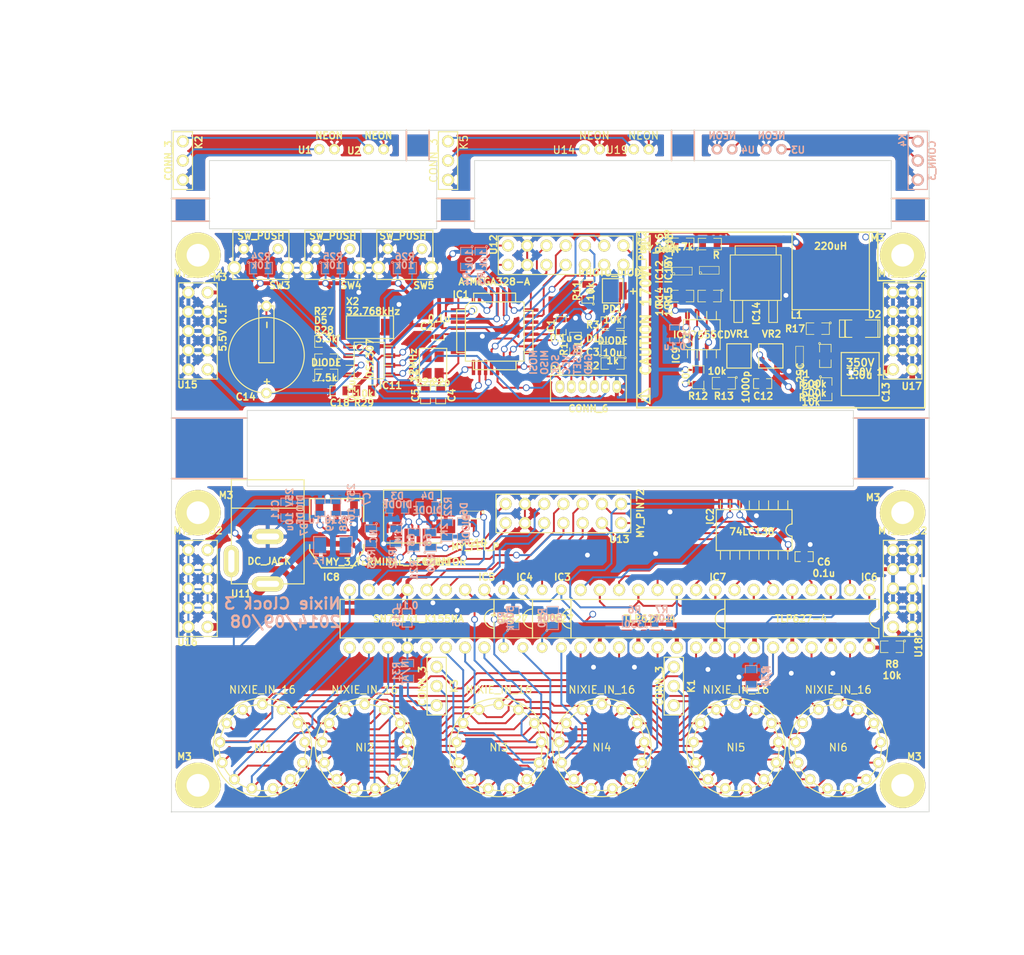
<source format=kicad_pcb>
(kicad_pcb (version 3) (host pcbnew "(2013-07-07 BZR 4022)-stable")
  (layers (15 F.Cu signal) (0 B.Cu signal) (18 B.Paste user) (19 F.Paste user) (20 B.SilkS user) (21 F.SilkS user) (22 B.Mask user) (23 F.Mask user) (28 Edge.Cuts user))
  (net 0 "")
  (net 1 +5V)
  (net 2 +9V)
  (net 3 /INT0_D+)
  (net 4 /INT1_D-)
  (net 5 /MISO)
  (net 6 /MOSI)
  (net 7 /PB0)
  (net 8 /PB1)
  (net 9 /PB2)
  (net 10 /PC0)
  (net 11 /PC1)
  (net 12 /PC2)
  (net 13 /PC3)
  (net 14 /PINPB0)
  (net 15 /PINPB1)
  (net 16 /PINPB2)
  (net 17 /PINPB3)
  (net 18 /PINPB4)
  (net 19 /PINPC0)
  (net 20 /PINPC1)
  (net 21 /PINPC2)
  (net 22 /PINPC3)
  (net 23 /RESET)
  (net 24 /SCK)
  (net 25 /Sheet53F8BA4D/out)
  (net 26 /Sheet53F8FD69/A)
  (net 27 /Sheet53F8FD69/B)
  (net 28 /Sheet53F8FD69/Push)
  (net 29 /Sheet53F905A8/CLKOUT)
  (net 30 /Sheet53F905A8/SCL)
  (net 31 /Sheet53F905A8/SDA)
  (net 32 /nixie/L1)
  (net 33 /nixie/L2)
  (net 34 /nixie/L3)
  (net 35 /nixie/L4)
  (net 36 /nixie/L5)
  (net 37 /nixie/L6)
  (net 38 /nixie/L7)
  (net 39 /nixie/L8)
  (net 40 /nixie/N0)
  (net 41 /nixie/N1)
  (net 42 /nixie/N2)
  (net 43 /nixie/N3)
  (net 44 /nixie/N4)
  (net 45 /nixie/N5)
  (net 46 /nixie/N6)
  (net 47 /nixie/N7)
  (net 48 /nixie/N8)
  (net 49 /nixie/N9)
  (net 50 /nixie/Sheet53F9F7BA/1)
  (net 51 /nixie/Sheet53F9F7BA/2)
  (net 52 /nixie/Sheet53F9F7BA/3)
  (net 53 /nixie/Sheet53F9F7BA/4)
  (net 54 /nixie/Sheet53F9F7BA/5)
  (net 55 /nixie/Sheet53F9F7BA/6)
  (net 56 /nixie/Sheet53F9F7BA/NEG1)
  (net 57 /nixie/Sheet53F9F7BA/NEG2)
  (net 58 /nixie/Sheet53F9F7BA/NEG3)
  (net 59 /nixie/Sheet53F9F7BA/NEL1)
  (net 60 /nixie/Sheet53F9F7BA/NEL2)
  (net 61 /nixie/Sheet53F9F7BA/NEL3)
  (net 62 /nixie/Sheet53F9F7BA/NEU1)
  (net 63 /nixie/Sheet53F9F7BA/NEU2)
  (net 64 /nixie/Sheet53F9F7BA/NEU3)
  (net 65 /nixie/Sheet53F9F7BA/colon_l)
  (net 66 /nixie/Sheet53F9F7BA/colon_r)
  (net 67 /nixie/Sheet53F9F7BA/dot_cathode_l)
  (net 68 /nixie/Sheet53F9F7BA/dot_cathode_r)
  (net 69 170V)
  (net 70 GND)
  (net 71 N-000001)
  (net 72 N-0000010)
  (net 73 N-0000041)
  (net 74 N-0000047)
  (net 75 N-0000050)
  (net 76 N-0000051)
  (net 77 N-0000052)
  (net 78 N-0000065)
  (net 79 N-0000066)
  (net 80 N-0000067)
  (net 81 N-0000068)
  (net 82 N-0000069)
  (net 83 N-0000072)
  (net 84 N-0000073)
  (net 85 N-0000074)
  (net 86 N-0000075)
  (net 87 N-0000076)
  (net 88 N-0000077)
  (net 89 N-0000078)
  (net 90 N-0000079)
  (net 91 N-000008)
  (net 92 N-0000080)
  (net 93 N-0000081)
  (net 94 N-0000082)
  (net 95 N-0000083)
  (net 96 N-0000084)
  (net 97 N-0000085)
  (net 98 N-0000086)
  (net 99 N-0000087)
  (net 100 N-0000088)
  (net 101 N-0000089)
  (net 102 N-000009)
  (net 103 PIN170V)
  (net 104 PIN5V)
  (net 105 PIN9V)
  (net 106 PIND+)
  (net 107 PIND-)
  (net 108 PINGND)
  (net 109 USB5V)
  (module my_inductor (layer F.Cu) (at 187.0072 80.5922 180)
    (fp_text reference L1 (at 4.5072 -5.8078 180) (layer F.SilkS) (effects (font (size 0.9 0.9) (thickness 0.2))))
    (fp_text value 220uH (at 0.0072 3.2922 180) (layer F.SilkS) (effects (font (size 0.9 0.9) (thickness 0.2))))
    (pad 1 smd rect (at 4.1 0 180) (size 3 3) (layers F.Cu F.Paste F.Mask) (net 105 PIN9V))
    (pad 2 smd rect (at -4.1 0 180) (size 3 3) (layers F.Cu F.Paste F.Mask) (net 85 N-0000074))
  )
  (module my_3pin (layer F.Cu) (at 101.5 66 90)
    (fp_text reference K2 (at 2.4 2.1 90) (layer F.SilkS) (effects (font (size 0.9 0.9) (thickness 0.2))))
    (fp_text value CONN_3 (at 0 -1.9 90) (layer F.SilkS) (effects (font (size 0.9 0.9) (thickness 0.2))))
    (pad 1 thru_hole circle (at -2.54 0 90) (size 1.6 1.6) (drill 1) (layers *.Cu *.Mask F.SilkS) (net 56 /nixie/Sheet53F9F7BA/NEG1))
    (pad 2 thru_hole circle (at 0 0 90) (size 1.6 1.6) (drill 1) (layers *.Cu *.Mask F.SilkS) (net 59 /nixie/Sheet53F9F7BA/NEL1))
    (pad 3 thru_hole circle (at 2.54 0 90) (size 1.6 1.6) (drill 1) (layers *.Cu *.Mask F.SilkS) (net 62 /nixie/Sheet53F9F7BA/NEU1))
  )
  (module my_so16 (layer F.Cu) (at 176.9 114.8 180)
    (fp_text reference IC2 (at 5.8 1.8 270) (layer F.SilkS) (effects (font (size 0.9 0.9) (thickness 0.2))))
    (fp_text value 74LC138 (at 0.3 -0.2 180) (layer F.SilkS) (effects (font (size 0.9 0.9) (thickness 0.2))))
    (pad 1 smd rect (at -4.445 3.594 180) (size 0.635 1.27) (layers F.Cu F.Paste F.Mask) (net 14 /PINPB0))
    (pad 2 smd rect (at -3.175 3.594 180) (size 0.635 1.27) (layers F.Cu F.Paste F.Mask) (net 15 /PINPB1))
    (pad 3 smd rect (at -1.905 3.594 180) (size 0.635 1.27) (layers F.Cu F.Paste F.Mask) (net 16 /PINPB2))
    (pad 4 smd rect (at -0.635 3.594 180) (size 0.635 1.27) (layers F.Cu F.Paste F.Mask) (net 70 GND))
    (pad 5 smd rect (at 0.635 3.594 180) (size 0.635 1.27) (layers F.Cu F.Paste F.Mask) (net 70 GND))
    (pad 6 smd rect (at 1.905 3.594 180) (size 0.635 1.27) (layers F.Cu F.Paste F.Mask) (net 1 +5V))
    (pad 7 smd rect (at 3.175 3.594 180) (size 0.635 1.27) (layers F.Cu F.Paste F.Mask) (net 39 /nixie/L8))
    (pad 8 smd rect (at 4.445 3.594 180) (size 0.635 1.27) (layers F.Cu F.Paste F.Mask) (net 70 GND))
    (pad 9 smd rect (at 4.445 -3.594 180) (size 0.635 1.27) (layers F.Cu F.Paste F.Mask) (net 38 /nixie/L7))
    (pad 10 smd rect (at 3.175 -3.594 180) (size 0.635 1.27) (layers F.Cu F.Paste F.Mask) (net 37 /nixie/L6))
    (pad 11 smd rect (at 1.905 -3.594 180) (size 0.635 1.27) (layers F.Cu F.Paste F.Mask) (net 36 /nixie/L5))
    (pad 12 smd rect (at 0.635 -3.594 180) (size 0.635 1.27) (layers F.Cu F.Paste F.Mask) (net 35 /nixie/L4))
    (pad 13 smd rect (at -0.635 -3.594 180) (size 0.635 1.27) (layers F.Cu F.Paste F.Mask) (net 34 /nixie/L3))
    (pad 14 smd rect (at -1.905 -3.594 180) (size 0.635 1.27) (layers F.Cu F.Paste F.Mask) (net 33 /nixie/L2))
    (pad 15 smd rect (at -3.175 -3.594 180) (size 0.635 1.27) (layers F.Cu F.Paste F.Mask) (net 32 /nixie/L1))
    (pad 16 smd rect (at -4.445 -3.594 180) (size 0.635 1.27) (layers F.Cu F.Paste F.Mask) (net 1 +5V))
  )
  (module my_dip16 (layer F.Cu) (at 162.886 126.494 180)
    (fp_text reference IC7 (at -9.214 5.494 180) (layer F.SilkS) (effects (font (size 0.9 0.9) (thickness 0.2))))
    (fp_text value TLP627-4 (at -0.214 -0.006 180) (layer F.SilkS) (effects (font (size 0.9 0.9) (thickness 0.2))))
    (pad 1 thru_hole circle (at -8.89 3.81 180) (size 1.6 1.6) (drill 1) (layers *.Cu *.Mask F.SilkS) (net 76 N-0000051))
    (pad 2 thru_hole circle (at -6.35 3.81 180) (size 1.6 1.6) (drill 1) (layers *.Cu *.Mask F.SilkS) (net 36 /nixie/L5))
    (pad 3 thru_hole circle (at -3.81 3.81 180) (size 1.6 1.6) (drill 1) (layers *.Cu *.Mask F.SilkS) (net 76 N-0000051))
    (pad 4 thru_hole circle (at -1.27 3.81 180) (size 1.6 1.6) (drill 1) (layers *.Cu *.Mask F.SilkS) (net 37 /nixie/L6))
    (pad 5 thru_hole circle (at 1.27 3.81 180) (size 1.6 1.6) (drill 1) (layers *.Cu *.Mask F.SilkS) (net 76 N-0000051))
    (pad 6 thru_hole circle (at 3.81 3.81 180) (size 1.6 1.6) (drill 1) (layers *.Cu *.Mask F.SilkS) (net 38 /nixie/L7))
    (pad 7 thru_hole circle (at 6.35 3.81 180) (size 1.6 1.6) (drill 1) (layers *.Cu *.Mask F.SilkS) (net 76 N-0000051))
    (pad 8 thru_hole circle (at 8.89 3.81 180) (size 1.6 1.6) (drill 1) (layers *.Cu *.Mask F.SilkS) (net 39 /nixie/L8))
    (pad 9 thru_hole circle (at 8.89 -3.81 180) (size 1.6 1.6) (drill 1) (layers *.Cu *.Mask F.SilkS) (net 55 /nixie/Sheet53F9F7BA/6))
    (pad 10 thru_hole circle (at 6.35 -3.81 180) (size 1.6 1.6) (drill 1) (layers *.Cu *.Mask F.SilkS) (net 75 N-0000050))
    (pad 11 thru_hole circle (at 3.81 -3.81 180) (size 1.6 1.6) (drill 1) (layers *.Cu *.Mask F.SilkS) (net 54 /nixie/Sheet53F9F7BA/5))
    (pad 12 thru_hole circle (at 1.27 -3.81 180) (size 1.6 1.6) (drill 1) (layers *.Cu *.Mask F.SilkS) (net 75 N-0000050))
    (pad 13 thru_hole circle (at -1.27 -3.81 180) (size 1.6 1.6) (drill 1) (layers *.Cu *.Mask F.SilkS) (net 66 /nixie/Sheet53F9F7BA/colon_r))
    (pad 14 thru_hole circle (at -3.81 -3.81 180) (size 1.6 1.6) (drill 1) (layers *.Cu *.Mask F.SilkS) (net 75 N-0000050))
    (pad 15 thru_hole circle (at -6.35 -3.81 180) (size 1.6 1.6) (drill 1) (layers *.Cu *.Mask F.SilkS) (net 53 /nixie/Sheet53F9F7BA/4))
    (pad 16 thru_hole circle (at -8.89 -3.81 180) (size 1.6 1.6) (drill 1) (layers *.Cu *.Mask F.SilkS) (net 75 N-0000050))
  )
  (module TQFP32 (layer F.Cu) (at 142.675 88.55)
    (fp_text reference IC1 (at -4.475 -4.85) (layer F.SilkS) (effects (font (size 0.9 0.9) (thickness 0.2))))
    (fp_text value ATMEGA328-A (at -0.075 -6.55) (layer F.SilkS) (effects (font (size 0.9 0.9) (thickness 0.2))))
    (pad 8 smd rect (at -4.81584 2.77622) (size 1.99898 0.44958) (layers F.Cu F.Paste F.Mask) (net 91 N-000008))
    (pad 7 smd rect (at -4.81584 1.97612) (size 1.99898 0.44958) (layers F.Cu F.Paste F.Mask) (net 102 N-000009))
    (pad 6 smd rect (at -4.81584 1.17602) (size 1.99898 0.44958) (layers F.Cu F.Paste F.Mask) (net 104 PIN5V))
    (pad 5 smd rect (at -4.81584 0.37592) (size 1.99898 0.44958) (layers F.Cu F.Paste F.Mask) (net 108 PINGND))
    (pad 4 smd rect (at -4.81584 -0.42418) (size 1.99898 0.44958) (layers F.Cu F.Paste F.Mask) (net 104 PIN5V))
    (pad 3 smd rect (at -4.81584 -1.22428) (size 1.99898 0.44958) (layers F.Cu F.Paste F.Mask) (net 108 PINGND))
    (pad 2 smd rect (at -4.81584 -2.02438) (size 1.99898 0.44958) (layers F.Cu F.Paste F.Mask) (net 29 /Sheet53F905A8/CLKOUT))
    (pad 1 smd rect (at -4.81584 -2.82448) (size 1.99898 0.44958) (layers F.Cu F.Paste F.Mask) (net 4 /INT1_D-))
    (pad 24 smd rect (at 4.7498 -2.8194) (size 1.99898 0.44958) (layers F.Cu F.Paste F.Mask) (net 11 /PC1))
    (pad 17 smd rect (at 4.7498 2.794) (size 1.99898 0.44958) (layers F.Cu F.Paste F.Mask) (net 24 /SCK))
    (pad 18 smd rect (at 4.7498 1.9812) (size 1.99898 0.44958) (layers F.Cu F.Paste F.Mask) (net 104 PIN5V))
    (pad 19 smd rect (at 4.7498 1.1684) (size 1.99898 0.44958) (layers F.Cu F.Paste F.Mask) (net 25 /Sheet53F8BA4D/out))
    (pad 20 smd rect (at 4.7498 0.381) (size 1.99898 0.44958) (layers F.Cu F.Paste F.Mask) (net 71 N-000001))
    (pad 21 smd rect (at 4.7498 -0.4318) (size 1.99898 0.44958) (layers F.Cu F.Paste F.Mask) (net 108 PINGND))
    (pad 22 smd rect (at 4.7498 -1.2192) (size 1.99898 0.44958) (layers F.Cu F.Paste F.Mask))
    (pad 23 smd rect (at 4.7498 -2.032) (size 1.99898 0.44958) (layers F.Cu F.Paste F.Mask) (net 10 /PC0))
    (pad 32 smd rect (at -2.82448 -4.826) (size 0.44958 1.99898) (layers F.Cu F.Paste F.Mask) (net 3 /INT0_D+))
    (pad 31 smd rect (at -2.02692 -4.826) (size 0.44958 1.99898) (layers F.Cu F.Paste F.Mask))
    (pad 30 smd rect (at -1.22428 -4.826) (size 0.44958 1.99898) (layers F.Cu F.Paste F.Mask))
    (pad 29 smd rect (at -0.42672 -4.826) (size 0.44958 1.99898) (layers F.Cu F.Paste F.Mask) (net 23 /RESET))
    (pad 28 smd rect (at 0.37592 -4.826) (size 0.44958 1.99898) (layers F.Cu F.Paste F.Mask) (net 30 /Sheet53F905A8/SCL))
    (pad 27 smd rect (at 1.17348 -4.826) (size 0.44958 1.99898) (layers F.Cu F.Paste F.Mask) (net 31 /Sheet53F905A8/SDA))
    (pad 26 smd rect (at 1.97612 -4.826) (size 0.44958 1.99898) (layers F.Cu F.Paste F.Mask) (net 13 /PC3))
    (pad 25 smd rect (at 2.77368 -4.826) (size 0.44958 1.99898) (layers F.Cu F.Paste F.Mask) (net 12 /PC2))
    (pad 9 smd rect (at -2.8194 4.7752) (size 0.44958 1.99898) (layers F.Cu F.Paste F.Mask) (net 28 /Sheet53F8FD69/Push))
    (pad 10 smd rect (at -2.032 4.7752) (size 0.44958 1.99898) (layers F.Cu F.Paste F.Mask) (net 27 /Sheet53F8FD69/B))
    (pad 11 smd rect (at -1.2192 4.7752) (size 0.44958 1.99898) (layers F.Cu F.Paste F.Mask) (net 26 /Sheet53F8FD69/A))
    (pad 12 smd rect (at -0.4318 4.7752) (size 0.44958 1.99898) (layers F.Cu F.Paste F.Mask) (net 7 /PB0))
    (pad 13 smd rect (at 0.3556 4.7752) (size 0.44958 1.99898) (layers F.Cu F.Paste F.Mask) (net 8 /PB1))
    (pad 14 smd rect (at 1.1684 4.7752) (size 0.44958 1.99898) (layers F.Cu F.Paste F.Mask) (net 9 /PB2))
    (pad 15 smd rect (at 1.9812 4.7752) (size 0.44958 1.99898) (layers F.Cu F.Paste F.Mask) (net 6 /MOSI))
    (pad 16 smd rect (at 2.794 4.7752) (size 0.44958 1.99898) (layers F.Cu F.Paste F.Mask) (net 5 /MISO))
  )
  (module my_usb_mini_b (layer F.Cu) (at 131.796 112.304 270)
    (fp_text reference CON1 (at 6.696 -3.304 360) (layer F.SilkS) (effects (font (size 0.9 0.9) (thickness 0.2))))
    (fp_text value USB_MINI_B hide)
    (pad 1 smd rect (at 3.44932 -1.6002 270) (size 2.30124 0.50038) (layers F.Cu F.Paste F.Mask) (net 109 USB5V))
    (pad 2 smd rect (at 3.44932 -0.8001 270) (size 2.30124 0.50038) (layers F.Cu F.Paste F.Mask) (net 97 N-0000085))
    (pad 3 smd rect (at 3.44932 0 270) (size 2.30124 0.50038) (layers F.Cu F.Paste F.Mask) (net 96 N-0000084))
    (pad 4 smd rect (at 3.44932 0.8001 270) (size 2.30124 0.50038) (layers F.Cu F.Paste F.Mask) (net 95 N-0000083))
    (pad 5 smd rect (at 3.44932 1.6002 270) (size 2.30124 0.50038) (layers F.Cu F.Paste F.Mask) (net 70 GND))
    (pad 6 smd rect (at 2 -4.4 270) (size 1.8 2.5) (layers F.Cu F.Paste F.Mask) (net 70 GND))
    (pad 7 smd rect (at -0.2 -4.4 270) (size 1.8 2.5) (layers F.Cu F.Paste F.Mask) (net 70 GND))
    (pad 8 smd rect (at 2 4.4 270) (size 1.8 2.5) (layers F.Cu F.Paste F.Mask) (net 70 GND))
    (pad 9 smd rect (at -0.2 4.4 270) (size 1.8 2.5) (layers F.Cu F.Paste F.Mask) (net 70 GND))
  )
  (module my_dcjack (layer F.Cu) (at 107.9 121.9 90)
    (fp_text reference U11 (at -1.3 1.3 180) (layer F.SilkS) (effects (font (size 0.9 0.9) (thickness 0.2))))
    (fp_text value DC_JACK (at 3 5 180) (layer F.SilkS) (effects (font (size 0.9 0.9) (thickness 0.2))))
    (pad 2 thru_hole oval (at 3 0 90) (size 4.2 2) (drill oval 3 0.8) (layers *.Cu *.Mask F.SilkS))
    (pad 3 thru_hole oval (at 6.25 4.8 90) (size 2 4.2) (drill oval 0.8 3) (layers *.Cu *.Mask F.SilkS) (net 70 GND))
    (pad 1 thru_hole oval (at 0 4.8 90) (size 2 4.2) (drill oval 0.8 3) (layers *.Cu *.Mask F.SilkS) (net 2 +9V))
  )
  (module so-8 (layer F.Cu) (at 170.0072 88.9922)
    (fp_text reference IC9 (at -3.4072 2.7078 90) (layer F.SilkS) (effects (font (size 0.9 0.9) (thickness 0.2))))
    (fp_text value ICM7555CD (at -0.0072 0.0078) (layer F.SilkS) (effects (font (size 0.9 0.9) (thickness 0.2))))
    (pad 1 smd rect (at -1.905 2.794) (size 0.635 1.27) (layers F.Cu F.Paste F.Mask) (net 108 PINGND))
    (pad 2 smd rect (at -0.635 2.794) (size 0.635 1.27) (layers F.Cu F.Paste F.Mask) (net 88 N-0000077))
    (pad 3 smd rect (at 0.635 2.794) (size 0.635 1.27) (layers F.Cu F.Paste F.Mask) (net 89 N-0000078))
    (pad 4 smd rect (at 1.905 2.794) (size 0.635 1.27) (layers F.Cu F.Paste F.Mask) (net 105 PIN9V))
    (pad 5 smd rect (at 1.905 -2.794) (size 0.635 1.27) (layers F.Cu F.Paste F.Mask) (net 90 N-0000079))
    (pad 6 smd rect (at 0.635 -2.794) (size 0.635 1.27) (layers F.Cu F.Paste F.Mask) (net 88 N-0000077))
    (pad 7 smd rect (at -0.635 -2.794) (size 0.635 1.27) (layers F.Cu F.Paste F.Mask) (net 87 N-0000076))
    (pad 8 smd rect (at -1.905 -2.794) (size 0.635 1.27) (layers F.Cu F.Paste F.Mask) (net 105 PIN9V))
  )
  (module SOT23 (layer F.Cu) (at 182.9 91.8 90)
    (fp_text reference T1 (at -2.4 0.6 180) (layer F.SilkS) (effects (font (size 0.9 0.9) (thickness 0.2))))
    (fp_text value 2SC (at -2.2 0.1 90) (layer F.SilkS) (effects (font (size 0.9 0.9) (thickness 0.2))))
    (pad 3 smd rect (at 0 -1.09982 90) (size 0.8001 1.00076) (layers F.Cu F.Paste F.Mask) (net 108 PINGND))
    (pad 2 smd rect (at 0.9525 1.09982 90) (size 0.8001 1.00076) (layers F.Cu F.Paste F.Mask) (net 90 N-0000079))
    (pad 1 smd rect (at -0.9525 1.09982 90) (size 0.8001 1.00076) (layers F.Cu F.Paste F.Mask) (net 80 N-0000067))
  )
  (module so-8 (layer F.Cu) (at 126.1 92.4 270)
    (fp_text reference IC11 (at 3.3 -2.8 360) (layer F.SilkS) (effects (font (size 0.9 0.9) (thickness 0.2))))
    (fp_text value DS1307 (at -0.3 -0.1 270) (layer F.SilkS) (effects (font (size 0.9 0.9) (thickness 0.2))))
    (pad 1 smd rect (at -1.905 2.794 270) (size 0.635 1.27) (layers F.Cu F.Paste F.Mask) (net 100 N-0000088))
    (pad 2 smd rect (at -0.635 2.794 270) (size 0.635 1.27) (layers F.Cu F.Paste F.Mask) (net 101 N-0000089))
    (pad 3 smd rect (at 0.635 2.794 270) (size 0.635 1.27) (layers F.Cu F.Paste F.Mask) (net 98 N-0000086))
    (pad 4 smd rect (at 1.905 2.794 270) (size 0.635 1.27) (layers F.Cu F.Paste F.Mask) (net 108 PINGND))
    (pad 5 smd rect (at 1.905 -2.794 270) (size 0.635 1.27) (layers F.Cu F.Paste F.Mask) (net 31 /Sheet53F905A8/SDA))
    (pad 6 smd rect (at 0.635 -2.794 270) (size 0.635 1.27) (layers F.Cu F.Paste F.Mask) (net 30 /Sheet53F905A8/SCL))
    (pad 7 smd rect (at -0.635 -2.794 270) (size 0.635 1.27) (layers F.Cu F.Paste F.Mask) (net 29 /Sheet53F905A8/CLKOUT))
    (pad 8 smd rect (at -1.905 -2.794 270) (size 0.635 1.27) (layers F.Cu F.Paste F.Mask) (net 104 PIN5V))
  )
  (module SM1206POL (layer F.Cu) (at 190.7 88.2 180)
    (fp_text reference D2 (at -2.1 1.9 180) (layer F.SilkS) (effects (font (size 0.9 0.9) (thickness 0.2))))
    (fp_text value DIODE hide)
    (pad 1 smd rect (at -1.651 0 180) (size 1.524 2.032) (layers F.Cu F.Paste F.Mask) (net 85 N-0000074))
    (pad 2 smd rect (at 1.651 0 180) (size 1.524 2.032) (layers F.Cu F.Paste F.Mask) (net 69 170V))
  )
  (module SM1206 (layer B.Cu) (at 121.3 116.8)
    (fp_text reference F1 (at -1.9 2) (layer B.SilkS) (effects (font (size 0.9 0.9) (thickness 0.2)) (justify mirror)))
    (fp_text value FUSE hide)
    (pad 1 smd rect (at -1.651 0) (size 1.524 2.032) (layers B.Cu B.Paste B.Mask) (net 2 +9V))
    (pad 2 smd rect (at 1.651 0) (size 1.524 2.032) (layers B.Cu B.Paste B.Mask) (net 79 N-0000066))
  )
  (module SM0805 (layer B.Cu) (at 176.5 134.2 90)
    (fp_text reference R30 (at 0 1.9 90) (layer B.SilkS) (effects (font (size 0.9 0.9) (thickness 0.2)) (justify mirror)))
    (fp_text value N/A (at 0.2 2.1 90) (layer B.SilkS) (effects (font (size 0.9 0.9) (thickness 0.2)) (justify mirror)))
    (pad 1 smd rect (at -0.9525 0 90) (size 0.889 1.397) (layers B.Cu B.Paste B.Mask) (net 65 /nixie/Sheet53F9F7BA/colon_l))
    (pad 2 smd rect (at 0.9525 0 90) (size 0.889 1.397) (layers B.Cu B.Paste B.Mask) (net 70 GND))
  )
  (module SM0805 (layer B.Cu) (at 136.35 114.75 90)
    (fp_text reference R22 (at 3.05 0.15 90) (layer B.SilkS) (effects (font (size 0.9 0.9) (thickness 0.2)) (justify mirror)))
    (fp_text value 2K (at 0 -0.381 90) (layer B.SilkS) (effects (font (size 0.9 0.9) (thickness 0.2)) (justify mirror)))
    (pad 1 smd rect (at -0.9525 0 90) (size 0.889 1.397) (layers B.Cu B.Paste B.Mask) (net 1 +5V))
    (pad 2 smd rect (at 0.9525 0 90) (size 0.889 1.397) (layers B.Cu B.Paste B.Mask) (net 97 N-0000085))
  )
  (module SM0805 (layer F.Cu) (at 167.4072 83.8922)
    (fp_text reference R14 (at -3.0072 0.1078 90) (layer F.SilkS) (effects (font (size 0.9 0.9) (thickness 0.2))))
    (fp_text value 10k (at -3.0072 1.4078 90) (layer F.SilkS) (effects (font (size 0.9 0.9) (thickness 0.2))))
    (pad 1 smd rect (at -0.9525 0) (size 0.889 1.397) (layers F.Cu F.Paste F.Mask) (net 89 N-0000078))
    (pad 2 smd rect (at 0.9525 0) (size 0.889 1.397) (layers F.Cu F.Paste F.Mask) (net 78 N-0000065))
  )
  (module SM0805 (layer B.Cu) (at 124.1 111.5 90)
    (fp_text reference C7 (at 0.8 1.7 90) (layer B.SilkS) (effects (font (size 0.9 0.9) (thickness 0.2)) (justify mirror)))
    (fp_text value "25V 10u" (at 0 -0.381 90) (layer B.SilkS) (effects (font (size 0.9 0.9) (thickness 0.2)) (justify mirror)))
    (pad 1 smd rect (at -0.9525 0 90) (size 0.889 1.397) (layers B.Cu B.Paste B.Mask) (net 79 N-0000066))
    (pad 2 smd rect (at 0.9525 0 90) (size 0.889 1.397) (layers B.Cu B.Paste B.Mask) (net 70 GND))
  )
  (module SM0805 (layer B.Cu) (at 115.2 112.1 270)
    (fp_text reference C11 (at 0 1.5 270) (layer B.SilkS) (effects (font (size 0.9 0.9) (thickness 0.2)) (justify mirror)))
    (fp_text value "25V 10u" (at 0 -0.381 270) (layer B.SilkS) (effects (font (size 0.9 0.9) (thickness 0.2)) (justify mirror)))
    (pad 1 smd rect (at -0.9525 0 270) (size 0.889 1.397) (layers B.Cu B.Paste B.Mask) (net 1 +5V))
    (pad 2 smd rect (at 0.9525 0 270) (size 0.889 1.397) (layers B.Cu B.Paste B.Mask) (net 70 GND))
  )
  (module SM0805 (layer B.Cu) (at 134.2 116.1 90)
    (fp_text reference R20 (at -3 0.1 90) (layer B.SilkS) (effects (font (size 0.9 0.9) (thickness 0.2)) (justify mirror)))
    (fp_text value 68 (at 0 -0.381 90) (layer B.SilkS) (effects (font (size 0.9 0.9) (thickness 0.2)) (justify mirror)))
    (pad 1 smd rect (at -0.9525 0 90) (size 0.889 1.397) (layers B.Cu B.Paste B.Mask) (net 107 PIND-))
    (pad 2 smd rect (at 0.9525 0 90) (size 0.889 1.397) (layers B.Cu B.Paste B.Mask) (net 97 N-0000085))
  )
  (module SM0805 (layer B.Cu) (at 132 116.1 90)
    (fp_text reference R21 (at -4 0 90) (layer B.SilkS) (effects (font (size 0.9 0.9) (thickness 0.2)) (justify mirror)))
    (fp_text value 68 (at 0 -0.381 90) (layer B.SilkS) (effects (font (size 0.9 0.9) (thickness 0.2)) (justify mirror)))
    (pad 1 smd rect (at -0.9525 0 90) (size 0.889 1.397) (layers B.Cu B.Paste B.Mask) (net 106 PIND+))
    (pad 2 smd rect (at 0.9525 0 90) (size 0.889 1.397) (layers B.Cu B.Paste B.Mask) (net 96 N-0000084))
  )
  (module SM0805 (layer B.Cu) (at 126.3 115.6 270)
    (fp_text reference R23 (at 3 -0.1 270) (layer B.SilkS) (effects (font (size 0.9 0.9) (thickness 0.2)) (justify mirror)))
    (fp_text value NC (at 0 -0.381 270) (layer B.SilkS) (effects (font (size 0.9 0.9) (thickness 0.2)) (justify mirror)))
    (pad 1 smd rect (at -0.9525 0 270) (size 0.889 1.397) (layers B.Cu B.Paste B.Mask) (net 70 GND))
    (pad 2 smd rect (at 0.9525 0 270) (size 0.889 1.397) (layers B.Cu B.Paste B.Mask) (net 95 N-0000083))
  )
  (module SM0805 (layer B.Cu) (at 133.8 111.8 180)
    (fp_text reference D4 (at 0 1.5 180) (layer B.SilkS) (effects (font (size 0.9 0.9) (thickness 0.2)) (justify mirror)))
    (fp_text value DIODE (at 0 -0.381 180) (layer B.SilkS) (effects (font (size 0.9 0.9) (thickness 0.2)) (justify mirror)))
    (pad 1 smd rect (at -0.9525 0 180) (size 0.889 1.397) (layers B.Cu B.Paste B.Mask) (net 70 GND))
    (pad 2 smd rect (at 0.9525 0 180) (size 0.889 1.397) (layers B.Cu B.Paste B.Mask) (net 97 N-0000085))
  )
  (module SM0805 (layer B.Cu) (at 131.2 133.4 90)
    (fp_text reference R31 (at -0.1 -1.5 90) (layer B.SilkS) (effects (font (size 0.9 0.9) (thickness 0.2)) (justify mirror)))
    (fp_text value N/A (at 0 -0.381 90) (layer B.SilkS) (effects (font (size 0.9 0.9) (thickness 0.2)) (justify mirror)))
    (pad 1 smd rect (at -0.9525 0 90) (size 0.889 1.397) (layers B.Cu B.Paste B.Mask) (net 66 /nixie/Sheet53F9F7BA/colon_r))
    (pad 2 smd rect (at 0.9525 0 90) (size 0.889 1.397) (layers B.Cu B.Paste B.Mask) (net 70 GND))
  )
  (module SM0805 (layer F.Cu) (at 186.4072 96.1922 270)
    (fp_text reference R19 (at 1.1078 2.3072 360) (layer F.SilkS) (effects (font (size 0.9 0.9) (thickness 0.2))))
    (fp_text value 10k (at 1.7078 2.0072 360) (layer F.SilkS) (effects (font (size 0.9 0.9) (thickness 0.2))))
    (pad 1 smd rect (at -0.9525 0 270) (size 0.889 1.397) (layers F.Cu F.Paste F.Mask) (net 80 N-0000067))
    (pad 2 smd rect (at 0.9525 0 270) (size 0.889 1.397) (layers F.Cu F.Paste F.Mask) (net 82 N-0000069))
  )
  (module SM0805 (layer F.Cu) (at 186.3 91.8 270)
    (fp_text reference R18 (at 3.9 2.2 360) (layer F.SilkS) (effects (font (size 0.9 0.9) (thickness 0.2))))
    (fp_text value 500k (at 4.9 1.5 360) (layer F.SilkS) (effects (font (size 0.9 0.9) (thickness 0.2))))
    (pad 1 smd rect (at -0.9525 0 270) (size 0.889 1.397) (layers F.Cu F.Paste F.Mask) (net 81 N-0000068))
    (pad 2 smd rect (at 0.9525 0 270) (size 0.889 1.397) (layers F.Cu F.Paste F.Mask) (net 80 N-0000067))
  )
  (module SM0805 (layer F.Cu) (at 185.3 88.2 180)
    (fp_text reference R17 (at 3 0 180) (layer F.SilkS) (effects (font (size 0.9 0.9) (thickness 0.2))))
    (fp_text value 500k (at 0.5 -7.3 180) (layer F.SilkS) (effects (font (size 0.9 0.9) (thickness 0.2))))
    (pad 1 smd rect (at -0.9525 0 180) (size 0.889 1.397) (layers F.Cu F.Paste F.Mask) (net 69 170V))
    (pad 2 smd rect (at 0.9525 0 180) (size 0.889 1.397) (layers F.Cu F.Paste F.Mask) (net 81 N-0000068))
  )
  (module SM0805 (layer F.Cu) (at 154.925 83.3 90)
    (fp_text reference R11 (at 0.1 -1.425 90) (layer F.SilkS) (effects (font (size 0.9 0.9) (thickness 0.2))))
    (fp_text value 10k (at 0 0.381 90) (layer F.SilkS) (effects (font (size 0.9 0.9) (thickness 0.2))))
    (pad 1 smd rect (at -0.9525 0 90) (size 0.889 1.397) (layers F.Cu F.Paste F.Mask) (net 108 PINGND))
    (pad 2 smd rect (at 0.9525 0 90) (size 0.889 1.397) (layers F.Cu F.Paste F.Mask) (net 25 /Sheet53F8BA4D/out))
  )
  (module SM0805 (layer F.Cu) (at 169.5 94.6 90)
    (fp_text reference R12 (at -2.5 0 180) (layer F.SilkS) (effects (font (size 0.9 0.9) (thickness 0.2))))
    (fp_text value 10k (at 0.1 -1.6 90) (layer F.SilkS) (effects (font (size 0.9 0.9) (thickness 0.2))))
    (pad 1 smd rect (at -0.9525 0 90) (size 0.889 1.397) (layers F.Cu F.Paste F.Mask) (net 87 N-0000076))
    (pad 2 smd rect (at 0.9525 0 90) (size 0.889 1.397) (layers F.Cu F.Paste F.Mask) (net 105 PIN9V))
  )
  (module SM0805 (layer F.Cu) (at 172.9 95.4 180)
    (fp_text reference R13 (at 0 -1.7 180) (layer F.SilkS) (effects (font (size 0.9 0.9) (thickness 0.2))))
    (fp_text value 10k (at 0.9 1.6 180) (layer F.SilkS) (effects (font (size 0.9 0.9) (thickness 0.2))))
    (pad 1 smd rect (at -0.9525 0 180) (size 0.889 1.397) (layers F.Cu F.Paste F.Mask) (net 86 N-0000075))
    (pad 2 smd rect (at 0.9525 0 180) (size 0.889 1.397) (layers F.Cu F.Paste F.Mask) (net 87 N-0000076))
  )
  (module SM0805 (layer F.Cu) (at 171.0072 83.8922 180)
    (fp_text reference R15 (at 5.4072 -0.1078 270) (layer F.SilkS) (effects (font (size 0.9 0.9) (thickness 0.2))))
    (fp_text value 10K (at 5.4072 -1.4078 270) (layer F.SilkS) (effects (font (size 0.9 0.9) (thickness 0.2))))
    (pad 1 smd rect (at -0.9525 0 180) (size 0.889 1.397) (layers F.Cu F.Paste F.Mask) (net 93 N-0000081))
    (pad 2 smd rect (at 0.9525 0 180) (size 0.889 1.397) (layers F.Cu F.Paste F.Mask) (net 78 N-0000065))
  )
  (module SM0805 (layer F.Cu) (at 167.425 77)
    (fp_text reference R16 (at -3.025 -0.1 90) (layer F.SilkS) (effects (font (size 0.9 0.9) (thickness 0.2))))
    (fp_text value 4.7k (at 0 0.381) (layer F.SilkS) (effects (font (size 0.9 0.9) (thickness 0.2))))
    (pad 1 smd rect (at -0.9525 0) (size 0.889 1.397) (layers F.Cu F.Paste F.Mask) (net 105 PIN9V))
    (pad 2 smd rect (at 0.9525 0) (size 0.889 1.397) (layers F.Cu F.Paste F.Mask) (net 92 N-0000080))
  )
  (module SM0805 (layer F.Cu) (at 120.425 94.3)
    (fp_text reference R28 (at -0.325 -5.9) (layer F.SilkS) (effects (font (size 0.9 0.9) (thickness 0.2))))
    (fp_text value 7.5k (at 0 0.381) (layer F.SilkS) (effects (font (size 0.9 0.9) (thickness 0.2))))
    (pad 1 smd rect (at -0.9525 0) (size 0.889 1.397) (layers F.Cu F.Paste F.Mask) (net 99 N-0000087))
    (pad 2 smd rect (at 0.9525 0) (size 0.889 1.397) (layers F.Cu F.Paste F.Mask) (net 108 PINGND))
  )
  (module SM0805 (layer F.Cu) (at 120.425 89.9 180)
    (fp_text reference R27 (at 0.325 4 180) (layer F.SilkS) (effects (font (size 0.9 0.9) (thickness 0.2))))
    (fp_text value 3.3k (at 0 0.381 180) (layer F.SilkS) (effects (font (size 0.9 0.9) (thickness 0.2))))
    (pad 1 smd rect (at -0.9525 0 180) (size 0.889 1.397) (layers F.Cu F.Paste F.Mask) (net 104 PIN5V))
    (pad 2 smd rect (at 0.9525 0 180) (size 0.889 1.397) (layers F.Cu F.Paste F.Mask) (net 99 N-0000087))
  )
  (module SM0805 (layer F.Cu) (at 158.225 91)
    (fp_text reference C3 (at -2.625 0.3) (layer F.SilkS) (effects (font (size 0.9 0.9) (thickness 0.2))))
    (fp_text value 10u (at 0 0.381) (layer F.SilkS) (effects (font (size 0.9 0.9) (thickness 0.2))))
    (pad 1 smd rect (at -0.9525 0) (size 0.889 1.397) (layers F.Cu F.Paste F.Mask) (net 72 N-0000010))
    (pad 2 smd rect (at 0.9525 0) (size 0.889 1.397) (layers F.Cu F.Paste F.Mask) (net 108 PINGND))
  )
  (module SM0805 (layer F.Cu) (at 158.225 87.4 180)
    (fp_text reference R3 (at 2.625 -0.3 180) (layer F.SilkS) (effects (font (size 0.9 0.9) (thickness 0.2))))
    (fp_text value 10k (at 0 0.381 180) (layer F.SilkS) (effects (font (size 0.9 0.9) (thickness 0.2))))
    (pad 1 smd rect (at -0.9525 0 180) (size 0.889 1.397) (layers F.Cu F.Paste F.Mask) (net 104 PIN5V))
    (pad 2 smd rect (at 0.9525 0 180) (size 0.889 1.397) (layers F.Cu F.Paste F.Mask) (net 72 N-0000010))
  )
  (module SM0805 (layer F.Cu) (at 158.225 89.2)
    (fp_text reference D1 (at -2.625 0.3) (layer F.SilkS) (effects (font (size 0.9 0.9) (thickness 0.2))))
    (fp_text value DIODE (at 0 0.6) (layer F.SilkS) (effects (font (size 0.9 0.9) (thickness 0.2))))
    (pad 1 smd rect (at -0.9525 0) (size 0.889 1.397) (layers F.Cu F.Paste F.Mask) (net 72 N-0000010))
    (pad 2 smd rect (at 0.9525 0) (size 0.889 1.397) (layers F.Cu F.Paste F.Mask) (net 104 PIN5V))
  )
  (module SM0805 (layer F.Cu) (at 158.225 92.8 180)
    (fp_text reference R2 (at 2.625 -0.3 180) (layer F.SilkS) (effects (font (size 0.9 0.9) (thickness 0.2))))
    (fp_text value 1k (at 0 0.381 180) (layer F.SilkS) (effects (font (size 0.9 0.9) (thickness 0.2))))
    (pad 1 smd rect (at -0.9525 0 180) (size 0.889 1.397) (layers F.Cu F.Paste F.Mask) (net 23 /RESET))
    (pad 2 smd rect (at 0.9525 0 180) (size 0.889 1.397) (layers F.Cu F.Paste F.Mask) (net 72 N-0000010))
  )
  (module SM0805 (layer B.Cu) (at 138.925 79 270)
    (fp_text reference R4 (at 2.6 -0.075 270) (layer B.SilkS) (effects (font (size 0.9 0.9) (thickness 0.2)) (justify mirror)))
    (fp_text value 10k (at 0 -0.381 270) (layer B.SilkS) (effects (font (size 0.9 0.9) (thickness 0.2)) (justify mirror)))
    (pad 1 smd rect (at -0.9525 0 270) (size 0.889 1.397) (layers B.Cu B.Paste B.Mask) (net 104 PIN5V))
    (pad 2 smd rect (at 0.9525 0 270) (size 0.889 1.397) (layers B.Cu B.Paste B.Mask) (net 30 /Sheet53F905A8/SCL))
  )
  (module SM0805 (layer B.Cu) (at 140.825 79 270)
    (fp_text reference R5 (at 2.6 -0.075 270) (layer B.SilkS) (effects (font (size 0.9 0.9) (thickness 0.2)) (justify mirror)))
    (fp_text value 10k (at 0 -0.381 270) (layer B.SilkS) (effects (font (size 0.9 0.9) (thickness 0.2)) (justify mirror)))
    (pad 1 smd rect (at -0.9525 0 270) (size 0.889 1.397) (layers B.Cu B.Paste B.Mask) (net 104 PIN5V))
    (pad 2 smd rect (at 0.9525 0 270) (size 0.889 1.397) (layers B.Cu B.Paste B.Mask) (net 31 /Sheet53F905A8/SDA))
  )
  (module SM0805 (layer F.Cu) (at 120.425 92.3)
    (fp_text reference D5 (at -0.725 -5.2) (layer F.SilkS) (effects (font (size 0.9 0.9) (thickness 0.2))))
    (fp_text value DIODE (at 0 0.381) (layer F.SilkS) (effects (font (size 0.9 0.9) (thickness 0.2))))
    (pad 1 smd rect (at -0.9525 0) (size 0.889 1.397) (layers F.Cu F.Paste F.Mask) (net 99 N-0000087))
    (pad 2 smd rect (at 0.9525 0) (size 0.889 1.397) (layers F.Cu F.Paste F.Mask) (net 98 N-0000086))
  )
  (module SM0805 (layer F.Cu) (at 125.425 96.4)
    (fp_text reference R29 (at -0.025 1.6) (layer F.SilkS) (effects (font (size 0.9 0.9) (thickness 0.2))))
    (fp_text value 10k (at 0 0.381) (layer F.SilkS) (effects (font (size 0.9 0.9) (thickness 0.2))))
    (pad 1 smd rect (at -0.9525 0) (size 0.889 1.397) (layers F.Cu F.Paste F.Mask) (net 104 PIN5V))
    (pad 2 smd rect (at 0.9525 0) (size 0.889 1.397) (layers F.Cu F.Paste F.Mask) (net 29 /Sheet53F905A8/CLKOUT))
  )
  (module SM0805 (layer B.Cu) (at 164.775 126.85)
    (fp_text reference R7 (at -0.075 -1.55) (layer B.SilkS) (effects (font (size 0.9 0.9) (thickness 0.2)) (justify mirror)))
    (fp_text value 10k (at 0 -0.381) (layer B.SilkS) (effects (font (size 0.9 0.9) (thickness 0.2)) (justify mirror)))
    (pad 1 smd rect (at -0.9525 0) (size 0.889 1.397) (layers B.Cu B.Paste B.Mask) (net 1 +5V))
    (pad 2 smd rect (at 0.9525 0) (size 0.889 1.397) (layers B.Cu B.Paste B.Mask) (net 76 N-0000051))
  )
  (module SM0805 (layer F.Cu) (at 195.1 130.2 180)
    (fp_text reference R8 (at 0 -2.3 180) (layer F.SilkS) (effects (font (size 0.9 0.9) (thickness 0.2))))
    (fp_text value 10k (at 0 -3.8 180) (layer F.SilkS) (effects (font (size 0.9 0.9) (thickness 0.2))))
    (pad 1 smd rect (at -0.9525 0 180) (size 0.889 1.397) (layers F.Cu F.Paste F.Mask) (net 103 PIN170V))
    (pad 2 smd rect (at 0.9525 0 180) (size 0.889 1.397) (layers F.Cu F.Paste F.Mask) (net 75 N-0000050))
  )
  (module SM0805 (layer B.Cu) (at 111.8 80.2)
    (fp_text reference R24 (at 0 -1.5) (layer B.SilkS) (effects (font (size 0.9 0.9) (thickness 0.2)) (justify mirror)))
    (fp_text value 10k (at 0 -0.381) (layer B.SilkS) (effects (font (size 0.9 0.9) (thickness 0.2)) (justify mirror)))
    (pad 1 smd rect (at -0.9525 0) (size 0.889 1.397) (layers B.Cu B.Paste B.Mask) (net 104 PIN5V))
    (pad 2 smd rect (at 0.9525 0) (size 0.889 1.397) (layers B.Cu B.Paste B.Mask) (net 26 /Sheet53F8FD69/A))
  )
  (module SM0805 (layer B.Cu) (at 145.096 126.404 90)
    (fp_text reference R9 (at 0.004 -1.496 90) (layer B.SilkS) (effects (font (size 0.9 0.9) (thickness 0.2)) (justify mirror)))
    (fp_text value 500k (at 0 -0.381 90) (layer B.SilkS) (effects (font (size 0.9 0.9) (thickness 0.2)) (justify mirror)))
    (pad 1 smd rect (at -0.9525 0 90) (size 0.889 1.397) (layers B.Cu B.Paste B.Mask) (net 74 N-0000047))
    (pad 2 smd rect (at 0.9525 0 90) (size 0.889 1.397) (layers B.Cu B.Paste B.Mask) (net 70 GND))
  )
  (module SM0805 (layer F.Cu) (at 153.325 90.2 90)
    (fp_text reference R1 (at -0.7 -1.525 90) (layer F.SilkS) (effects (font (size 0.9 0.9) (thickness 0.2))))
    (fp_text value 510 (at 0 0.381 90) (layer F.SilkS) (effects (font (size 0.9 0.9) (thickness 0.2))))
    (pad 1 smd rect (at -0.9525 0 90) (size 0.889 1.397) (layers F.Cu F.Paste F.Mask) (net 104 PIN5V))
    (pad 2 smd rect (at 0.9525 0 90) (size 0.889 1.397) (layers F.Cu F.Paste F.Mask) (net 71 N-000001))
  )
  (module SM0805 (layer B.Cu) (at 150.296 126.404 90)
    (fp_text reference R10 (at 0.004 -1.396 90) (layer B.SilkS) (effects (font (size 0.9 0.9) (thickness 0.2)) (justify mirror)))
    (fp_text value 500k (at 0 -0.381 180) (layer B.SilkS) (effects (font (size 0.9 0.9) (thickness 0.2)) (justify mirror)))
    (pad 1 smd rect (at -0.9525 0 90) (size 0.889 1.397) (layers B.Cu B.Paste B.Mask) (net 77 N-0000052))
    (pad 2 smd rect (at 0.9525 0 90) (size 0.889 1.397) (layers B.Cu B.Paste B.Mask) (net 70 GND))
  )
  (module SM0805 (layer B.Cu) (at 121.3 80.2)
    (fp_text reference R25 (at 0 -1.5) (layer B.SilkS) (effects (font (size 0.9 0.9) (thickness 0.2)) (justify mirror)))
    (fp_text value 10k (at 0 -0.381) (layer B.SilkS) (effects (font (size 0.9 0.9) (thickness 0.2)) (justify mirror)))
    (pad 1 smd rect (at -0.9525 0) (size 0.889 1.397) (layers B.Cu B.Paste B.Mask) (net 104 PIN5V))
    (pad 2 smd rect (at 0.9525 0) (size 0.889 1.397) (layers B.Cu B.Paste B.Mask) (net 27 /Sheet53F8FD69/B))
  )
  (module SM0805 (layer B.Cu) (at 130.8 80.2)
    (fp_text reference R26 (at 0 -1.5) (layer B.SilkS) (effects (font (size 0.9 0.9) (thickness 0.2)) (justify mirror)))
    (fp_text value 10k (at 0 -0.381) (layer B.SilkS) (effects (font (size 0.9 0.9) (thickness 0.2)) (justify mirror)))
    (pad 1 smd rect (at -0.9525 0) (size 0.889 1.397) (layers B.Cu B.Paste B.Mask) (net 104 PIN5V))
    (pad 2 smd rect (at 0.9525 0) (size 0.889 1.397) (layers B.Cu B.Paste B.Mask) (net 28 /Sheet53F8FD69/Push))
  )
  (module SM0805 (layer B.Cu) (at 161.025 126.85 180)
    (fp_text reference R6 (at -0.075 1.55 180) (layer B.SilkS) (effects (font (size 0.9 0.9) (thickness 0.2)) (justify mirror)))
    (fp_text value 330 (at 0 -0.381 180) (layer B.SilkS) (effects (font (size 0.9 0.9) (thickness 0.2)) (justify mirror)))
    (pad 1 smd rect (at -0.9525 0 180) (size 0.889 1.397) (layers B.Cu B.Paste B.Mask) (net 1 +5V))
    (pad 2 smd rect (at 0.9525 0 180) (size 0.889 1.397) (layers B.Cu B.Paste B.Mask) (net 73 N-0000041))
  )
  (module SM0805 (layer B.Cu) (at 129.8 111.8)
    (fp_text reference D3 (at 0 -1.5) (layer B.SilkS) (effects (font (size 0.9 0.9) (thickness 0.2)) (justify mirror)))
    (fp_text value DIODE (at 0 -0.381) (layer B.SilkS) (effects (font (size 0.9 0.9) (thickness 0.2)) (justify mirror)))
    (pad 1 smd rect (at -0.9525 0) (size 0.889 1.397) (layers B.Cu B.Paste B.Mask) (net 70 GND))
    (pad 2 smd rect (at 0.9525 0) (size 0.889 1.397) (layers B.Cu B.Paste B.Mask) (net 96 N-0000084))
  )
  (module SM0603_Capa (layer F.Cu) (at 122.125 96.4 180)
    (fp_text reference C18 (at -0.075 -1.6 180) (layer F.SilkS) (effects (font (size 0.9 0.9) (thickness 0.2))))
    (fp_text value 0.1u (at -1.651 0 270) (layer F.SilkS) (effects (font (size 0.9 0.9) (thickness 0.2))))
    (pad 1 smd rect (at -0.762 0 180) (size 0.635 1.143) (layers F.Cu F.Paste F.Mask) (net 104 PIN5V))
    (pad 2 smd rect (at 0.762 0 180) (size 0.635 1.143) (layers F.Cu F.Paste F.Mask) (net 108 PINGND))
  )
  (module SM0603_Capa (layer B.Cu) (at 121.7 111.8 90)
    (fp_text reference C8 (at -2.3 1 90) (layer B.SilkS) (effects (font (size 0.9 0.9) (thickness 0.2)) (justify mirror)))
    (fp_text value 0.1u (at -1.651 0 180) (layer B.SilkS) (effects (font (size 0.9 0.9) (thickness 0.2)) (justify mirror)))
    (pad 1 smd rect (at -0.762 0 90) (size 0.635 1.143) (layers B.Cu B.Paste B.Mask) (net 79 N-0000066))
    (pad 2 smd rect (at 0.762 0 90) (size 0.635 1.143) (layers B.Cu B.Paste B.Mask) (net 70 GND))
  )
  (module SM0603_Capa (layer B.Cu) (at 119.6 111.8 90)
    (fp_text reference C9 (at -2.3 1.3 90) (layer B.SilkS) (effects (font (size 0.9 0.9) (thickness 0.2)) (justify mirror)))
    (fp_text value 0.1u (at -1.651 0 180) (layer B.SilkS) (effects (font (size 0.9 0.9) (thickness 0.2)) (justify mirror)))
    (pad 1 smd rect (at -0.762 0 90) (size 0.635 1.143) (layers B.Cu B.Paste B.Mask) (net 84 N-0000073))
    (pad 2 smd rect (at 0.762 0 90) (size 0.635 1.143) (layers B.Cu B.Paste B.Mask) (net 70 GND))
  )
  (module SM0603_Capa (layer F.Cu) (at 183.5 118.3 180)
    (fp_text reference C6 (at -2.6 -0.7 180) (layer F.SilkS) (effects (font (size 0.9 0.9) (thickness 0.2))))
    (fp_text value 0.1u (at -2.6 -2.2 180) (layer F.SilkS) (effects (font (size 0.9 0.9) (thickness 0.2))))
    (pad 1 smd rect (at -0.762 0 180) (size 0.635 1.143) (layers F.Cu F.Paste F.Mask) (net 70 GND))
    (pad 2 smd rect (at 0.762 0 180) (size 0.635 1.143) (layers F.Cu F.Paste F.Mask) (net 1 +5V))
  )
  (module SM0603_Capa (layer F.Cu) (at 151.425 87.8 90)
    (fp_text reference C1 (at 0 -1.325 90) (layer F.SilkS) (effects (font (size 0.9 0.9) (thickness 0.2))))
    (fp_text value 0.1u (at -1.651 0 180) (layer F.SilkS) (effects (font (size 0.9 0.9) (thickness 0.2))))
    (pad 1 smd rect (at -0.762 0 90) (size 0.635 1.143) (layers F.Cu F.Paste F.Mask) (net 71 N-000001))
    (pad 2 smd rect (at 0.762 0 90) (size 0.635 1.143) (layers F.Cu F.Paste F.Mask) (net 108 PINGND))
  )
  (module SM0603_Capa (layer F.Cu) (at 133.525 96.9 270)
    (fp_text reference C5 (at 0.1 1.325 270) (layer F.SilkS) (effects (font (size 0.9 0.9) (thickness 0.2))))
    (fp_text value 22p (at -1.651 0 360) (layer F.SilkS) (effects (font (size 0.9 0.9) (thickness 0.2))))
    (pad 1 smd rect (at -0.762 0 270) (size 0.635 1.143) (layers F.Cu F.Paste F.Mask) (net 102 N-000009))
    (pad 2 smd rect (at 0.762 0 270) (size 0.635 1.143) (layers F.Cu F.Paste F.Mask) (net 108 PINGND))
  )
  (module SM0603_Capa (layer F.Cu) (at 135.525 96.9 270)
    (fp_text reference C4 (at 0.1 -1.475 270) (layer F.SilkS) (effects (font (size 0.9 0.9) (thickness 0.2))))
    (fp_text value 22p (at -1.651 0 360) (layer F.SilkS) (effects (font (size 0.9 0.9) (thickness 0.2))))
    (pad 1 smd rect (at -0.762 0 270) (size 0.635 1.143) (layers F.Cu F.Paste F.Mask) (net 91 N-000008))
    (pad 2 smd rect (at 0.762 0 270) (size 0.635 1.143) (layers F.Cu F.Paste F.Mask) (net 108 PINGND))
  )
  (module SM0603_Capa (layer F.Cu) (at 135.325 88.5 270)
    (fp_text reference C2 (at -0.6 1.625 540) (layer F.SilkS) (effects (font (size 0.9 0.9) (thickness 0.2))))
    (fp_text value 0.1u (at -1.651 0 360) (layer F.SilkS) (effects (font (size 0.9 0.9) (thickness 0.2))))
    (pad 1 smd rect (at -0.762 0 270) (size 0.635 1.143) (layers F.Cu F.Paste F.Mask) (net 104 PIN5V))
    (pad 2 smd rect (at 0.762 0 270) (size 0.635 1.143) (layers F.Cu F.Paste F.Mask) (net 108 PINGND))
  )
  (module SM0603_Capa (layer F.Cu) (at 178.025 95.45)
    (fp_text reference C12 (at 0.075 1.65) (layer F.SilkS) (effects (font (size 0.9 0.9) (thickness 0.2))))
    (fp_text value 1000p (at -2.225 0.45 90) (layer F.SilkS) (effects (font (size 0.9 0.9) (thickness 0.2))))
    (pad 1 smd rect (at -0.762 0) (size 0.635 1.143) (layers F.Cu F.Paste F.Mask) (net 88 N-0000077))
    (pad 2 smd rect (at 0.762 0) (size 0.635 1.143) (layers F.Cu F.Paste F.Mask) (net 108 PINGND))
  )
  (module SM0603_Capa (layer B.Cu) (at 131.096 126.404 270)
    (fp_text reference C15 (at -0.104 1.396 270) (layer B.SilkS) (effects (font (size 0.9 0.9) (thickness 0.2)) (justify mirror)))
    (fp_text value 0.1u (at -1.651 0 360) (layer B.SilkS) (effects (font (size 0.9 0.9) (thickness 0.2)) (justify mirror)))
    (pad 1 smd rect (at -0.762 0 270) (size 0.635 1.143) (layers B.Cu B.Paste B.Mask) (net 1 +5V))
    (pad 2 smd rect (at 0.762 0 270) (size 0.635 1.143) (layers B.Cu B.Paste B.Mask) (net 70 GND))
  )
  (module SM0603_Capa (layer B.Cu) (at 166.4072 88.8922 90)
    (fp_text reference C10 (at -0.0078 1.5928 90) (layer B.SilkS) (effects (font (size 0.9 0.9) (thickness 0.2)) (justify mirror)))
    (fp_text value 0.1u (at -1.651 0 180) (layer B.SilkS) (effects (font (size 0.9 0.9) (thickness 0.2)) (justify mirror)))
    (pad 1 smd rect (at -0.762 0 90) (size 0.635 1.143) (layers B.Cu B.Paste B.Mask) (net 108 PINGND))
    (pad 2 smd rect (at 0.762 0 90) (size 0.635 1.143) (layers B.Cu B.Paste B.Mask) (net 105 PIN9V))
  )
  (module my_SOT223 (layer F.Cu) (at 121.8 115.2 180)
    (fp_text reference IC8 (at 0.7 -5.8 180) (layer F.SilkS) (effects (font (size 0.9 0.9) (thickness 0.2))))
    (fp_text value MY_3_TERMINAL_REGULATOR (at -7.8 -3.8 180) (layer F.SilkS) (effects (font (size 0.9 0.9) (thickness 0.2))))
    (pad "" smd rect (at 0 -3.302 180) (size 3.6576 2.032) (layers F.Cu F.Paste F.Mask))
    (pad 2 smd rect (at 0 3.302 180) (size 1.016 2.032) (layers F.Cu F.Paste F.Mask) (net 70 GND))
    (pad 3 smd rect (at 2.286 3.302 180) (size 1.016 2.032) (layers F.Cu F.Paste F.Mask) (net 84 N-0000073))
    (pad 1 smd rect (at -2.286 3.302 180) (size 1.016 2.032) (layers F.Cu F.Paste F.Mask) (net 79 N-0000066))
  )
  (module my_SMD_VR (layer F.Cu) (at 174.9 91.8)
    (fp_text reference VR1 (at 0.1 -2.9) (layer F.SilkS) (effects (font (size 0.9 0.9) (thickness 0.2))))
    (fp_text value 100k hide)
    (pad 1 smd rect (at -0.9525 1.5) (size 1 0.9) (layers F.Cu F.Paste F.Mask) (net 86 N-0000075))
    (pad 2 smd rect (at 0 -1.5) (size 1.1 0.9) (layers F.Cu F.Paste F.Mask) (net 88 N-0000077))
    (pad 3 smd rect (at 0.9525 1.5) (size 1 0.9) (layers F.Cu F.Paste F.Mask) (net 88 N-0000077))
  )
  (module my_SMD_VR (layer F.Cu) (at 179.1 91.8)
    (fp_text reference VR2 (at 0.1 -2.9) (layer F.SilkS) (effects (font (size 0.9 0.9) (thickness 0.2))))
    (fp_text value 10k hide)
    (pad 1 smd rect (at -0.9525 1.5) (size 1 0.9) (layers F.Cu F.Paste F.Mask) (net 82 N-0000069))
    (pad 2 smd rect (at 0 -1.5) (size 1.1 0.9) (layers F.Cu F.Paste F.Mask) (net 108 PINGND))
    (pad 3 smd rect (at 0.9525 1.5) (size 1 0.9) (layers F.Cu F.Paste F.Mask) (net 108 PINGND))
  )
  (module my_SMD5750 (layer F.Cu) (at 190.9 94.2 270)
    (fp_text reference C13 (at 2.4 -3.4 270) (layer F.SilkS) (effects (font (size 0.9 0.9) (thickness 0.2))))
    (fp_text value "350V 1u" (at -0.3 -1 360) (layer F.SilkS) (effects (font (size 0.9 0.9) (thickness 0.2))))
    (pad 1 smd rect (at -3.05 0 270) (size 0.8 5) (layers F.Cu F.Paste F.Mask) (net 69 170V))
    (pad 2 smd rect (at 3.05 0 270) (size 0.8 5) (layers F.Cu F.Paste F.Mask) (net 108 PINGND))
  )
  (module my_photo_diode (layer F.Cu) (at 158.225 83.2)
    (fp_text reference PD1 (at -0.025 2.4) (layer F.SilkS) (effects (font (size 0.9 0.9) (thickness 0.2))))
    (fp_text value PHOTO_DIODE (at 0 -2.4) (layer F.SilkS) (effects (font (size 0.9 0.9) (thickness 0.2))))
    (fp_text user - (at -2.75 0) (layer F.SilkS) (effects (font (size 0.9 0.9) (thickness 0.2))))
    (fp_text user + (at 2.7 0) (layer F.SilkS) (effects (font (size 0.9 0.9) (thickness 0.2))))
    (pad 1 smd rect (at 1.35 0) (size 1 2.3) (layers F.Cu F.Paste F.Mask) (net 104 PIN5V))
    (pad 2 smd rect (at -1.35 0) (size 1 2.3) (layers F.Cu F.Paste F.Mask) (net 25 /Sheet53F8BA4D/out))
  )
  (module my_neon (layer F.Cu) (at 120.5 64.5)
    (fp_text reference U1 (at -2.9 0.1) (layer F.SilkS) (effects (font (size 0.9 0.9) (thickness 0.2))))
    (fp_text value NEON (at 0.3 -1.8) (layer F.SilkS) (effects (font (size 0.9 0.9) (thickness 0.2))))
    (pad 1 thru_hole circle (at -1 0) (size 1.4 1.4) (drill 0.8) (layers *.Cu *.Mask F.SilkS) (net 59 /nixie/Sheet53F9F7BA/NEL1))
    (pad 2 thru_hole circle (at 1 0) (size 1.4 1.4) (drill 0.8) (layers *.Cu *.Mask F.SilkS) (net 56 /nixie/Sheet53F9F7BA/NEG1))
  )
  (module my_neon (layer F.Cu) (at 127 64.5)
    (fp_text reference U2 (at -2.9 0.2) (layer F.SilkS) (effects (font (size 0.9 0.9) (thickness 0.2))))
    (fp_text value NEON (at 0.3 -1.8) (layer F.SilkS) (effects (font (size 0.9 0.9) (thickness 0.2))))
    (pad 1 thru_hole circle (at -1 0) (size 1.4 1.4) (drill 0.8) (layers *.Cu *.Mask F.SilkS) (net 62 /nixie/Sheet53F9F7BA/NEU1))
    (pad 2 thru_hole circle (at 1 0) (size 1.4 1.4) (drill 0.8) (layers *.Cu *.Mask F.SilkS) (net 56 /nixie/Sheet53F9F7BA/NEG1))
  )
  (module my_neon (layer B.Cu) (at 179.5 64.5 180)
    (fp_text reference U3 (at -3.2 -0.1 180) (layer B.SilkS) (effects (font (size 0.9 0.9) (thickness 0.2)) (justify mirror)))
    (fp_text value NEON (at 0.3 1.8 180) (layer B.SilkS) (effects (font (size 0.9 0.9) (thickness 0.2)) (justify mirror)))
    (pad 1 thru_hole circle (at -1 0 180) (size 1.4 1.4) (drill 0.8) (layers *.Cu *.Mask B.SilkS) (net 60 /nixie/Sheet53F9F7BA/NEL2))
    (pad 2 thru_hole circle (at 1 0 180) (size 1.4 1.4) (drill 0.8) (layers *.Cu *.Mask B.SilkS) (net 57 /nixie/Sheet53F9F7BA/NEG2))
  )
  (module my_neon (layer B.Cu) (at 173 64.5 180)
    (fp_text reference U4 (at -3.1 -0.1 180) (layer B.SilkS) (effects (font (size 0.9 0.9) (thickness 0.2)) (justify mirror)))
    (fp_text value NEON (at 0.3 1.8 180) (layer B.SilkS) (effects (font (size 0.9 0.9) (thickness 0.2)) (justify mirror)))
    (pad 1 thru_hole circle (at -1 0 180) (size 1.4 1.4) (drill 0.8) (layers *.Cu *.Mask B.SilkS) (net 63 /nixie/Sheet53F9F7BA/NEU2))
    (pad 2 thru_hole circle (at 1 0 180) (size 1.4 1.4) (drill 0.8) (layers *.Cu *.Mask B.SilkS) (net 57 /nixie/Sheet53F9F7BA/NEG2))
  )
  (module my_double_layer_capacitor (layer F.Cu) (at 112.525 91.7 90)
    (fp_text reference C14 (at -5.5 -2.725 180) (layer F.SilkS) (effects (font (size 0.9 0.9) (thickness 0.2))))
    (fp_text value "5.5V 0.1F" (at 3.75 -5.75 90) (layer F.SilkS) (effects (font (size 0.9 0.9) (thickness 0.2))))
    (fp_text user + (at -3.5 0 90) (layer F.SilkS) (effects (font (size 0.9 0.9) (thickness 0.2))))
    (fp_text user - (at 4 0 90) (layer F.SilkS) (effects (font (size 0.9 0.9) (thickness 0.2))))
    (pad 1 thru_hole circle (at -5 0 90) (size 1.4 1.4) (drill 0.85) (layers *.Cu *.Mask F.SilkS) (net 98 N-0000086))
    (pad 2 thru_hole circle (at 6.5 0 90) (size 1.4 1.4) (drill 0.85) (layers *.Cu *.Mask F.SilkS) (net 108 PINGND))
  )
  (module my_crystal_32p768 (layer F.Cu) (at 128.3 88 180)
    (fp_text reference X2 (at 4.4 3.4 180) (layer F.SilkS) (effects (font (size 0.9 0.9) (thickness 0.2))))
    (fp_text value 32.768kHz (at 1.7 2.1 180) (layer F.SilkS) (effects (font (size 0.9 0.9) (thickness 0.2))))
    (pad 1 smd rect (at 0 0 180) (size 1.3 2.2) (layers F.Cu F.Paste F.Mask) (net 101 N-0000089))
    (pad 2 smd rect (at 4.2 0 180) (size 1.3 2.2) (layers F.Cu F.Paste F.Mask) (net 100 N-0000088))
  )
  (module my_crystal (layer F.Cu) (at 135.325 94.1 90)
    (fp_text reference X1 (at -0.3 -3.225 90) (layer F.SilkS) (effects (font (size 0.9 0.9) (thickness 0.2))))
    (fp_text value 12MHz (at 1.1 -3.425 90) (layer F.SilkS) (effects (font (size 0.9 0.9) (thickness 0.2))))
    (pad 1 smd rect (at 0 0 90) (size 1.4 1.2) (layers F.Cu F.Paste F.Mask) (net 91 N-000008))
    (pad "" smd rect (at 2.2 0 90) (size 1.4 1.2) (layers F.Cu F.Paste F.Mask))
    (pad "" smd rect (at 0 -1.6 90) (size 1.4 1.2) (layers F.Cu F.Paste F.Mask))
    (pad 2 smd rect (at 2.2 -1.6 90) (size 1.4 1.2) (layers F.Cu F.Paste F.Mask) (net 102 N-000009))
  )
  (module my_connector_6 (layer F.Cu) (at 155.025 95.85 180)
    (fp_text reference P1 (at 4.225 2.25 180) (layer F.SilkS) (effects (font (size 0.9 0.9) (thickness 0.2))))
    (fp_text value CONN_6 (at 0 -2.9 180) (layer F.SilkS) (effects (font (size 0.9 0.9) (thickness 0.2))))
    (pad 1 thru_hole oval (at -3.75 0 180) (size 1.1 1.7) (drill 0.7) (layers *.Cu *.Mask F.SilkS) (net 108 PINGND))
    (pad 2 thru_hole oval (at -2.25 0 180) (size 1.1 1.7) (drill 0.7) (layers *.Cu *.Mask F.SilkS) (net 23 /RESET))
    (pad 3 thru_hole oval (at -0.75 0 180) (size 1.1 1.7) (drill 0.7) (layers *.Cu *.Mask F.SilkS) (net 104 PIN5V))
    (pad 4 thru_hole oval (at 0.75 0 180) (size 1.1 1.7) (drill 0.7) (layers *.Cu *.Mask F.SilkS) (net 24 /SCK))
    (pad 5 thru_hole oval (at 2.25 0 180) (size 1.1 1.7) (drill 0.7) (layers *.Cu *.Mask F.SilkS) (net 5 /MISO))
    (pad 6 thru_hole oval (at 3.75 0 180) (size 1.1 1.7) (drill 0.7) (layers *.Cu *.Mask F.SilkS) (net 6 /MOSI))
  )
  (module my_3pin (layer B.Cu) (at 198.5 66 90)
    (fp_text reference K4 (at 2.7 -2 90) (layer B.SilkS) (effects (font (size 0.9 0.9) (thickness 0.2)) (justify mirror)))
    (fp_text value CONN_3 (at 0 1.9 90) (layer B.SilkS) (effects (font (size 0.9 0.9) (thickness 0.2)) (justify mirror)))
    (pad 1 thru_hole circle (at -2.54 0 90) (size 1.6 1.6) (drill 1) (layers *.Cu *.Mask B.SilkS) (net 57 /nixie/Sheet53F9F7BA/NEG2))
    (pad 2 thru_hole circle (at 0 0 90) (size 1.6 1.6) (drill 1) (layers *.Cu *.Mask B.SilkS) (net 60 /nixie/Sheet53F9F7BA/NEL2))
    (pad 3 thru_hole circle (at 2.54 0 90) (size 1.6 1.6) (drill 1) (layers *.Cu *.Mask B.SilkS) (net 63 /nixie/Sheet53F9F7BA/NEU2))
  )
  (module my_3pin (layer F.Cu) (at 135 135.4 90)
    (fp_text reference K3 (at 0 2.3 90) (layer F.SilkS) (effects (font (size 0.9 0.9) (thickness 0.2))))
    (fp_text value CONN_3 (at 0 -1.9 90) (layer F.SilkS) (effects (font (size 0.9 0.9) (thickness 0.2))))
    (pad 1 thru_hole circle (at -2.54 0 90) (size 1.6 1.6) (drill 1) (layers *.Cu *.Mask F.SilkS) (net 66 /nixie/Sheet53F9F7BA/colon_r))
    (pad 2 thru_hole circle (at 0 0 90) (size 1.6 1.6) (drill 1) (layers *.Cu *.Mask F.SilkS) (net 67 /nixie/Sheet53F9F7BA/dot_cathode_l))
    (pad 3 thru_hole circle (at 2.54 0 90) (size 1.6 1.6) (drill 1) (layers *.Cu *.Mask F.SilkS) (net 68 /nixie/Sheet53F9F7BA/dot_cathode_r))
  )
  (module my_3pin (layer F.Cu) (at 166.3 135.4 90)
    (fp_text reference K1 (at 0 2.3 90) (layer F.SilkS) (effects (font (size 0.9 0.9) (thickness 0.2))))
    (fp_text value CONN_3 (at 0 -1.9 90) (layer F.SilkS) (effects (font (size 0.9 0.9) (thickness 0.2))))
    (pad 1 thru_hole circle (at -2.54 0 90) (size 1.6 1.6) (drill 1) (layers *.Cu *.Mask F.SilkS) (net 65 /nixie/Sheet53F9F7BA/colon_l))
    (pad 2 thru_hole circle (at 0 0 90) (size 1.6 1.6) (drill 1) (layers *.Cu *.Mask F.SilkS) (net 67 /nixie/Sheet53F9F7BA/dot_cathode_l))
    (pad 3 thru_hole circle (at 2.54 0 90) (size 1.6 1.6) (drill 1) (layers *.Cu *.Mask F.SilkS) (net 68 /nixie/Sheet53F9F7BA/dot_cathode_r))
  )
  (module my_dip4 (layer F.Cu) (at 146.376 126.494 180)
    (fp_text reference IC4 (at -0.224 5.494 180) (layer F.SilkS) (effects (font (size 0.9 0.9) (thickness 0.2))))
    (fp_text value TLP627 (at 1.776 -0.006 180) (layer F.SilkS) (effects (font (size 0.9 0.9) (thickness 0.2))))
    (pad 1 thru_hole circle (at 0 3.81 180) (size 1.397 1.397) (drill 0.8128) (layers *.Cu *.Mask F.SilkS) (net 73 N-0000041))
    (pad 2 thru_hole circle (at 2.54 3.81 180) (size 1.397 1.397) (drill 0.8128) (layers *.Cu *.Mask F.SilkS) (net 18 /PINPB4))
    (pad 3 thru_hole circle (at 2.54 -3.81 180) (size 1.397 1.397) (drill 0.8128) (layers *.Cu *.Mask F.SilkS) (net 74 N-0000047))
    (pad 4 thru_hole circle (at 0 -3.81 180) (size 1.397 1.397) (drill 0.8128) (layers *.Cu *.Mask F.SilkS) (net 68 /nixie/Sheet53F9F7BA/dot_cathode_r))
  )
  (module my_dip4 (layer F.Cu) (at 151.456 126.494 180)
    (fp_text reference IC3 (at -0.144 5.494 180) (layer F.SilkS) (effects (font (size 0.9 0.9) (thickness 0.2))))
    (fp_text value TLP627 (at 0.856 -0.006 180) (layer F.SilkS) (effects (font (size 0.9 0.9) (thickness 0.2))))
    (pad 1 thru_hole circle (at 0 3.81 180) (size 1.397 1.397) (drill 0.8128) (layers *.Cu *.Mask F.SilkS) (net 73 N-0000041))
    (pad 2 thru_hole circle (at 2.54 3.81 180) (size 1.397 1.397) (drill 0.8128) (layers *.Cu *.Mask F.SilkS) (net 17 /PINPB3))
    (pad 3 thru_hole circle (at 2.54 -3.81 180) (size 1.397 1.397) (drill 0.8128) (layers *.Cu *.Mask F.SilkS) (net 77 N-0000052))
    (pad 4 thru_hole circle (at 0 -3.81 180) (size 1.397 1.397) (drill 0.8128) (layers *.Cu *.Mask F.SilkS) (net 67 /nixie/Sheet53F9F7BA/dot_cathode_l))
  )
  (module my_pin52 (layer F.Cu) (at 196.5 88.5)
    (fp_text reference U17 (at 1.204 7.296) (layer F.SilkS) (effects (font (size 0.9 0.9) (thickness 0.2))))
    (fp_text value MY_PIN52 (at 0 -7.62) (layer F.SilkS) (effects (font (size 0.9 0.9) (thickness 0.2))))
    (pad 1 thru_hole circle (at -1.27 -5.08) (size 1.6 1.6) (drill 1) (layers *.Cu *.Mask F.SilkS) (net 108 PINGND))
    (pad 2 thru_hole circle (at -1.27 -2.54) (size 1.6 1.6) (drill 1) (layers *.Cu *.Mask F.SilkS) (net 108 PINGND))
    (pad 3 thru_hole circle (at -1.27 0) (size 1.6 1.6) (drill 1) (layers *.Cu *.Mask F.SilkS) (net 108 PINGND))
    (pad 4 thru_hole circle (at -1.27 2.54) (size 1.6 1.6) (drill 1) (layers *.Cu *.Mask F.SilkS) (net 108 PINGND))
    (pad 5 thru_hole circle (at -1.27 5.08) (size 1.6 1.6) (drill 1) (layers *.Cu *.Mask F.SilkS) (net 69 170V))
    (pad 6 thru_hole circle (at 1.27 5.08) (size 1.6 1.6) (drill 1) (layers *.Cu *.Mask F.SilkS) (net 108 PINGND))
    (pad 7 thru_hole circle (at 1.27 2.54) (size 1.6 1.6) (drill 1) (layers *.Cu *.Mask F.SilkS) (net 108 PINGND))
    (pad 8 thru_hole circle (at 1.27 0) (size 1.6 1.6) (drill 1) (layers *.Cu *.Mask F.SilkS) (net 108 PINGND))
    (pad 9 thru_hole circle (at 1.27 -2.54) (size 1.6 1.6) (drill 1) (layers *.Cu *.Mask F.SilkS) (net 108 PINGND))
    (pad 10 thru_hole circle (at 1.27 -5.08) (size 1.6 1.6) (drill 1) (layers *.Cu *.Mask F.SilkS) (net 108 PINGND))
  )
  (module my_pin52 (layer F.Cu) (at 103.5 88.5)
    (fp_text reference U15 (at -1.396 7.096) (layer F.SilkS) (effects (font (size 0.9 0.9) (thickness 0.2))))
    (fp_text value MY_PIN52 (at 0 -7.62) (layer F.SilkS) (effects (font (size 0.9 0.9) (thickness 0.2))))
    (pad 1 thru_hole circle (at -1.27 -5.08) (size 1.6 1.6) (drill 1) (layers *.Cu *.Mask F.SilkS) (net 108 PINGND))
    (pad 2 thru_hole circle (at -1.27 -2.54) (size 1.6 1.6) (drill 1) (layers *.Cu *.Mask F.SilkS) (net 108 PINGND))
    (pad 3 thru_hole circle (at -1.27 0) (size 1.6 1.6) (drill 1) (layers *.Cu *.Mask F.SilkS) (net 108 PINGND))
    (pad 4 thru_hole circle (at -1.27 2.54) (size 1.6 1.6) (drill 1) (layers *.Cu *.Mask F.SilkS) (net 108 PINGND))
    (pad 5 thru_hole circle (at -1.27 5.08) (size 1.6 1.6) (drill 1) (layers *.Cu *.Mask F.SilkS) (net 108 PINGND))
    (pad 6 thru_hole circle (at 1.27 5.08) (size 1.6 1.6) (drill 1) (layers *.Cu *.Mask F.SilkS) (net 105 PIN9V))
    (pad 7 thru_hole circle (at 1.27 2.54) (size 1.6 1.6) (drill 1) (layers *.Cu *.Mask F.SilkS) (net 108 PINGND))
    (pad 8 thru_hole circle (at 1.27 0) (size 1.6 1.6) (drill 1) (layers *.Cu *.Mask F.SilkS) (net 108 PINGND))
    (pad 9 thru_hole circle (at 1.27 -2.54) (size 1.6 1.6) (drill 1) (layers *.Cu *.Mask F.SilkS) (net 108 PINGND))
    (pad 10 thru_hole circle (at 1.27 -5.08) (size 1.6 1.6) (drill 1) (layers *.Cu *.Mask F.SilkS) (net 104 PIN5V))
  )
  (module my_pin52 (layer F.Cu) (at 196.5 122.5)
    (fp_text reference U18 (at 2.104 7.796 90) (layer F.SilkS) (effects (font (size 0.9 0.9) (thickness 0.2))))
    (fp_text value MY_PIN52 (at 0 -7.62) (layer F.SilkS) (effects (font (size 0.9 0.9) (thickness 0.2))))
    (pad 1 thru_hole circle (at -1.27 -5.08) (size 1.6 1.6) (drill 1) (layers *.Cu *.Mask F.SilkS) (net 70 GND))
    (pad 2 thru_hole circle (at -1.27 -2.54) (size 1.6 1.6) (drill 1) (layers *.Cu *.Mask F.SilkS) (net 70 GND))
    (pad 3 thru_hole circle (at -1.27 0) (size 1.6 1.6) (drill 1) (layers *.Cu *.Mask F.SilkS) (net 70 GND))
    (pad 4 thru_hole circle (at -1.27 2.54) (size 1.6 1.6) (drill 1) (layers *.Cu *.Mask F.SilkS) (net 70 GND))
    (pad 5 thru_hole circle (at -1.27 5.08) (size 1.6 1.6) (drill 1) (layers *.Cu *.Mask F.SilkS) (net 103 PIN170V))
    (pad 6 thru_hole circle (at 1.27 5.08) (size 1.6 1.6) (drill 1) (layers *.Cu *.Mask F.SilkS) (net 70 GND))
    (pad 7 thru_hole circle (at 1.27 2.54) (size 1.6 1.6) (drill 1) (layers *.Cu *.Mask F.SilkS) (net 70 GND))
    (pad 8 thru_hole circle (at 1.27 0) (size 1.6 1.6) (drill 1) (layers *.Cu *.Mask F.SilkS) (net 70 GND))
    (pad 9 thru_hole circle (at 1.27 -2.54) (size 1.6 1.6) (drill 1) (layers *.Cu *.Mask F.SilkS) (net 70 GND))
    (pad 10 thru_hole circle (at 1.27 -5.08) (size 1.6 1.6) (drill 1) (layers *.Cu *.Mask F.SilkS) (net 70 GND))
  )
  (module my_pin52 (layer F.Cu) (at 103.5 122.5)
    (fp_text reference U16 (at -1.396 7.096) (layer F.SilkS) (effects (font (size 0.9 0.9) (thickness 0.2))))
    (fp_text value MY_PIN52 (at 0 -7.62) (layer F.SilkS) (effects (font (size 0.9 0.9) (thickness 0.2))))
    (pad 1 thru_hole circle (at -1.27 -5.08) (size 1.6 1.6) (drill 1) (layers *.Cu *.Mask F.SilkS) (net 70 GND))
    (pad 2 thru_hole circle (at -1.27 -2.54) (size 1.6 1.6) (drill 1) (layers *.Cu *.Mask F.SilkS) (net 70 GND))
    (pad 3 thru_hole circle (at -1.27 0) (size 1.6 1.6) (drill 1) (layers *.Cu *.Mask F.SilkS) (net 70 GND))
    (pad 4 thru_hole circle (at -1.27 2.54) (size 1.6 1.6) (drill 1) (layers *.Cu *.Mask F.SilkS) (net 70 GND))
    (pad 5 thru_hole circle (at -1.27 5.08) (size 1.6 1.6) (drill 1) (layers *.Cu *.Mask F.SilkS) (net 70 GND))
    (pad 6 thru_hole circle (at 1.27 5.08) (size 1.6 1.6) (drill 1) (layers *.Cu *.Mask F.SilkS) (net 2 +9V))
    (pad 7 thru_hole circle (at 1.27 2.54) (size 1.6 1.6) (drill 1) (layers *.Cu *.Mask F.SilkS) (net 70 GND))
    (pad 8 thru_hole circle (at 1.27 0) (size 1.6 1.6) (drill 1) (layers *.Cu *.Mask F.SilkS) (net 70 GND))
    (pad 9 thru_hole circle (at 1.27 -2.54) (size 1.6 1.6) (drill 1) (layers *.Cu *.Mask F.SilkS) (net 70 GND))
    (pad 10 thru_hole circle (at 1.27 -5.08) (size 1.6 1.6) (drill 1) (layers *.Cu *.Mask F.SilkS) (net 1 +5V))
  )
  (module my_dip16 (layer F.Cu) (at 132.406 126.494 180)
    (fp_text reference IC5 (at -9.194 5.494 180) (layer F.SilkS) (effects (font (size 0.9 0.9) (thickness 0.2))))
    (fp_text value SN74141_K155NA (at -0.194 -0.006 180) (layer F.SilkS) (effects (font (size 0.9 0.9) (thickness 0.2))))
    (pad 1 thru_hole circle (at -8.89 3.81 180) (size 1.6 1.6) (drill 1) (layers *.Cu *.Mask F.SilkS) (net 48 /nixie/N8))
    (pad 2 thru_hole circle (at -6.35 3.81 180) (size 1.6 1.6) (drill 1) (layers *.Cu *.Mask F.SilkS) (net 49 /nixie/N9))
    (pad 3 thru_hole circle (at -3.81 3.81 180) (size 1.6 1.6) (drill 1) (layers *.Cu *.Mask F.SilkS) (net 22 /PINPC3))
    (pad 4 thru_hole circle (at -1.27 3.81 180) (size 1.6 1.6) (drill 1) (layers *.Cu *.Mask F.SilkS) (net 21 /PINPC2))
    (pad 5 thru_hole circle (at 1.27 3.81 180) (size 1.6 1.6) (drill 1) (layers *.Cu *.Mask F.SilkS) (net 1 +5V))
    (pad 6 thru_hole circle (at 3.81 3.81 180) (size 1.6 1.6) (drill 1) (layers *.Cu *.Mask F.SilkS) (net 20 /PINPC1))
    (pad 7 thru_hole circle (at 6.35 3.81 180) (size 1.6 1.6) (drill 1) (layers *.Cu *.Mask F.SilkS) (net 19 /PINPC0))
    (pad 8 thru_hole circle (at 8.89 3.81 180) (size 1.6 1.6) (drill 1) (layers *.Cu *.Mask F.SilkS) (net 42 /nixie/N2))
    (pad 9 thru_hole circle (at 8.89 -3.81 180) (size 1.6 1.6) (drill 1) (layers *.Cu *.Mask F.SilkS) (net 43 /nixie/N3))
    (pad 10 thru_hole circle (at 6.35 -3.81 180) (size 1.6 1.6) (drill 1) (layers *.Cu *.Mask F.SilkS) (net 44 /nixie/N4))
    (pad 11 thru_hole circle (at 3.81 -3.81 180) (size 1.6 1.6) (drill 1) (layers *.Cu *.Mask F.SilkS) (net 45 /nixie/N5))
    (pad 12 thru_hole circle (at 1.27 -3.81 180) (size 1.6 1.6) (drill 1) (layers *.Cu *.Mask F.SilkS) (net 70 GND))
    (pad 13 thru_hole circle (at -1.27 -3.81 180) (size 1.6 1.6) (drill 1) (layers *.Cu *.Mask F.SilkS) (net 46 /nixie/N6))
    (pad 14 thru_hole circle (at -3.81 -3.81 180) (size 1.6 1.6) (drill 1) (layers *.Cu *.Mask F.SilkS) (net 41 /nixie/N1))
    (pad 15 thru_hole circle (at -6.35 -3.81 180) (size 1.6 1.6) (drill 1) (layers *.Cu *.Mask F.SilkS) (net 40 /nixie/N0))
    (pad 16 thru_hole circle (at -8.89 -3.81 180) (size 1.6 1.6) (drill 1) (layers *.Cu *.Mask F.SilkS) (net 47 /nixie/N7))
  )
  (module my_dip16 (layer F.Cu) (at 183.206 126.494 180)
    (fp_text reference IC6 (at -8.894 5.494 180) (layer F.SilkS) (effects (font (size 0.9 0.9) (thickness 0.2))))
    (fp_text value TLP627-4 (at 0.106 -0.006 180) (layer F.SilkS) (effects (font (size 0.9 0.9) (thickness 0.2))))
    (pad 1 thru_hole circle (at -8.89 3.81 180) (size 1.6 1.6) (drill 1) (layers *.Cu *.Mask F.SilkS) (net 76 N-0000051))
    (pad 2 thru_hole circle (at -6.35 3.81 180) (size 1.6 1.6) (drill 1) (layers *.Cu *.Mask F.SilkS) (net 32 /nixie/L1))
    (pad 3 thru_hole circle (at -3.81 3.81 180) (size 1.6 1.6) (drill 1) (layers *.Cu *.Mask F.SilkS) (net 76 N-0000051))
    (pad 4 thru_hole circle (at -1.27 3.81 180) (size 1.6 1.6) (drill 1) (layers *.Cu *.Mask F.SilkS) (net 33 /nixie/L2))
    (pad 5 thru_hole circle (at 1.27 3.81 180) (size 1.6 1.6) (drill 1) (layers *.Cu *.Mask F.SilkS) (net 76 N-0000051))
    (pad 6 thru_hole circle (at 3.81 3.81 180) (size 1.6 1.6) (drill 1) (layers *.Cu *.Mask F.SilkS) (net 34 /nixie/L3))
    (pad 7 thru_hole circle (at 6.35 3.81 180) (size 1.6 1.6) (drill 1) (layers *.Cu *.Mask F.SilkS) (net 76 N-0000051))
    (pad 8 thru_hole circle (at 8.89 3.81 180) (size 1.6 1.6) (drill 1) (layers *.Cu *.Mask F.SilkS) (net 35 /nixie/L4))
    (pad 9 thru_hole circle (at 8.89 -3.81 180) (size 1.6 1.6) (drill 1) (layers *.Cu *.Mask F.SilkS) (net 52 /nixie/Sheet53F9F7BA/3))
    (pad 10 thru_hole circle (at 6.35 -3.81 180) (size 1.6 1.6) (drill 1) (layers *.Cu *.Mask F.SilkS) (net 75 N-0000050))
    (pad 11 thru_hole circle (at 3.81 -3.81 180) (size 1.6 1.6) (drill 1) (layers *.Cu *.Mask F.SilkS) (net 65 /nixie/Sheet53F9F7BA/colon_l))
    (pad 12 thru_hole circle (at 1.27 -3.81 180) (size 1.6 1.6) (drill 1) (layers *.Cu *.Mask F.SilkS) (net 75 N-0000050))
    (pad 13 thru_hole circle (at -1.27 -3.81 180) (size 1.6 1.6) (drill 1) (layers *.Cu *.Mask F.SilkS) (net 51 /nixie/Sheet53F9F7BA/2))
    (pad 14 thru_hole circle (at -3.81 -3.81 180) (size 1.6 1.6) (drill 1) (layers *.Cu *.Mask F.SilkS) (net 75 N-0000050))
    (pad 15 thru_hole circle (at -6.35 -3.81 180) (size 1.6 1.6) (drill 1) (layers *.Cu *.Mask F.SilkS) (net 50 /nixie/Sheet53F9F7BA/1))
    (pad 16 thru_hole circle (at -8.89 -3.81 180) (size 1.6 1.6) (drill 1) (layers *.Cu *.Mask F.SilkS) (net 75 N-0000050))
  )
  (module my_M3_screw (layer F.Cu) (at 196.5 148.5)
    (fp_text reference "" (at 0 -4) (layer F.SilkS) (effects (font (size 0.9 0.9) (thickness 0.2))))
    (fp_text value M3 (at 1.548 -3.796) (layer F.SilkS) (effects (font (size 0.9 0.9) (thickness 0.2))))
    (pad "" thru_hole circle (at 0 0) (size 6 6) (drill 3) (layers *.Cu *.Mask F.SilkS))
  )
  (module my_M3_screw (layer F.Cu) (at 196.5 78.5)
    (fp_text reference M3 (at -3.296 -2.304) (layer F.SilkS) (effects (font (size 0.9 0.9) (thickness 0.2))))
    (fp_text value "" (at 0 4) (layer F.SilkS) (effects (font (size 0.9 0.9) (thickness 0.2))))
    (pad "" thru_hole circle (at 0 0) (size 6 6) (drill 3) (layers *.Cu *.Mask F.SilkS))
  )
  (module my_M3_screw (layer F.Cu) (at 103.5 78.5)
    (fp_text reference M3 (at 2.904 2.896) (layer F.SilkS) (effects (font (size 0.9 0.9) (thickness 0.2))))
    (fp_text value "" (at 0 4) (layer F.SilkS) (effects (font (size 0.9 0.9) (thickness 0.2))))
    (pad "" thru_hole circle (at 0 0) (size 6 6) (drill 3) (layers *.Cu *.Mask F.SilkS))
  )
  (module my_M3_screw (layer F.Cu) (at 103.5 148.5)
    (fp_text reference "" (at 0 -4) (layer F.SilkS) (effects (font (size 0.9 0.9) (thickness 0.2))))
    (fp_text value M3 (at -1.788 -3.796) (layer F.SilkS) (effects (font (size 0.9 0.9) (thickness 0.2))))
    (pad "" thru_hole circle (at 0 0) (size 6 6) (drill 3) (layers *.Cu *.Mask F.SilkS))
  )
  (module my_M3_screw (layer F.Cu) (at 103.5 112.5)
    (fp_text reference M3 (at 3.704 -2.304) (layer F.SilkS) (effects (font (size 0.9 0.9) (thickness 0.2))))
    (fp_text value "" (at 0 4) (layer F.SilkS) (effects (font (size 0.9 0.9) (thickness 0.2))))
    (pad "" thru_hole circle (at 0 0) (size 6 6) (drill 3) (layers *.Cu *.Mask F.SilkS))
  )
  (module my_M3_screw (layer F.Cu) (at 196.5 112.5)
    (fp_text reference "" (at -4.596 -0.204) (layer F.SilkS) (effects (font (size 0.9 0.9) (thickness 0.2))))
    (fp_text value M3 (at -3.896 -2.004) (layer F.SilkS) (effects (font (size 0.9 0.9) (thickness 0.2))))
    (pad "" thru_hole circle (at 0 0) (size 6 6) (drill 3) (layers *.Cu *.Mask F.SilkS))
  )
  (module my_tact_switch (layer F.Cu) (at 111.8 81.7 180)
    (fp_text reference SW3 (at -2.5 -0.8 180) (layer F.SilkS) (effects (font (size 0.9 0.9) (thickness 0.2))))
    (fp_text value SW_PUSH (at 0 5.75 180) (layer F.SilkS) (effects (font (size 0.9 0.9) (thickness 0.2))))
    (pad 1 thru_hole circle (at -2.25 4.05 180) (size 1.4 1.4) (drill 0.8) (layers *.Cu *.Mask F.SilkS) (net 26 /Sheet53F8FD69/A))
    (pad 2 thru_hole circle (at 2.25 4.05 180) (size 1.4 1.4) (drill 0.8) (layers *.Cu *.Mask F.SilkS) (net 108 PINGND))
    (pad 2 thru_hole circle (at 3.5 1.55 180) (size 1.8 1.8) (drill 1.2) (layers *.Cu *.Mask F.SilkS) (net 108 PINGND))
    (pad 2 thru_hole circle (at -3.5 1.55 180) (size 1.8 1.8) (drill 1.2) (layers *.Cu *.Mask F.SilkS) (net 108 PINGND))
  )
  (module my_tact_switch (layer F.Cu) (at 121.3 81.7 180)
    (fp_text reference SW4 (at -2.4 -0.8 180) (layer F.SilkS) (effects (font (size 0.9 0.9) (thickness 0.2))))
    (fp_text value SW_PUSH (at 0 5.75 180) (layer F.SilkS) (effects (font (size 0.9 0.9) (thickness 0.2))))
    (pad 1 thru_hole circle (at -2.25 4.05 180) (size 1.4 1.4) (drill 0.8) (layers *.Cu *.Mask F.SilkS) (net 27 /Sheet53F8FD69/B))
    (pad 2 thru_hole circle (at 2.25 4.05 180) (size 1.4 1.4) (drill 0.8) (layers *.Cu *.Mask F.SilkS) (net 108 PINGND))
    (pad 2 thru_hole circle (at 3.5 1.55 180) (size 1.8 1.8) (drill 1.2) (layers *.Cu *.Mask F.SilkS) (net 108 PINGND))
    (pad 2 thru_hole circle (at -3.5 1.55 180) (size 1.8 1.8) (drill 1.2) (layers *.Cu *.Mask F.SilkS) (net 108 PINGND))
  )
  (module my_tact_switch (layer F.Cu) (at 130.8 81.7 180)
    (fp_text reference SW5 (at -2.5 -0.8 180) (layer F.SilkS) (effects (font (size 0.9 0.9) (thickness 0.2))))
    (fp_text value SW_PUSH (at 0.25 5.75 180) (layer F.SilkS) (effects (font (size 0.9 0.9) (thickness 0.2))))
    (pad 1 thru_hole circle (at -2.25 4.05 180) (size 1.4 1.4) (drill 0.8) (layers *.Cu *.Mask F.SilkS) (net 28 /Sheet53F8FD69/Push))
    (pad 2 thru_hole circle (at 2.25 4.05 180) (size 1.4 1.4) (drill 0.8) (layers *.Cu *.Mask F.SilkS) (net 108 PINGND))
    (pad 2 thru_hole circle (at 3.5 1.55 180) (size 1.8 1.8) (drill 1.2) (layers *.Cu *.Mask F.SilkS) (net 108 PINGND))
    (pad 2 thru_hole circle (at -3.5 1.55 180) (size 1.8 1.8) (drill 1.2) (layers *.Cu *.Mask F.SilkS) (net 108 PINGND))
  )
  (module SM0805 (layer B.Cu) (at 138.5 114.7 270)
    (fp_text reference D6 (at -2.7 -0.1 270) (layer B.SilkS) (effects (font (size 0.9 0.9) (thickness 0.2)) (justify mirror)))
    (fp_text value DIODE (at 0 -0.381 270) (layer B.SilkS) (effects (font (size 0.9 0.9) (thickness 0.2)) (justify mirror)))
    (pad 1 smd rect (at -0.9525 0 270) (size 0.889 1.397) (layers B.Cu B.Paste B.Mask) (net 83 N-0000072))
    (pad 2 smd rect (at 0.9525 0 270) (size 0.889 1.397) (layers B.Cu B.Paste B.Mask) (net 1 +5V))
  )
  (module SM0805 (layer B.Cu) (at 117.4 112.1 90)
    (fp_text reference D7 (at -2.6 0.1 90) (layer B.SilkS) (effects (font (size 0.9 0.9) (thickness 0.2)) (justify mirror)))
    (fp_text value DIODE (at 0 -0.381 90) (layer B.SilkS) (effects (font (size 0.9 0.9) (thickness 0.2)) (justify mirror)))
    (pad 1 smd rect (at -0.9525 0 90) (size 0.889 1.397) (layers B.Cu B.Paste B.Mask) (net 84 N-0000073))
    (pad 2 smd rect (at 0.9525 0 90) (size 0.889 1.397) (layers B.Cu B.Paste B.Mask) (net 1 +5V))
  )
  (module SM0805 (layer B.Cu) (at 129.6 115.6 270)
    (fp_text reference R32 (at 3 0.4 270) (layer B.SilkS) (effects (font (size 0.9 0.9) (thickness 0.2)) (justify mirror)))
    (fp_text value 1M (at 0 -0.381 270) (layer B.SilkS) (effects (font (size 0.9 0.9) (thickness 0.2)) (justify mirror)))
    (pad 1 smd rect (at -0.9525 0 270) (size 0.889 1.397) (layers B.Cu B.Paste B.Mask) (net 96 N-0000084))
    (pad 2 smd rect (at 0.9525 0 270) (size 0.889 1.397) (layers B.Cu B.Paste B.Mask) (net 70 GND))
  )
  (module my_SOT23 (layer F.Cu) (at 167.45 80.6)
    (fp_text reference IC12 (at -3.05 0.1 90) (layer F.SilkS) (effects (font (size 0.9 0.9) (thickness 0.2))))
    (fp_text value MY_NPN (at -3.05 -2.9) (layer F.SilkS) (effects (font (size 0.9 0.9) (thickness 0.2))))
    (fp_text user "" (at 0 -2.5) (layer F.SilkS) (effects (font (size 0.9 0.9) (thickness 0.2))))
    (fp_text user "" (at 1 2.5) (layer F.SilkS) (effects (font (size 0.9 0.9) (thickness 0.2))))
    (fp_text user "" (at -1 2.5) (layer F.SilkS) (effects (font (size 0.9 0.9) (thickness 0.2))))
    (pad 3 smd rect (at 0 -1.09982) (size 0.8001 1.00076) (layers F.Cu F.Paste F.Mask) (net 92 N-0000080))
    (pad 2 smd rect (at 0.9525 1.09982) (size 0.8001 1.00076) (layers F.Cu F.Paste F.Mask) (net 93 N-0000081))
    (pad 1 smd rect (at -0.9525 1.09982) (size 0.8001 1.00076) (layers F.Cu F.Paste F.Mask) (net 78 N-0000065))
  )
  (module my_SOT23 (layer F.Cu) (at 171.0072 80.4922)
    (fp_text reference IC13 (at -5.4072 0.2078 90) (layer F.SilkS) (effects (font (size 0.9 0.9) (thickness 0.2))))
    (fp_text value MY_PNP (at -5.4072 -2.7922 90) (layer F.SilkS) (effects (font (size 0.9 0.9) (thickness 0.2))))
    (fp_text user "" (at 0 -2.5) (layer F.SilkS) (effects (font (size 0.9 0.9) (thickness 0.2))))
    (fp_text user "" (at 1 2.5) (layer F.SilkS) (effects (font (size 0.9 0.9) (thickness 0.2))))
    (fp_text user "" (at -1 2.5) (layer F.SilkS) (effects (font (size 0.9 0.9) (thickness 0.2))))
    (pad 3 smd rect (at 0 -1.09982) (size 0.8001 1.00076) (layers F.Cu F.Paste F.Mask) (net 94 N-0000082))
    (pad 2 smd rect (at 0.9525 1.09982) (size 0.8001 1.00076) (layers F.Cu F.Paste F.Mask) (net 93 N-0000081))
    (pad 1 smd rect (at -0.9525 1.09982) (size 0.8001 1.00076) (layers F.Cu F.Paste F.Mask) (net 78 N-0000065))
  )
  (module my_SOT23 (layer F.Cu) (at 139.9 112.8 180)
    (fp_text reference IC10 (at -0.2 -3.7 180) (layer F.SilkS) (effects (font (size 0.9 0.9) (thickness 0.2))))
    (fp_text value MY_FET_P (at -0.2 -4.2 180) (layer F.SilkS) (effects (font (size 0.9 0.9) (thickness 0.2))))
    (fp_text user "" (at 0.3 -3.7 180) (layer F.SilkS) (effects (font (size 0.9 0.9) (thickness 0.2))))
    (fp_text user "" (at 1 2.5 180) (layer F.SilkS) (effects (font (size 0.9 0.9) (thickness 0.2))))
    (fp_text user "" (at -1.2 -3.7 180) (layer F.SilkS) (effects (font (size 0.9 0.9) (thickness 0.2))))
    (pad 3 smd rect (at 0 -1.09982 180) (size 0.8001 1.00076) (layers F.Cu F.Paste F.Mask) (net 83 N-0000072))
    (pad 2 smd rect (at 0.9525 1.09982 180) (size 0.8001 1.00076) (layers F.Cu F.Paste F.Mask) (net 109 USB5V))
    (pad 1 smd rect (at -0.9525 1.09982 180) (size 0.8001 1.00076) (layers F.Cu F.Paste F.Mask) (net 84 N-0000073))
  )
  (module my_sot428 (layer F.Cu) (at 177.1072 82.8922)
    (fp_text reference IC14 (at 0.0928 3.3078 90) (layer F.SilkS) (effects (font (size 0.9 0.9) (thickness 0.2))))
    (fp_text value MY_FET_N hide)
    (pad 1 smd rect (at -2.27584 3.44932) (size 1.50114 2.49936) (layers F.Cu F.Paste F.Mask) (net 93 N-0000081))
    (pad 3 smd rect (at 2.27584 3.44932) (size 1.50114 2.49936) (layers F.Cu F.Paste F.Mask) (net 85 N-0000074))
    (pad 2 smd rect (at 0 -3.44932) (size 7.00024 7.00024) (layers F.Cu F.Paste F.Mask) (net 108 PINGND))
  )
  (module SM0805 (layer F.Cu) (at 171.05 77.025)
    (fp_text reference R33 (at -5.35 -0.125 90) (layer F.SilkS) (effects (font (size 0.9 0.9) (thickness 0.2))))
    (fp_text value R (at 0.85 1.475) (layer F.SilkS) (effects (font (size 0.9 0.9) (thickness 0.2))))
    (pad 1 smd rect (at -0.9525 0) (size 0.889 1.397) (layers F.Cu F.Paste F.Mask) (net 94 N-0000082))
    (pad 2 smd rect (at 0.9525 0) (size 0.889 1.397) (layers F.Cu F.Paste F.Mask) (net 108 PINGND))
  )
  (module my_pin72 (layer F.Cu) (at 152.025 78.5 90)
    (fp_text reference U12 (at 1.4 -9.525 90) (layer F.SilkS) (effects (font (size 0.9 0.9) (thickness 0.2))))
    (fp_text value MY_PIN72 (at 0 10.16 90) (layer F.SilkS) (effects (font (size 0.9 0.9) (thickness 0.2))))
    (pad 1 thru_hole circle (at -1.27 -7.62 90) (size 1.6 1.6) (drill 1) (layers *.Cu *.Mask F.SilkS) (net 3 /INT0_D+))
    (pad 2 thru_hole circle (at -1.27 -5.08 90) (size 1.6 1.6) (drill 1) (layers *.Cu *.Mask F.SilkS) (net 108 PINGND))
    (pad 3 thru_hole circle (at -1.27 -2.54 90) (size 1.6 1.6) (drill 1) (layers *.Cu *.Mask F.SilkS) (net 11 /PC1))
    (pad 4 thru_hole circle (at -1.27 0 90) (size 1.6 1.6) (drill 1) (layers *.Cu *.Mask F.SilkS) (net 13 /PC3))
    (pad 5 thru_hole circle (at -1.27 2.54 90) (size 1.6 1.6) (drill 1) (layers *.Cu *.Mask F.SilkS) (net 6 /MOSI))
    (pad 6 thru_hole circle (at -1.27 5.08 90) (size 1.6 1.6) (drill 1) (layers *.Cu *.Mask F.SilkS) (net 7 /PB0))
    (pad 7 thru_hole circle (at -1.27 7.62 90) (size 1.6 1.6) (drill 1) (layers *.Cu *.Mask F.SilkS) (net 8 /PB1))
    (pad 8 thru_hole circle (at 1.27 7.62 90) (size 1.6 1.6) (drill 1) (layers *.Cu *.Mask F.SilkS) (net 104 PIN5V))
    (pad 9 thru_hole circle (at 1.27 5.08 90) (size 1.6 1.6) (drill 1) (layers *.Cu *.Mask F.SilkS) (net 9 /PB2))
    (pad 10 thru_hole circle (at 1.27 2.54 90) (size 1.6 1.6) (drill 1) (layers *.Cu *.Mask F.SilkS) (net 5 /MISO))
    (pad 11 thru_hole circle (at 1.27 0 90) (size 1.6 1.6) (drill 1) (layers *.Cu *.Mask F.SilkS) (net 10 /PC0))
    (pad 12 thru_hole circle (at 1.27 -2.54 90) (size 1.6 1.6) (drill 1) (layers *.Cu *.Mask F.SilkS) (net 12 /PC2))
    (pad 13 thru_hole circle (at 1.27 -5.08 90) (size 1.6 1.6) (drill 1) (layers *.Cu *.Mask F.SilkS) (net 108 PINGND))
    (pad 14 thru_hole circle (at 1.27 -7.62 90) (size 1.6 1.6) (drill 1) (layers *.Cu *.Mask F.SilkS) (net 4 /INT1_D-))
  )
  (module my_pin72 (layer F.Cu) (at 151.725 112.6 90)
    (fp_text reference U13 (at -3.4 7.375 180) (layer F.SilkS) (effects (font (size 0.9 0.9) (thickness 0.2))))
    (fp_text value MY_PIN72 (at 0 10.16 90) (layer F.SilkS) (effects (font (size 0.9 0.9) (thickness 0.2))))
    (pad 1 thru_hole circle (at -1.27 -7.62 90) (size 1.6 1.6) (drill 1) (layers *.Cu *.Mask F.SilkS) (net 106 PIND+))
    (pad 2 thru_hole circle (at -1.27 -5.08 90) (size 1.6 1.6) (drill 1) (layers *.Cu *.Mask F.SilkS) (net 70 GND))
    (pad 3 thru_hole circle (at -1.27 -2.54 90) (size 1.6 1.6) (drill 1) (layers *.Cu *.Mask F.SilkS) (net 20 /PINPC1))
    (pad 4 thru_hole circle (at -1.27 0 90) (size 1.6 1.6) (drill 1) (layers *.Cu *.Mask F.SilkS) (net 22 /PINPC3))
    (pad 5 thru_hole circle (at -1.27 2.54 90) (size 1.6 1.6) (drill 1) (layers *.Cu *.Mask F.SilkS) (net 17 /PINPB3))
    (pad 6 thru_hole circle (at -1.27 5.08 90) (size 1.6 1.6) (drill 1) (layers *.Cu *.Mask F.SilkS) (net 14 /PINPB0))
    (pad 7 thru_hole circle (at -1.27 7.62 90) (size 1.6 1.6) (drill 1) (layers *.Cu *.Mask F.SilkS) (net 15 /PINPB1))
    (pad 8 thru_hole circle (at 1.27 7.62 90) (size 1.6 1.6) (drill 1) (layers *.Cu *.Mask F.SilkS) (net 1 +5V))
    (pad 9 thru_hole circle (at 1.27 5.08 90) (size 1.6 1.6) (drill 1) (layers *.Cu *.Mask F.SilkS) (net 16 /PINPB2))
    (pad 10 thru_hole circle (at 1.27 2.54 90) (size 1.6 1.6) (drill 1) (layers *.Cu *.Mask F.SilkS) (net 18 /PINPB4))
    (pad 11 thru_hole circle (at 1.27 0 90) (size 1.6 1.6) (drill 1) (layers *.Cu *.Mask F.SilkS) (net 21 /PINPC2))
    (pad 12 thru_hole circle (at 1.27 -2.54 90) (size 1.6 1.6) (drill 1) (layers *.Cu *.Mask F.SilkS) (net 19 /PINPC0))
    (pad 13 thru_hole circle (at 1.27 -5.08 90) (size 1.6 1.6) (drill 1) (layers *.Cu *.Mask F.SilkS) (net 70 GND))
    (pad 14 thru_hole circle (at 1.27 -7.62 90) (size 1.6 1.6) (drill 1) (layers *.Cu *.Mask F.SilkS) (net 107 PIND-))
  )
  (module my_neon (layer F.Cu) (at 155.5 64.5)
    (fp_text reference U14 (at -3.7 0.1) (layer F.SilkS))
    (fp_text value NEON (at 0.3 -1.8) (layer F.SilkS))
    (pad 1 thru_hole circle (at -1 0) (size 1.4 1.4) (drill 0.8) (layers *.Cu *.Mask F.SilkS) (net 61 /nixie/Sheet53F9F7BA/NEL3))
    (pad 2 thru_hole circle (at 1 0) (size 1.4 1.4) (drill 0.8) (layers *.Cu *.Mask F.SilkS) (net 58 /nixie/Sheet53F9F7BA/NEG3))
  )
  (module my_neon (layer F.Cu) (at 162 64.5)
    (fp_text reference U19 (at -3.2 0.1) (layer F.SilkS))
    (fp_text value NEON (at 0.3 -1.8) (layer F.SilkS))
    (pad 1 thru_hole circle (at -1 0) (size 1.4 1.4) (drill 0.8) (layers *.Cu *.Mask F.SilkS) (net 64 /nixie/Sheet53F9F7BA/NEU3))
    (pad 2 thru_hole circle (at 1 0) (size 1.4 1.4) (drill 0.8) (layers *.Cu *.Mask F.SilkS) (net 58 /nixie/Sheet53F9F7BA/NEG3))
  )
  (module my_3pin (layer F.Cu) (at 136.5 66 90)
    (fp_text reference K5 (at 2.4 2.1 90) (layer F.SilkS))
    (fp_text value CONN_3 (at 0 -1.9 90) (layer F.SilkS))
    (pad 1 thru_hole circle (at -2.54 0 90) (size 1.6 1.6) (drill 1) (layers *.Cu *.Mask F.SilkS) (net 58 /nixie/Sheet53F9F7BA/NEG3))
    (pad 2 thru_hole circle (at 0 0 90) (size 1.6 1.6) (drill 1) (layers *.Cu *.Mask F.SilkS) (net 61 /nixie/Sheet53F9F7BA/NEL3))
    (pad 3 thru_hole circle (at 2.54 0 90) (size 1.6 1.6) (drill 1) (layers *.Cu *.Mask F.SilkS) (net 64 /nixie/Sheet53F9F7BA/NEU3))
  )
  (module my_nixie (layer F.Cu) (at 112 143.5)
    (fp_text reference NI1 (at 0.1 0.1) (layer F.SilkS))
    (fp_text value NIXIE_IN_16 (at 0 -7.62) (layer F.SilkS))
    (pad 1 thru_hole circle (at 0 -5.7) (size 1.4 1.4) (drill 0.8) (layers *.Cu *.Mask F.SilkS) (net 55 /nixie/Sheet53F9F7BA/6))
    (pad 8 thru_hole circle (at 1.4 5.4) (size 1.4 1.4) (drill 0.8) (layers *.Cu *.Mask F.SilkS) (net 45 /nixie/N5))
    (pad 9 thru_hole circle (at 3.7 4.2) (size 1.4 1.4) (drill 0.8) (layers *.Cu *.Mask F.SilkS) (net 46 /nixie/N6))
    (pad 10 thru_hole circle (at 5.3 2) (size 1.4 1.4) (drill 0.8) (layers *.Cu *.Mask F.SilkS) (net 68 /nixie/Sheet53F9F7BA/dot_cathode_r))
    (pad 11 thru_hole circle (at 5.6 -0.7) (size 1.4 1.4) (drill 0.8) (layers *.Cu *.Mask F.SilkS) (net 47 /nixie/N7))
    (pad 12 thru_hole circle (at 4.7 -3.2) (size 1.4 1.4) (drill 0.8) (layers *.Cu *.Mask F.SilkS) (net 48 /nixie/N8))
    (pad 13 thru_hole circle (at 2.6 -5) (size 1.4 1.4) (drill 0.8) (layers *.Cu *.Mask F.SilkS) (net 49 /nixie/N9))
    (pad 2 thru_hole circle (at -2.6 -5) (size 1.4 1.4) (drill 0.8) (layers *.Cu *.Mask F.SilkS) (net 40 /nixie/N0))
    (pad 3 thru_hole circle (at -4.7 -3.2) (size 1.4 1.4) (drill 0.8) (layers *.Cu *.Mask F.SilkS) (net 41 /nixie/N1))
    (pad 4 thru_hole circle (at -5.6 -0.7) (size 1.4 1.4) (drill 0.8) (layers *.Cu *.Mask F.SilkS) (net 42 /nixie/N2))
    (pad 5 thru_hole circle (at -5.3 2) (size 1.4 1.4) (drill 0.8) (layers *.Cu *.Mask F.SilkS) (net 67 /nixie/Sheet53F9F7BA/dot_cathode_l))
    (pad 6 thru_hole circle (at -3.7 4.2) (size 1.4 1.4) (drill 0.8) (layers *.Cu *.Mask F.SilkS) (net 43 /nixie/N3))
    (pad 7 thru_hole circle (at -1.4 5.4) (size 1.4 1.4) (drill 0.8) (layers *.Cu *.Mask F.SilkS) (net 44 /nixie/N4))
  )
  (module my_nixie (layer F.Cu) (at 125.5 143.5)
    (fp_text reference NI2 (at 0 0) (layer F.SilkS))
    (fp_text value NIXIE_IN_16 (at 0 -7.62) (layer F.SilkS))
    (pad 1 thru_hole circle (at 0 -5.7) (size 1.4 1.4) (drill 0.8) (layers *.Cu *.Mask F.SilkS) (net 54 /nixie/Sheet53F9F7BA/5))
    (pad 8 thru_hole circle (at 1.4 5.4) (size 1.4 1.4) (drill 0.8) (layers *.Cu *.Mask F.SilkS) (net 45 /nixie/N5))
    (pad 9 thru_hole circle (at 3.7 4.2) (size 1.4 1.4) (drill 0.8) (layers *.Cu *.Mask F.SilkS) (net 46 /nixie/N6))
    (pad 10 thru_hole circle (at 5.3 2) (size 1.4 1.4) (drill 0.8) (layers *.Cu *.Mask F.SilkS) (net 68 /nixie/Sheet53F9F7BA/dot_cathode_r))
    (pad 11 thru_hole circle (at 5.6 -0.7) (size 1.4 1.4) (drill 0.8) (layers *.Cu *.Mask F.SilkS) (net 47 /nixie/N7))
    (pad 12 thru_hole circle (at 4.7 -3.2) (size 1.4 1.4) (drill 0.8) (layers *.Cu *.Mask F.SilkS) (net 48 /nixie/N8))
    (pad 13 thru_hole circle (at 2.6 -5) (size 1.4 1.4) (drill 0.8) (layers *.Cu *.Mask F.SilkS) (net 49 /nixie/N9))
    (pad 2 thru_hole circle (at -2.6 -5) (size 1.4 1.4) (drill 0.8) (layers *.Cu *.Mask F.SilkS) (net 40 /nixie/N0))
    (pad 3 thru_hole circle (at -4.7 -3.2) (size 1.4 1.4) (drill 0.8) (layers *.Cu *.Mask F.SilkS) (net 41 /nixie/N1))
    (pad 4 thru_hole circle (at -5.6 -0.7) (size 1.4 1.4) (drill 0.8) (layers *.Cu *.Mask F.SilkS) (net 42 /nixie/N2))
    (pad 5 thru_hole circle (at -5.3 2) (size 1.4 1.4) (drill 0.8) (layers *.Cu *.Mask F.SilkS) (net 67 /nixie/Sheet53F9F7BA/dot_cathode_l))
    (pad 6 thru_hole circle (at -3.7 4.2) (size 1.4 1.4) (drill 0.8) (layers *.Cu *.Mask F.SilkS) (net 43 /nixie/N3))
    (pad 7 thru_hole circle (at -1.4 5.4) (size 1.4 1.4) (drill 0.8) (layers *.Cu *.Mask F.SilkS) (net 44 /nixie/N4))
  )
  (module my_nixie (layer F.Cu) (at 143.2 143.5)
    (fp_text reference NI3 (at 0 0) (layer F.SilkS))
    (fp_text value NIXIE_IN_16 (at 0 -7.62) (layer F.SilkS))
    (pad 1 thru_hole circle (at 0 -5.7) (size 1.4 1.4) (drill 0.8) (layers *.Cu *.Mask F.SilkS) (net 53 /nixie/Sheet53F9F7BA/4))
    (pad 8 thru_hole circle (at 1.4 5.4) (size 1.4 1.4) (drill 0.8) (layers *.Cu *.Mask F.SilkS) (net 45 /nixie/N5))
    (pad 9 thru_hole circle (at 3.7 4.2) (size 1.4 1.4) (drill 0.8) (layers *.Cu *.Mask F.SilkS) (net 46 /nixie/N6))
    (pad 10 thru_hole circle (at 5.3 2) (size 1.4 1.4) (drill 0.8) (layers *.Cu *.Mask F.SilkS) (net 68 /nixie/Sheet53F9F7BA/dot_cathode_r))
    (pad 11 thru_hole circle (at 5.6 -0.7) (size 1.4 1.4) (drill 0.8) (layers *.Cu *.Mask F.SilkS) (net 47 /nixie/N7))
    (pad 12 thru_hole circle (at 4.7 -3.2) (size 1.4 1.4) (drill 0.8) (layers *.Cu *.Mask F.SilkS) (net 48 /nixie/N8))
    (pad 13 thru_hole circle (at 2.6 -5) (size 1.4 1.4) (drill 0.8) (layers *.Cu *.Mask F.SilkS) (net 49 /nixie/N9))
    (pad 2 thru_hole circle (at -2.6 -5) (size 1.4 1.4) (drill 0.8) (layers *.Cu *.Mask F.SilkS) (net 40 /nixie/N0))
    (pad 3 thru_hole circle (at -4.7 -3.2) (size 1.4 1.4) (drill 0.8) (layers *.Cu *.Mask F.SilkS) (net 41 /nixie/N1))
    (pad 4 thru_hole circle (at -5.6 -0.7) (size 1.4 1.4) (drill 0.8) (layers *.Cu *.Mask F.SilkS) (net 42 /nixie/N2))
    (pad 5 thru_hole circle (at -5.3 2) (size 1.4 1.4) (drill 0.8) (layers *.Cu *.Mask F.SilkS) (net 67 /nixie/Sheet53F9F7BA/dot_cathode_l))
    (pad 6 thru_hole circle (at -3.7 4.2) (size 1.4 1.4) (drill 0.8) (layers *.Cu *.Mask F.SilkS) (net 43 /nixie/N3))
    (pad 7 thru_hole circle (at -1.4 5.4) (size 1.4 1.4) (drill 0.8) (layers *.Cu *.Mask F.SilkS) (net 44 /nixie/N4))
  )
  (module my_nixie (layer F.Cu) (at 156.8 143.5)
    (fp_text reference NI4 (at 0 0) (layer F.SilkS))
    (fp_text value NIXIE_IN_16 (at 0 -7.62) (layer F.SilkS))
    (pad 1 thru_hole circle (at 0 -5.7) (size 1.4 1.4) (drill 0.8) (layers *.Cu *.Mask F.SilkS) (net 52 /nixie/Sheet53F9F7BA/3))
    (pad 8 thru_hole circle (at 1.4 5.4) (size 1.4 1.4) (drill 0.8) (layers *.Cu *.Mask F.SilkS) (net 45 /nixie/N5))
    (pad 9 thru_hole circle (at 3.7 4.2) (size 1.4 1.4) (drill 0.8) (layers *.Cu *.Mask F.SilkS) (net 46 /nixie/N6))
    (pad 10 thru_hole circle (at 5.3 2) (size 1.4 1.4) (drill 0.8) (layers *.Cu *.Mask F.SilkS) (net 68 /nixie/Sheet53F9F7BA/dot_cathode_r))
    (pad 11 thru_hole circle (at 5.6 -0.7) (size 1.4 1.4) (drill 0.8) (layers *.Cu *.Mask F.SilkS) (net 47 /nixie/N7))
    (pad 12 thru_hole circle (at 4.7 -3.2) (size 1.4 1.4) (drill 0.8) (layers *.Cu *.Mask F.SilkS) (net 48 /nixie/N8))
    (pad 13 thru_hole circle (at 2.6 -5) (size 1.4 1.4) (drill 0.8) (layers *.Cu *.Mask F.SilkS) (net 49 /nixie/N9))
    (pad 2 thru_hole circle (at -2.6 -5) (size 1.4 1.4) (drill 0.8) (layers *.Cu *.Mask F.SilkS) (net 40 /nixie/N0))
    (pad 3 thru_hole circle (at -4.7 -3.2) (size 1.4 1.4) (drill 0.8) (layers *.Cu *.Mask F.SilkS) (net 41 /nixie/N1))
    (pad 4 thru_hole circle (at -5.6 -0.7) (size 1.4 1.4) (drill 0.8) (layers *.Cu *.Mask F.SilkS) (net 42 /nixie/N2))
    (pad 5 thru_hole circle (at -5.3 2) (size 1.4 1.4) (drill 0.8) (layers *.Cu *.Mask F.SilkS) (net 67 /nixie/Sheet53F9F7BA/dot_cathode_l))
    (pad 6 thru_hole circle (at -3.7 4.2) (size 1.4 1.4) (drill 0.8) (layers *.Cu *.Mask F.SilkS) (net 43 /nixie/N3))
    (pad 7 thru_hole circle (at -1.4 5.4) (size 1.4 1.4) (drill 0.8) (layers *.Cu *.Mask F.SilkS) (net 44 /nixie/N4))
  )
  (module my_nixie (layer F.Cu) (at 174.5 143.5)
    (fp_text reference NI5 (at 0 0) (layer F.SilkS))
    (fp_text value NIXIE_IN_16 (at 0 -7.62) (layer F.SilkS))
    (pad 1 thru_hole circle (at 0 -5.7) (size 1.4 1.4) (drill 0.8) (layers *.Cu *.Mask F.SilkS) (net 51 /nixie/Sheet53F9F7BA/2))
    (pad 8 thru_hole circle (at 1.4 5.4) (size 1.4 1.4) (drill 0.8) (layers *.Cu *.Mask F.SilkS) (net 45 /nixie/N5))
    (pad 9 thru_hole circle (at 3.7 4.2) (size 1.4 1.4) (drill 0.8) (layers *.Cu *.Mask F.SilkS) (net 46 /nixie/N6))
    (pad 10 thru_hole circle (at 5.3 2) (size 1.4 1.4) (drill 0.8) (layers *.Cu *.Mask F.SilkS) (net 68 /nixie/Sheet53F9F7BA/dot_cathode_r))
    (pad 11 thru_hole circle (at 5.6 -0.7) (size 1.4 1.4) (drill 0.8) (layers *.Cu *.Mask F.SilkS) (net 47 /nixie/N7))
    (pad 12 thru_hole circle (at 4.7 -3.2) (size 1.4 1.4) (drill 0.8) (layers *.Cu *.Mask F.SilkS) (net 48 /nixie/N8))
    (pad 13 thru_hole circle (at 2.6 -5) (size 1.4 1.4) (drill 0.8) (layers *.Cu *.Mask F.SilkS) (net 49 /nixie/N9))
    (pad 2 thru_hole circle (at -2.6 -5) (size 1.4 1.4) (drill 0.8) (layers *.Cu *.Mask F.SilkS) (net 40 /nixie/N0))
    (pad 3 thru_hole circle (at -4.7 -3.2) (size 1.4 1.4) (drill 0.8) (layers *.Cu *.Mask F.SilkS) (net 41 /nixie/N1))
    (pad 4 thru_hole circle (at -5.6 -0.7) (size 1.4 1.4) (drill 0.8) (layers *.Cu *.Mask F.SilkS) (net 42 /nixie/N2))
    (pad 5 thru_hole circle (at -5.3 2) (size 1.4 1.4) (drill 0.8) (layers *.Cu *.Mask F.SilkS) (net 67 /nixie/Sheet53F9F7BA/dot_cathode_l))
    (pad 6 thru_hole circle (at -3.7 4.2) (size 1.4 1.4) (drill 0.8) (layers *.Cu *.Mask F.SilkS) (net 43 /nixie/N3))
    (pad 7 thru_hole circle (at -1.4 5.4) (size 1.4 1.4) (drill 0.8) (layers *.Cu *.Mask F.SilkS) (net 44 /nixie/N4))
  )
  (module my_nixie (layer F.Cu) (at 188 143.5)
    (fp_text reference NI6 (at 0 0) (layer F.SilkS))
    (fp_text value NIXIE_IN_16 (at 0 -7.62) (layer F.SilkS))
    (pad 1 thru_hole circle (at 0 -5.7) (size 1.4 1.4) (drill 0.8) (layers *.Cu *.Mask F.SilkS) (net 50 /nixie/Sheet53F9F7BA/1))
    (pad 8 thru_hole circle (at 1.4 5.4) (size 1.4 1.4) (drill 0.8) (layers *.Cu *.Mask F.SilkS) (net 45 /nixie/N5))
    (pad 9 thru_hole circle (at 3.7 4.2) (size 1.4 1.4) (drill 0.8) (layers *.Cu *.Mask F.SilkS) (net 46 /nixie/N6))
    (pad 10 thru_hole circle (at 5.3 2) (size 1.4 1.4) (drill 0.8) (layers *.Cu *.Mask F.SilkS) (net 68 /nixie/Sheet53F9F7BA/dot_cathode_r))
    (pad 11 thru_hole circle (at 5.6 -0.7) (size 1.4 1.4) (drill 0.8) (layers *.Cu *.Mask F.SilkS) (net 47 /nixie/N7))
    (pad 12 thru_hole circle (at 4.7 -3.2) (size 1.4 1.4) (drill 0.8) (layers *.Cu *.Mask F.SilkS) (net 48 /nixie/N8))
    (pad 13 thru_hole circle (at 2.6 -5) (size 1.4 1.4) (drill 0.8) (layers *.Cu *.Mask F.SilkS) (net 49 /nixie/N9))
    (pad 2 thru_hole circle (at -2.6 -5) (size 1.4 1.4) (drill 0.8) (layers *.Cu *.Mask F.SilkS) (net 40 /nixie/N0))
    (pad 3 thru_hole circle (at -4.7 -3.2) (size 1.4 1.4) (drill 0.8) (layers *.Cu *.Mask F.SilkS) (net 41 /nixie/N1))
    (pad 4 thru_hole circle (at -5.6 -0.7) (size 1.4 1.4) (drill 0.8) (layers *.Cu *.Mask F.SilkS) (net 42 /nixie/N2))
    (pad 5 thru_hole circle (at -5.3 2) (size 1.4 1.4) (drill 0.8) (layers *.Cu *.Mask F.SilkS) (net 67 /nixie/Sheet53F9F7BA/dot_cathode_l))
    (pad 6 thru_hole circle (at -3.7 4.2) (size 1.4 1.4) (drill 0.8) (layers *.Cu *.Mask F.SilkS) (net 43 /nixie/N3))
    (pad 7 thru_hole circle (at -1.4 5.4) (size 1.4 1.4) (drill 0.8) (layers *.Cu *.Mask F.SilkS) (net 44 /nixie/N4))
  )
  (gr_text "Nixie Clock 3\n2014/09/08" (at 122.5 125.7) (layer B.SilkS) (effects (font (size 1.5 1.5) (thickness 0.3)) (justify left mirror)))
  (target plus (at 100 152) (size 0.005) (width 0.1) (layer Edge.Cuts))
  (gr_line (start 100 74) (end 105 74) (angle 90) (layer F.SilkS) (width 0.2))
  (gr_line (start 105 74) (end 100 74) (angle 90) (layer B.SilkS) (width 0.2))
  (gr_line (start 134 62) (end 134 66) (angle 90) (layer B.SilkS) (width 0.2))
  (gr_line (start 134 66) (end 134 62) (angle 90) (layer F.SilkS) (width 0.2))
  (gr_line (start 135 74) (end 140 74) (angle 90) (layer F.SilkS) (width 0.2))
  (gr_line (start 140 71) (end 135 71) (angle 90) (layer F.SilkS) (width 0.2))
  (gr_line (start 140 74) (end 135 74) (angle 90) (layer B.SilkS) (width 0.2))
  (gr_line (start 135 71) (end 140 71) (angle 90) (layer B.SilkS) (width 0.2))
  (gr_line (start 166 62) (end 166 66) (angle 90) (layer B.SilkS) (width 0.2))
  (gr_line (start 166 62) (end 166 66) (angle 90) (layer F.SilkS) (width 0.2))
  (gr_line (start 195 75) (end 140 75) (angle 90) (layer Edge.Cuts) (width 0.1))
  (gr_line (start 195 66) (end 195 75) (angle 90) (layer Edge.Cuts) (width 0.1))
  (gr_line (start 140 66) (end 195 66) (angle 90) (layer Edge.Cuts) (width 0.1))
  (gr_line (start 140 75) (end 140 66) (angle 90) (layer Edge.Cuts) (width 0.1))
  (gr_line (start 135 75) (end 105 75) (angle 90) (layer Edge.Cuts) (width 0.1))
  (gr_line (start 135 66) (end 135 75) (angle 90) (layer Edge.Cuts) (width 0.1))
  (gr_line (start 105 66) (end 135 66) (angle 90) (layer Edge.Cuts) (width 0.1))
  (gr_line (start 105 75) (end 105 66) (angle 90) (layer Edge.Cuts) (width 0.1))
  (gr_line (start 190 99) (end 110 99) (angle 90) (layer Edge.Cuts) (width 0.1))
  (gr_line (start 190 109) (end 190 99) (angle 90) (layer Edge.Cuts) (width 0.1))
  (gr_line (start 110 109) (end 190 109) (angle 90) (layer Edge.Cuts) (width 0.1))
  (gr_line (start 110 99) (end 110 109) (angle 90) (layer Edge.Cuts) (width 0.1))
  (gr_line (start 200 152) (end 100 152) (angle 90) (layer Edge.Cuts) (width 0.1))
  (gr_line (start 200 62) (end 200 152) (angle 90) (layer Edge.Cuts) (width 0.1))
  (gr_line (start 100 62) (end 200 62) (angle 90) (layer Edge.Cuts) (width 0.1))
  (gr_line (start 100 152) (end 100 62) (angle 90) (layer Edge.Cuts) (width 0.1))
  (gr_line (start 100 71) (end 105 71) (angle 90) (layer F.SilkS) (width 0.2))
  (gr_line (start 100 71) (end 105 71) (angle 90) (layer B.SilkS) (width 0.2))
  (gr_line (start 131 62) (end 131 66) (angle 90) (layer B.SilkS) (width 0.2))
  (gr_line (start 131 62) (end 131 66) (angle 90) (layer F.SilkS) (width 0.2))
  (gr_line (start 169 66) (end 169 62) (angle 90) (layer F.SilkS) (width 0.2))
  (gr_line (start 131 62) (end 131 66) (angle 90) (layer F.SilkS) (width 0.2))
  (gr_line (start 131 62) (end 131 66) (angle 90) (layer B.SilkS) (width 0.2))
  (gr_line (start 169 62) (end 169 66) (angle 90) (layer B.SilkS) (width 0.2))
  (gr_line (start 200 71) (end 195 71) (angle 90) (layer B.SilkS) (width 0.2))
  (gr_line (start 195 74) (end 200 74) (angle 90) (layer B.SilkS) (width 0.2))
  (gr_line (start 100 71) (end 105 71) (angle 90) (layer B.SilkS) (width 0.2))
  (gr_line (start 100 71) (end 105 71) (angle 90) (layer F.SilkS) (width 0.2))
  (gr_line (start 195 71) (end 200 71) (angle 90) (layer F.SilkS) (width 0.2))
  (gr_line (start 195 74) (end 200 74) (angle 90) (layer F.SilkS) (width 0.2))
  (gr_line (start 110 100) (end 100 100) (angle 90) (layer B.SilkS) (width 0.2))
  (gr_line (start 100 108) (end 110 108) (angle 90) (layer B.SilkS) (width 0.2))
  (gr_line (start 200 108) (end 190 108) (angle 90) (layer B.SilkS) (width 0.2))
  (gr_line (start 190 100) (end 200 100) (angle 90) (layer B.SilkS) (width 0.2))
  (gr_line (start 190 100) (end 200 100) (angle 90) (layer F.SilkS) (width 0.2))
  (gr_line (start 190 108) (end 200 108) (angle 90) (layer F.SilkS) (width 0.2))
  (gr_line (start 100 100) (end 110 100) (angle 90) (layer F.SilkS) (width 0.2))
  (gr_line (start 110 108) (end 100 108) (angle 90) (layer F.SilkS) (width 0.2))
  (gr_text "MOSI\nMISO\nSCK\nVCC\nRESET\nGND" (at 151.4 94.4 90) (layer B.SilkS) (effects (font (size 0.9 0.9) (thickness 0.2)) (justify right mirror)))
  (gr_text "350V\n1.0u" (at 190.9 93.5) (layer F.SilkS) (effects (font (size 1 1) (thickness 0.2))))
  (gr_line (start 188.9 89.3) (end 189 89.3) (angle 90) (layer F.SilkS) (width 0.2))
  (gr_line (start 188.9 87.1) (end 188.9 89.3) (angle 90) (layer F.SilkS) (width 0.2))
  (gr_line (start 199.425 98.65) (end 161.425 98.65) (angle 90) (layer F.SilkS) (width 0.2))
  (gr_line (start 199.425 98.45) (end 199.425 98.65) (angle 90) (layer F.SilkS) (width 0.2))
  (gr_line (start 199.425 81.85) (end 199.425 98.45) (angle 90) (layer F.SilkS) (width 0.2))
  (gr_line (start 193.225 81.85) (end 199.425 81.85) (angle 90) (layer F.SilkS) (width 0.2))
  (gr_line (start 193.225 75.45) (end 193.225 81.85) (angle 90) (layer F.SilkS) (width 0.2))
  (gr_line (start 161.425 75.45) (end 193.225 75.45) (angle 90) (layer F.SilkS) (width 0.2))
  (gr_line (start 161.425 98.65) (end 161.425 75.45) (angle 90) (layer F.SilkS) (width 0.2))
  (gr_line (start 163.1672 75.8922) (end 163.1672 77.8922) (angle 90) (layer F.SilkS) (width 0.2))
  (gr_line (start 163.1672 77.8922) (end 161.4472 76.8922) (angle 90) (layer F.SilkS) (width 0.2))
  (gr_line (start 163.1672 75.8922) (end 161.4472 76.8922) (angle 90) (layer F.SilkS) (width 0.2))
  (gr_circle (center 162.9422 76.9172) (end 162.9172 76.9172) (layer F.SilkS) (width 0.2))
  (gr_line (start 162.6922 76.9172) (end 161.9672 76.9172) (angle 90) (layer F.SilkS) (width 0.2))
  (gr_line (start 161.9672 76.9172) (end 161.9672 76.8922) (angle 90) (layer F.SilkS) (width 0.2))
  (gr_line (start 161.9922 76.8922) (end 162.6922 76.8922) (angle 90) (layer F.SilkS) (width 0.2))
  (gr_line (start 161.9622 97.0722) (end 162.6622 97.0722) (angle 90) (layer F.SilkS) (width 0.2))
  (gr_line (start 161.9372 97.0972) (end 161.9372 97.0722) (angle 90) (layer F.SilkS) (width 0.2))
  (gr_line (start 162.6622 97.0972) (end 161.9372 97.0972) (angle 90) (layer F.SilkS) (width 0.2))
  (gr_circle (center 162.9122 97.0972) (end 162.8872 97.0972) (layer F.SilkS) (width 0.2))
  (gr_line (start 163.1372 96.0722) (end 161.4172 97.0722) (angle 90) (layer F.SilkS) (width 0.2))
  (gr_line (start 163.1372 98.0722) (end 161.4172 97.0722) (angle 90) (layer F.SilkS) (width 0.2))
  (gr_line (start 163.1372 96.0722) (end 163.1372 98.0722) (angle 90) (layer F.SilkS) (width 0.2))
  (gr_text "CAUTION 170V!\n" (at 162.6 87.1 90) (layer F.SilkS) (effects (font (size 1.3 1.3) (thickness 0.3))))
  (via (at 191.625 76.1) (size 0.889) (layers F.Cu B.Cu) (net 0))
  (segment (start 108.4 115.2) (end 108.2 115) (width 0.508) (layer B.Cu) (net 1))
  (segment (start 108.2 115) (end 107.19 115) (width 0.508) (layer B.Cu) (net 1))
  (segment (start 115.075 118.8) (end 112 118.8) (width 0.508) (layer F.Cu) (net 1))
  (segment (start 108.195 114.995) (end 108.195 113.995) (width 0.508) (layer B.Cu) (net 1))
  (segment (start 108.4 115.2) (end 108.195 114.995) (width 0.508) (layer B.Cu) (net 1))
  (via (at 108.4 115.2) (size 0.889) (layers F.Cu B.Cu) (net 1))
  (segment (start 112 118.8) (end 108.4 115.2) (width 0.508) (layer F.Cu) (net 1))
  (segment (start 131.136 122.684) (end 129.42 124.4) (width 0.508) (layer F.Cu) (net 1))
  (segment (start 120.675 124.4) (end 115.075 118.8) (width 0.508) (layer F.Cu) (net 1))
  (segment (start 129.42 124.4) (end 120.675 124.4) (width 0.508) (layer F.Cu) (net 1))
  (segment (start 115.075 118.8) (end 116.575 120.3) (width 0.508) (layer F.Cu) (net 1))
  (segment (start 116.575 120.3) (end 115.075 118.8) (width 0.254) (layer F.Cu) (net 1))
  (segment (start 115.2 111.1475) (end 111.0425 111.1475) (width 0.762) (layer B.Cu) (net 1))
  (segment (start 111.0425 111.1475) (end 108.195 113.995) (width 0.762) (layer B.Cu) (net 1))
  (segment (start 108.195 113.995) (end 107.795 114.395) (width 0.762) (layer B.Cu) (net 1))
  (segment (start 107.795 114.395) (end 107.19 115) (width 0.762) (layer B.Cu) (net 1))
  (segment (start 107.19 115) (end 104.77 117.42) (width 0.762) (layer B.Cu) (net 1))
  (segment (start 138.5 115.6525) (end 136.4 115.6525) (width 0.508) (layer B.Cu) (net 1))
  (segment (start 136.4 115.6525) (end 136.35 115.7025) (width 0.508) (layer B.Cu) (net 1))
  (segment (start 138.55 118.45) (end 138.55 115.7025) (width 0.508) (layer B.Cu) (net 1))
  (segment (start 138.55 115.7025) (end 138.5 115.6525) (width 0.508) (layer B.Cu) (net 1))
  (segment (start 135.425 119.15) (end 138.55 118.45) (width 0.508) (layer F.Cu) (net 1))
  (segment (start 138.55 118.45) (end 138.625 118.525) (width 0.508) (layer F.Cu) (net 1))
  (segment (start 131.136 122.684) (end 131.136 121.539) (width 0.508) (layer F.Cu) (net 1))
  (segment (start 131.136 121.539) (end 131.725 120.95) (width 0.508) (layer F.Cu) (net 1))
  (segment (start 131.725 120.95) (end 133.625 120.95) (width 0.508) (layer F.Cu) (net 1))
  (segment (start 133.625 120.95) (end 135.425 119.15) (width 0.508) (layer F.Cu) (net 1))
  (segment (start 117.4 111.1475) (end 115.2 111.1475) (width 0.508) (layer B.Cu) (net 1))
  (segment (start 181.345 118.394) (end 181.345 116.755) (width 0.254) (layer F.Cu) (net 1))
  (segment (start 177.3 115.1) (end 175 112.8) (width 0.254) (layer B.Cu) (net 1))
  (segment (start 179.8 115.1) (end 177.3 115.1) (width 0.254) (layer B.Cu) (net 1))
  (segment (start 181.4 116.7) (end 179.8 115.1) (width 0.254) (layer B.Cu) (net 1))
  (via (at 181.4 116.7) (size 0.889) (layers F.Cu B.Cu) (net 1))
  (segment (start 181.345 116.755) (end 181.4 116.7) (width 0.254) (layer F.Cu) (net 1))
  (segment (start 174.995 111.206) (end 174.995 112.795) (width 0.254) (layer F.Cu) (net 1))
  (segment (start 174.995 112.795) (end 175 112.8) (width 0.254) (layer F.Cu) (net 1))
  (via (at 175 112.8) (size 0.889) (layers F.Cu B.Cu) (net 1))
  (segment (start 174.43 111.33) (end 159.345 111.33) (width 0.254) (layer B.Cu) (net 1))
  (segment (start 175 112.8) (end 175 111.9) (width 0.254) (layer B.Cu) (net 1))
  (segment (start 175 111.9) (end 174.43 111.33) (width 0.254) (layer B.Cu) (net 1))
  (segment (start 181.345 118.394) (end 182.644 118.394) (width 0.254) (layer F.Cu) (net 1))
  (segment (start 182.644 118.394) (end 182.738 118.3) (width 0.254) (layer F.Cu) (net 1))
  (segment (start 145.525 118.1) (end 147.425 118.1) (width 0.254) (layer B.Cu) (net 1))
  (segment (start 138.55 118.45) (end 138.7 118.6) (width 0.254) (layer F.Cu) (net 1))
  (via (at 145.525 118.1) (size 0.889) (layers F.Cu B.Cu) (net 1))
  (segment (start 142.525 118.1) (end 145.525 118.1) (width 0.254) (layer F.Cu) (net 1))
  (segment (start 142.025 118.6) (end 142.525 118.1) (width 0.254) (layer F.Cu) (net 1))
  (segment (start 138.7 118.6) (end 142.025 118.6) (width 0.254) (layer F.Cu) (net 1))
  (segment (start 157.525 115.4) (end 158.075 114.85) (width 0.254) (layer B.Cu) (net 1))
  (segment (start 150.125 115.4) (end 157.525 115.4) (width 0.254) (layer B.Cu) (net 1))
  (segment (start 147.425 118.1) (end 150.125 115.4) (width 0.254) (layer B.Cu) (net 1))
  (segment (start 136.35 115.7025) (end 136.4 115.6525) (width 0.254) (layer B.Cu) (net 1))
  (segment (start 161.9775 126.85) (end 161.9775 126.0025) (width 0.254) (layer B.Cu) (net 1))
  (segment (start 161.9775 126.0025) (end 160.975 125) (width 0.254) (layer B.Cu) (net 1))
  (segment (start 153.975 120.1) (end 157.175 120.1) (width 0.254) (layer B.Cu) (net 1))
  (segment (start 152.625 121.45) (end 153.975 120.1) (width 0.254) (layer B.Cu) (net 1))
  (segment (start 152.625 123.65) (end 152.625 121.45) (width 0.254) (layer B.Cu) (net 1))
  (segment (start 153.975 125) (end 152.625 123.65) (width 0.254) (layer B.Cu) (net 1))
  (segment (start 160.975 125) (end 153.975 125) (width 0.254) (layer B.Cu) (net 1))
  (segment (start 158.075 119.2) (end 158.075 114.85) (width 0.254) (layer B.Cu) (net 1))
  (segment (start 157.175 120.1) (end 158.075 119.2) (width 0.254) (layer B.Cu) (net 1))
  (segment (start 161.9775 126.85) (end 163.8225 126.85) (width 0.254) (layer B.Cu) (net 1))
  (segment (start 131.136 121.539) (end 131.725 120.95) (width 0.254) (layer F.Cu) (net 1))
  (segment (start 131.725 120.95) (end 133.825 120.95) (width 0.254) (layer F.Cu) (net 1))
  (segment (start 133.825 120.95) (end 135.425 119.15) (width 0.254) (layer F.Cu) (net 1))
  (segment (start 135.425 119.15) (end 138.55 118.45) (width 0.254) (layer F.Cu) (net 1))
  (via (at 138.55 118.45) (size 0.889) (layers F.Cu B.Cu) (net 1))
  (segment (start 131.096 125.642) (end 131.096 122.724) (width 0.254) (layer B.Cu) (net 1))
  (segment (start 131.096 122.724) (end 131.136 122.684) (width 0.254) (layer B.Cu) (net 1))
  (segment (start 158.075 112.61) (end 159.355 111.33) (width 0.254) (layer B.Cu) (net 1))
  (segment (start 158.075 114.85) (end 158.075 112.61) (width 0.254) (layer B.Cu) (net 1))
  (segment (start 112.7 121.9) (end 107.02 127.58) (width 1.016) (layer F.Cu) (net 2))
  (segment (start 107.02 127.58) (end 104.77 127.58) (width 1.016) (layer F.Cu) (net 2))
  (segment (start 112.7 121.9) (end 117.8 116.8) (width 1.016) (layer B.Cu) (net 2))
  (segment (start 117.8 116.8) (end 119.649 116.8) (width 1.016) (layer B.Cu) (net 2))
  (segment (start 112.8 121.9) (end 117.9 116.8) (width 0.254) (layer B.Cu) (net 2))
  (segment (start 117.9 116.8) (end 119.649 116.8) (width 0.254) (layer B.Cu) (net 2))
  (segment (start 139.85052 83.724) (end 139.85052 82.17448) (width 0.254) (layer F.Cu) (net 3))
  (segment (start 142.255 79.77) (end 144.405 79.77) (width 0.254) (layer F.Cu) (net 3))
  (segment (start 139.85052 82.17448) (end 142.255 79.77) (width 0.254) (layer F.Cu) (net 3))
  (segment (start 144.405 77.23) (end 143.195 77.23) (width 0.254) (layer F.Cu) (net 4))
  (segment (start 137.85916 82.56584) (end 137.85916 85.72552) (width 0.254) (layer F.Cu) (net 4))
  (segment (start 143.195 77.23) (end 137.85916 82.56584) (width 0.254) (layer F.Cu) (net 4))
  (segment (start 146.525 92.3) (end 146.525 93.2) (width 0.254) (layer B.Cu) (net 5))
  (segment (start 154.655 77.23) (end 155.825 78.4) (width 0.254) (layer B.Cu) (net 5))
  (segment (start 155.825 78.4) (end 155.825 81.9) (width 0.254) (layer B.Cu) (net 5))
  (segment (start 155.825 81.9) (end 146.525 91.2) (width 0.254) (layer B.Cu) (net 5))
  (segment (start 146.525 91.2) (end 146.525 92.3) (width 0.254) (layer B.Cu) (net 5))
  (segment (start 154.565 77.23) (end 154.655 77.23) (width 0.254) (layer B.Cu) (net 5))
  (segment (start 146.3998 93.3252) (end 145.469 93.3252) (width 0.254) (layer F.Cu) (net 5))
  (segment (start 146.525 93.2) (end 146.3998 93.3252) (width 0.254) (layer F.Cu) (net 5))
  (via (at 146.525 93.2) (size 0.889) (layers F.Cu B.Cu) (net 5))
  (segment (start 152.775 95.85) (end 152.775 94.15) (width 0.254) (layer F.Cu) (net 5))
  (segment (start 145.3438 93.2) (end 145.469 93.3252) (width 0.254) (layer F.Cu) (net 5))
  (segment (start 151.825 93.2) (end 145.3438 93.2) (width 0.254) (layer F.Cu) (net 5))
  (segment (start 152.775 94.15) (end 151.825 93.2) (width 0.254) (layer F.Cu) (net 5))
  (segment (start 154.565 79.77) (end 154.565 81.56) (width 0.254) (layer B.Cu) (net 6))
  (segment (start 144.6562 91.3688) (end 144.6562 93.3252) (width 0.254) (layer F.Cu) (net 6))
  (segment (start 145.125 90.9) (end 144.6562 91.3688) (width 0.254) (layer F.Cu) (net 6))
  (via (at 145.125 90.9) (size 0.889) (layers F.Cu B.Cu) (net 6))
  (segment (start 145.225 90.9) (end 145.125 90.9) (width 0.254) (layer B.Cu) (net 6))
  (segment (start 154.565 81.56) (end 145.225 90.9) (width 0.254) (layer B.Cu) (net 6))
  (segment (start 144.6562 93.3252) (end 144.6562 94.6312) (width 0.254) (layer F.Cu) (net 6))
  (segment (start 151.275 94.85) (end 151.275 95.85) (width 0.254) (layer F.Cu) (net 6))
  (segment (start 150.925 94.5) (end 151.275 94.85) (width 0.254) (layer F.Cu) (net 6))
  (segment (start 146.725 94.5) (end 150.925 94.5) (width 0.254) (layer F.Cu) (net 6))
  (segment (start 146.125 95.1) (end 146.725 94.5) (width 0.254) (layer F.Cu) (net 6))
  (segment (start 145.125 95.1) (end 146.125 95.1) (width 0.254) (layer F.Cu) (net 6))
  (segment (start 144.6562 94.6312) (end 145.125 95.1) (width 0.254) (layer F.Cu) (net 6))
  (segment (start 157.105 79.77) (end 155.675 81.2) (width 0.254) (layer F.Cu) (net 7))
  (segment (start 155.675 81.2) (end 152.025 81.2) (width 0.254) (layer F.Cu) (net 7))
  (segment (start 150.225 83) (end 142.725 90.5) (width 0.254) (layer B.Cu) (net 7))
  (via (at 150.225 83) (size 0.889) (layers F.Cu B.Cu) (net 7))
  (segment (start 152.025 81.2) (end 150.225 83) (width 0.254) (layer F.Cu) (net 7))
  (segment (start 142.725 90.5) (end 142.2432 90.9818) (width 0.254) (layer F.Cu) (net 7))
  (segment (start 142.2432 90.9818) (end 142.2432 93.3252) (width 0.254) (layer F.Cu) (net 7))
  (segment (start 142.2432 90.9818) (end 142.2432 93.3252) (width 0.254) (layer F.Cu) (net 7))
  (via (at 142.725 90.5) (size 0.889) (layers F.Cu B.Cu) (net 7))
  (segment (start 143.0306 93.3252) (end 143.0306 95.2056) (width 0.254) (layer F.Cu) (net 8))
  (segment (start 159.645 85.28) (end 159.645 79.77) (width 0.254) (layer B.Cu) (net 8))
  (segment (start 148.925 96) (end 159.645 85.28) (width 0.254) (layer B.Cu) (net 8))
  (segment (start 146.825 96) (end 148.925 96) (width 0.254) (layer B.Cu) (net 8))
  (via (at 146.825 96) (size 0.889) (layers F.Cu B.Cu) (net 8))
  (segment (start 143.825 96) (end 146.825 96) (width 0.254) (layer F.Cu) (net 8))
  (segment (start 143.0306 95.2056) (end 143.825 96) (width 0.254) (layer F.Cu) (net 8))
  (segment (start 143.925 90.9) (end 143.925 90.7) (width 0.254) (layer B.Cu) (net 9))
  (segment (start 143.925 90.7) (end 153.325 81.3) (width 0.254) (layer B.Cu) (net 9))
  (segment (start 143.925 90.9) (end 143.8434 90.9816) (width 0.254) (layer F.Cu) (net 9))
  (segment (start 143.8434 90.9816) (end 143.8434 93.3252) (width 0.254) (layer F.Cu) (net 9))
  (segment (start 157.105 77.23) (end 155.775 75.9) (width 0.254) (layer B.Cu) (net 9))
  (via (at 143.925 90.9) (size 0.889) (layers F.Cu B.Cu) (net 9))
  (segment (start 153.325 76.4) (end 153.325 81.3) (width 0.254) (layer B.Cu) (net 9))
  (segment (start 153.825 75.9) (end 153.325 76.4) (width 0.254) (layer B.Cu) (net 9))
  (segment (start 155.775 75.9) (end 153.825 75.9) (width 0.254) (layer B.Cu) (net 9))
  (segment (start 152.025 77.23) (end 150.725 78.53) (width 0.254) (layer F.Cu) (net 10))
  (segment (start 148.907 86.518) (end 147.4248 86.518) (width 0.254) (layer F.Cu) (net 10))
  (segment (start 149.125 86.3) (end 148.907 86.518) (width 0.254) (layer F.Cu) (net 10))
  (segment (start 149.125 82.5) (end 149.125 86.3) (width 0.254) (layer F.Cu) (net 10))
  (segment (start 150.725 80.9) (end 149.125 82.5) (width 0.254) (layer F.Cu) (net 10))
  (segment (start 150.725 78.53) (end 150.725 80.9) (width 0.254) (layer F.Cu) (net 10))
  (segment (start 149.485 79.77) (end 149.485 80.84) (width 0.254) (layer F.Cu) (net 11))
  (segment (start 147.4248 82.9002) (end 147.4248 85.7306) (width 0.254) (layer F.Cu) (net 11))
  (segment (start 149.485 80.84) (end 147.4248 82.9002) (width 0.254) (layer F.Cu) (net 11))
  (segment (start 149.485 77.23) (end 148.225 78.49) (width 0.254) (layer F.Cu) (net 12))
  (segment (start 148.225 80.94768) (end 145.44868 83.724) (width 0.254) (layer F.Cu) (net 12))
  (segment (start 148.225 78.49) (end 148.225 80.94768) (width 0.254) (layer F.Cu) (net 12))
  (segment (start 152.025 79.77) (end 145.995 85.8) (width 0.254) (layer B.Cu) (net 13))
  (segment (start 144.65112 85.22612) (end 144.65112 83.724) (width 0.254) (layer F.Cu) (net 13))
  (segment (start 145.225 85.8) (end 144.65112 85.22612) (width 0.254) (layer F.Cu) (net 13))
  (via (at 145.225 85.8) (size 0.889) (layers F.Cu B.Cu) (net 13))
  (segment (start 145.995 85.8) (end 145.225 85.8) (width 0.254) (layer B.Cu) (net 13))
  (segment (start 181.345 111.206) (end 181.345 112.955) (width 0.254) (layer F.Cu) (net 14))
  (segment (start 158.535 115.6) (end 156.805 113.87) (width 0.254) (layer F.Cu) (net 14))
  (segment (start 161 115.6) (end 158.535 115.6) (width 0.254) (layer F.Cu) (net 14))
  (segment (start 161.4 116) (end 161 115.6) (width 0.254) (layer F.Cu) (net 14))
  (segment (start 178.3 116) (end 161.4 116) (width 0.254) (layer F.Cu) (net 14))
  (segment (start 181.345 112.955) (end 178.3 116) (width 0.254) (layer F.Cu) (net 14))
  (segment (start 180.075 111.206) (end 180.075 112.925) (width 0.254) (layer F.Cu) (net 15))
  (segment (start 160.67 113.87) (end 159.345 113.87) (width 0.254) (layer F.Cu) (net 15))
  (segment (start 162 115.2) (end 160.67 113.87) (width 0.254) (layer F.Cu) (net 15))
  (segment (start 177.8 115.2) (end 162 115.2) (width 0.254) (layer F.Cu) (net 15))
  (segment (start 180.075 112.925) (end 177.8 115.2) (width 0.254) (layer F.Cu) (net 15))
  (segment (start 178.805 111.206) (end 178.805 112.895) (width 0.254) (layer F.Cu) (net 16))
  (segment (start 158.075 112.6) (end 156.805 111.33) (width 0.254) (layer F.Cu) (net 16))
  (segment (start 160.7 112.6) (end 158.075 112.6) (width 0.254) (layer F.Cu) (net 16))
  (segment (start 162.5 114.4) (end 160.7 112.6) (width 0.254) (layer F.Cu) (net 16))
  (segment (start 177.3 114.4) (end 162.5 114.4) (width 0.254) (layer F.Cu) (net 16))
  (segment (start 178.805 112.895) (end 177.3 114.4) (width 0.254) (layer F.Cu) (net 16))
  (segment (start 154.275 115.65) (end 154.275 113.87) (width 0.254) (layer F.Cu) (net 17))
  (segment (start 148.916 122.684) (end 148.916 121.009) (width 0.254) (layer F.Cu) (net 17))
  (segment (start 148.916 121.009) (end 154.275 115.65) (width 0.254) (layer F.Cu) (net 17))
  (segment (start 143.836 122.684) (end 143.836 121.539) (width 0.254) (layer F.Cu) (net 18))
  (segment (start 143.836 121.539) (end 144.375 121) (width 0.254) (layer F.Cu) (net 18))
  (segment (start 153.025 112.58) (end 154.275 111.33) (width 0.254) (layer F.Cu) (net 18))
  (segment (start 153.025 115.5) (end 153.025 112.58) (width 0.254) (layer F.Cu) (net 18))
  (segment (start 147.525 121) (end 153.025 115.5) (width 0.254) (layer F.Cu) (net 18))
  (segment (start 144.375 121) (end 147.525 121) (width 0.254) (layer F.Cu) (net 18))
  (segment (start 141.525 120.15) (end 141.525 120.1) (width 0.254) (layer B.Cu) (net 19))
  (segment (start 141.525 120.15) (end 128.59 120.15) (width 0.254) (layer B.Cu) (net 19))
  (segment (start 128.59 120.15) (end 126.056 122.684) (width 0.254) (layer B.Cu) (net 19))
  (segment (start 147.925 112.6) (end 147.925 114.7) (width 0.254) (layer B.Cu) (net 19))
  (segment (start 149.195 111.33) (end 147.925 112.6) (width 0.254) (layer B.Cu) (net 19))
  (segment (start 141.525 120.1) (end 142.525 119.1) (width 0.254) (layer B.Cu) (net 19))
  (segment (start 142.525 119.1) (end 142.525 116.6) (width 0.254) (layer B.Cu) (net 19))
  (segment (start 142.525 116.6) (end 143.525 115.6) (width 0.254) (layer B.Cu) (net 19))
  (segment (start 143.525 115.6) (end 147.025 115.6) (width 0.254) (layer B.Cu) (net 19))
  (segment (start 147.025 115.6) (end 147.925 114.7) (width 0.254) (layer B.Cu) (net 19))
  (segment (start 149.185 113.87) (end 149.185 114.54) (width 0.254) (layer B.Cu) (net 20))
  (segment (start 141.925 121) (end 140.925 121) (width 0.254) (layer B.Cu) (net 20))
  (segment (start 143.325 119.6) (end 141.925 121) (width 0.254) (layer B.Cu) (net 20))
  (segment (start 143.325 117.4) (end 143.325 119.6) (width 0.254) (layer B.Cu) (net 20))
  (segment (start 144.125 116.6) (end 143.325 117.4) (width 0.254) (layer B.Cu) (net 20))
  (segment (start 147.125 116.6) (end 144.125 116.6) (width 0.254) (layer B.Cu) (net 20))
  (segment (start 149.185 114.54) (end 147.125 116.6) (width 0.254) (layer B.Cu) (net 20))
  (segment (start 128.596 122.684) (end 130.28 121) (width 0.254) (layer B.Cu) (net 20))
  (segment (start 130.28 121) (end 140.925 121) (width 0.254) (layer B.Cu) (net 20))
  (segment (start 151.735 111.33) (end 150.475 112.59) (width 0.254) (layer F.Cu) (net 21))
  (segment (start 150.475 112.59) (end 150.475 115) (width 0.254) (layer F.Cu) (net 21))
  (segment (start 136.41 119.95) (end 133.676 122.684) (width 0.254) (layer F.Cu) (net 21))
  (segment (start 142.275 119.95) (end 136.41 119.95) (width 0.254) (layer F.Cu) (net 21))
  (segment (start 143.125 119.1) (end 142.275 119.95) (width 0.254) (layer F.Cu) (net 21))
  (segment (start 146.375 119.1) (end 143.125 119.1) (width 0.254) (layer F.Cu) (net 21))
  (segment (start 150.475 115) (end 146.375 119.1) (width 0.254) (layer F.Cu) (net 21))
  (segment (start 136.216 122.684) (end 137.909212 120.990788) (width 0.254) (layer F.Cu) (net 22))
  (segment (start 151.735 115.29) (end 151.735 113.87) (width 0.254) (layer F.Cu) (net 22))
  (segment (start 146.975 120.05) (end 151.735 115.29) (width 0.254) (layer F.Cu) (net 22))
  (segment (start 143.675 120.05) (end 146.975 120.05) (width 0.254) (layer F.Cu) (net 22))
  (segment (start 142.734212 120.990788) (end 143.675 120.05) (width 0.254) (layer F.Cu) (net 22))
  (segment (start 137.909212 120.990788) (end 142.734212 120.990788) (width 0.254) (layer F.Cu) (net 22))
  (segment (start 148.625 97.4) (end 145.925 97.4) (width 0.254) (layer B.Cu) (net 23))
  (segment (start 145.925 97.4) (end 140.325 91.8) (width 0.254) (layer B.Cu) (net 23))
  (segment (start 140.325 91.8) (end 135.125 91.8) (width 0.254) (layer B.Cu) (net 23))
  (segment (start 135.125 91.8) (end 131.925 95) (width 0.254) (layer B.Cu) (net 23))
  (segment (start 131.925 95) (end 129.925 95) (width 0.254) (layer B.Cu) (net 23))
  (segment (start 129.925 95) (end 129.125 94.2) (width 0.254) (layer B.Cu) (net 23))
  (segment (start 129.125 94.2) (end 129.125 90.7) (width 0.254) (layer B.Cu) (net 23))
  (segment (start 129.125 90.7) (end 135.025 84.8) (width 0.254) (layer B.Cu) (net 23))
  (segment (start 135.025 84.8) (end 140.625 84.8) (width 0.254) (layer B.Cu) (net 23))
  (segment (start 140.625 84.8) (end 141.625 85.8) (width 0.254) (layer B.Cu) (net 23))
  (via (at 141.625 85.8) (size 0.889) (layers F.Cu B.Cu) (net 23))
  (segment (start 141.625 85.8) (end 142.24828 85.17672) (width 0.254) (layer F.Cu) (net 23))
  (segment (start 142.24828 85.17672) (end 142.24828 83.724) (width 0.254) (layer F.Cu) (net 23))
  (segment (start 157.275 95.85) (end 157.275 96.75) (width 0.254) (layer B.Cu) (net 23))
  (segment (start 156.625 97.4) (end 148.625 97.4) (width 0.254) (layer B.Cu) (net 23))
  (segment (start 148.625 97.4) (end 148.525 97.4) (width 0.254) (layer B.Cu) (net 23))
  (segment (start 157.275 96.75) (end 156.625 97.4) (width 0.254) (layer B.Cu) (net 23))
  (segment (start 159.1775 92.8) (end 159.1775 93.4475) (width 0.254) (layer F.Cu) (net 23))
  (segment (start 157.275 94.55) (end 157.275 95.85) (width 0.254) (layer F.Cu) (net 23))
  (segment (start 157.525 94.3) (end 157.275 94.55) (width 0.254) (layer F.Cu) (net 23))
  (segment (start 157.725 94.3) (end 157.525 94.3) (width 0.254) (layer F.Cu) (net 23))
  (segment (start 158.325 94.3) (end 157.725 94.3) (width 0.254) (layer F.Cu) (net 23))
  (segment (start 159.1775 93.4475) (end 158.325 94.3) (width 0.254) (layer F.Cu) (net 23))
  (segment (start 147.4248 91.344) (end 148.969 91.344) (width 0.254) (layer F.Cu) (net 24))
  (segment (start 154.275 93.25) (end 154.275 95.85) (width 0.254) (layer F.Cu) (net 24))
  (segment (start 153.525 92.5) (end 154.275 93.25) (width 0.254) (layer F.Cu) (net 24))
  (segment (start 150.125 92.5) (end 153.525 92.5) (width 0.254) (layer F.Cu) (net 24))
  (segment (start 148.969 91.344) (end 150.125 92.5) (width 0.254) (layer F.Cu) (net 24))
  (segment (start 156.875 83.2) (end 156.875 84.45) (width 0.254) (layer F.Cu) (net 25))
  (segment (start 154.025 85.6) (end 153.725 85.6) (width 0.254) (layer B.Cu) (net 25))
  (segment (start 155.025 86.6) (end 154.025 85.6) (width 0.254) (layer B.Cu) (net 25))
  (via (at 155.025 86.6) (size 0.889) (layers F.Cu B.Cu) (net 25))
  (segment (start 155.025 86.3) (end 155.025 86.6) (width 0.254) (layer F.Cu) (net 25))
  (segment (start 156.875 84.45) (end 155.025 86.3) (width 0.254) (layer F.Cu) (net 25))
  (segment (start 147.4248 89.7184) (end 150.3434 89.7184) (width 0.254) (layer F.Cu) (net 25))
  (segment (start 150.3434 89.7184) (end 150.625 90) (width 0.254) (layer F.Cu) (net 25))
  (via (at 150.625 90) (size 0.889) (layers F.Cu B.Cu) (net 25))
  (segment (start 150.625 90) (end 150.625 88.1) (width 0.254) (layer B.Cu) (net 25))
  (segment (start 150.625 88.1) (end 153.125 85.6) (width 0.254) (layer B.Cu) (net 25))
  (segment (start 153.125 85.6) (end 153.725 85.6) (width 0.254) (layer B.Cu) (net 25))
  (segment (start 154.925 82.3475) (end 156.0225 82.3475) (width 0.254) (layer F.Cu) (net 25))
  (segment (start 156.0225 82.3475) (end 156.875 83.2) (width 0.254) (layer F.Cu) (net 25))
  (segment (start 114.05 77.65) (end 112.7525 78.9475) (width 0.254) (layer B.Cu) (net 26))
  (segment (start 112.7525 80.2) (end 112.7525 81.5275) (width 0.254) (layer B.Cu) (net 26))
  (segment (start 141.4558 94.9308) (end 141.4558 93.3252) (width 0.254) (layer F.Cu) (net 26))
  (segment (start 141.825 95.3) (end 141.4558 94.9308) (width 0.254) (layer F.Cu) (net 26))
  (via (at 141.825 95.3) (size 0.889) (layers F.Cu B.Cu) (net 26))
  (segment (start 141.825 95.9) (end 141.825 95.3) (width 0.254) (layer B.Cu) (net 26))
  (segment (start 140.325 97.4) (end 141.825 95.9) (width 0.254) (layer B.Cu) (net 26))
  (segment (start 128.025 97.4) (end 140.325 97.4) (width 0.254) (layer B.Cu) (net 26))
  (segment (start 126.525 95.9) (end 128.025 97.4) (width 0.254) (layer B.Cu) (net 26))
  (segment (start 126.525 92.8) (end 126.525 95.9) (width 0.254) (layer B.Cu) (net 26))
  (segment (start 125.425 91.7) (end 126.525 92.8) (width 0.254) (layer B.Cu) (net 26))
  (segment (start 122.925 91.7) (end 125.425 91.7) (width 0.254) (layer B.Cu) (net 26))
  (segment (start 112.7525 81.5275) (end 122.925 91.7) (width 0.254) (layer B.Cu) (net 26))
  (segment (start 112.7525 78.9475) (end 112.7525 80.2) (width 0.254) (layer B.Cu) (net 26))
  (segment (start 140.643 93.3252) (end 140.643 95.582) (width 0.254) (layer F.Cu) (net 27))
  (segment (start 122.2525 89.7275) (end 122.2525 80.2) (width 0.254) (layer B.Cu) (net 27))
  (segment (start 123.525 91) (end 122.2525 89.7275) (width 0.254) (layer B.Cu) (net 27))
  (segment (start 125.725 91) (end 123.525 91) (width 0.254) (layer B.Cu) (net 27))
  (segment (start 127.325 92.6) (end 125.725 91) (width 0.254) (layer B.Cu) (net 27))
  (segment (start 127.325 95.3) (end 127.325 92.6) (width 0.254) (layer B.Cu) (net 27))
  (segment (start 128.525 96.5) (end 127.325 95.3) (width 0.254) (layer B.Cu) (net 27))
  (segment (start 139.725 96.5) (end 128.525 96.5) (width 0.254) (layer B.Cu) (net 27))
  (segment (start 140.525 95.7) (end 139.725 96.5) (width 0.254) (layer B.Cu) (net 27))
  (via (at 140.525 95.7) (size 0.889) (layers F.Cu B.Cu) (net 27))
  (segment (start 140.643 95.582) (end 140.525 95.7) (width 0.254) (layer F.Cu) (net 27))
  (segment (start 123.55 77.65) (end 122.2525 78.9475) (width 0.254) (layer B.Cu) (net 27))
  (segment (start 122.2525 78.9475) (end 122.2525 80.2) (width 0.254) (layer B.Cu) (net 27))
  (segment (start 131.7525 80.2) (end 131.7525 82.0725) (width 0.254) (layer B.Cu) (net 28))
  (segment (start 138.9998 93.3252) (end 139.8556 93.3252) (width 0.254) (layer F.Cu) (net 28))
  (segment (start 138.725 93.6) (end 138.9998 93.3252) (width 0.254) (layer F.Cu) (net 28))
  (via (at 138.725 93.6) (size 0.889) (layers F.Cu B.Cu) (net 28))
  (segment (start 136.625 95.7) (end 138.725 93.6) (width 0.254) (layer B.Cu) (net 28))
  (segment (start 128.925 95.7) (end 136.625 95.7) (width 0.254) (layer B.Cu) (net 28))
  (segment (start 128.125 94.9) (end 128.925 95.7) (width 0.254) (layer B.Cu) (net 28))
  (segment (start 128.125 84.2) (end 128.125 94.9) (width 0.254) (layer B.Cu) (net 28))
  (segment (start 129.125 83.2) (end 128.125 84.2) (width 0.254) (layer B.Cu) (net 28))
  (segment (start 130.625 83.2) (end 129.125 83.2) (width 0.254) (layer B.Cu) (net 28))
  (segment (start 131.7525 82.0725) (end 130.625 83.2) (width 0.254) (layer B.Cu) (net 28))
  (segment (start 133.05 77.65) (end 131.7525 78.9475) (width 0.254) (layer B.Cu) (net 28))
  (segment (start 131.7525 78.9475) (end 131.7525 80.2) (width 0.254) (layer B.Cu) (net 28))
  (segment (start 136.925 85.9) (end 135.925 85.9) (width 0.254) (layer B.Cu) (net 29))
  (segment (start 136.925 85.9) (end 139.625 85.9) (width 0.254) (layer B.Cu) (net 29))
  (via (at 139.625 85.9) (size 0.889) (layers F.Cu B.Cu) (net 29))
  (segment (start 139.625 85.9) (end 138.99938 86.52562) (width 0.254) (layer F.Cu) (net 29))
  (segment (start 137.85916 86.52562) (end 138.99938 86.52562) (width 0.254) (layer F.Cu) (net 29))
  (segment (start 135.925 85.9) (end 135.625 86.2) (width 0.254) (layer B.Cu) (net 29))
  (segment (start 128.894 91.765) (end 130.06 91.765) (width 0.254) (layer F.Cu) (net 29))
  (segment (start 130.525 91.3) (end 135.625 86.2) (width 0.254) (layer B.Cu) (net 29))
  (via (at 130.525 91.3) (size 0.889) (layers F.Cu B.Cu) (net 29))
  (segment (start 130.06 91.765) (end 130.525 91.3) (width 0.254) (layer F.Cu) (net 29))
  (segment (start 128.894 91.765) (end 127.76 91.765) (width 0.254) (layer F.Cu) (net 29))
  (segment (start 127.225 95.5525) (end 126.3775 96.4) (width 0.254) (layer F.Cu) (net 29))
  (segment (start 127.225 92.3) (end 127.225 95.5525) (width 0.254) (layer F.Cu) (net 29))
  (segment (start 127.76 91.765) (end 127.225 92.3) (width 0.254) (layer F.Cu) (net 29))
  (segment (start 137.325 86.9) (end 136.325 86.9) (width 0.254) (layer B.Cu) (net 30))
  (segment (start 142.925 86.9) (end 137.325 86.9) (width 0.254) (layer B.Cu) (net 30))
  (segment (start 136.325 86.9) (end 135.825 87.4) (width 0.254) (layer B.Cu) (net 30))
  (segment (start 128.894 93.035) (end 130.19 93.035) (width 0.254) (layer F.Cu) (net 30))
  (segment (start 130.19 93.035) (end 130.525 92.7) (width 0.254) (layer F.Cu) (net 30))
  (via (at 130.525 92.7) (size 0.889) (layers F.Cu B.Cu) (net 30))
  (segment (start 130.525 92.7) (end 135.825 87.4) (width 0.254) (layer B.Cu) (net 30))
  (segment (start 143.05092 83.724) (end 143.05092 86.77408) (width 0.254) (layer F.Cu) (net 30))
  (segment (start 138.925 80.8) (end 138.925 79.9525) (width 0.254) (layer B.Cu) (net 30))
  (segment (start 139.425 81.3) (end 138.925 80.8) (width 0.254) (layer B.Cu) (net 30))
  (segment (start 140.525 81.3) (end 139.425 81.3) (width 0.254) (layer B.Cu) (net 30))
  (segment (start 142.925 83.7) (end 140.525 81.3) (width 0.254) (layer B.Cu) (net 30))
  (segment (start 142.925 86.9) (end 142.925 83.7) (width 0.254) (layer B.Cu) (net 30))
  (via (at 142.925 86.9) (size 0.889) (layers F.Cu B.Cu) (net 30))
  (segment (start 143.05092 86.77408) (end 142.925 86.9) (width 0.254) (layer F.Cu) (net 30))
  (segment (start 137.625 88) (end 136.625 88) (width 0.254) (layer B.Cu) (net 31))
  (segment (start 137.625 88) (end 143.625 88) (width 0.254) (layer B.Cu) (net 31))
  (segment (start 143.625 88) (end 144.225 87.4) (width 0.254) (layer B.Cu) (net 31))
  (segment (start 144.225 86.8) (end 144.225 87.4) (width 0.254) (layer B.Cu) (net 31))
  (segment (start 136.625 88) (end 136.325 88.3) (width 0.254) (layer B.Cu) (net 31))
  (segment (start 128.894 94.305) (end 130.32 94.305) (width 0.254) (layer F.Cu) (net 31))
  (segment (start 130.32 94.305) (end 130.525 94.1) (width 0.254) (layer F.Cu) (net 31))
  (via (at 130.525 94.1) (size 0.889) (layers F.Cu B.Cu) (net 31))
  (segment (start 130.525 94.1) (end 136.325 88.3) (width 0.254) (layer B.Cu) (net 31))
  (segment (start 140.825 79.9525) (end 140.825 80) (width 0.254) (layer B.Cu) (net 31))
  (segment (start 143.84848 86.42348) (end 143.84848 83.724) (width 0.254) (layer F.Cu) (net 31))
  (segment (start 144.225 86.8) (end 143.84848 86.42348) (width 0.254) (layer F.Cu) (net 31))
  (via (at 144.225 86.8) (size 0.889) (layers F.Cu B.Cu) (net 31))
  (segment (start 144.225 83.4) (end 144.225 86.8) (width 0.254) (layer B.Cu) (net 31))
  (segment (start 140.825 80) (end 144.225 83.4) (width 0.254) (layer B.Cu) (net 31))
  (segment (start 180.075 118.394) (end 180.075 119.575) (width 0.254) (layer F.Cu) (net 32))
  (segment (start 189.556 121.456) (end 189.556 122.684) (width 0.254) (layer F.Cu) (net 32))
  (segment (start 189 120.9) (end 189.556 121.456) (width 0.254) (layer F.Cu) (net 32))
  (segment (start 185.1 120.9) (end 189 120.9) (width 0.254) (layer F.Cu) (net 32))
  (segment (start 184.4 120.2) (end 185.1 120.9) (width 0.254) (layer F.Cu) (net 32))
  (segment (start 180.7 120.2) (end 184.4 120.2) (width 0.254) (layer F.Cu) (net 32))
  (segment (start 180.075 119.575) (end 180.7 120.2) (width 0.254) (layer F.Cu) (net 32))
  (segment (start 178.805 118.394) (end 178.805 119.705) (width 0.254) (layer F.Cu) (net 33))
  (segment (start 184.476 121.676) (end 184.476 122.684) (width 0.254) (layer F.Cu) (net 33))
  (segment (start 183.9 121.1) (end 184.476 121.676) (width 0.254) (layer F.Cu) (net 33))
  (segment (start 180.2 121.1) (end 183.9 121.1) (width 0.254) (layer F.Cu) (net 33))
  (segment (start 178.805 119.705) (end 180.2 121.1) (width 0.254) (layer F.Cu) (net 33))
  (segment (start 177.535 118.394) (end 177.535 120.335) (width 0.254) (layer F.Cu) (net 34))
  (segment (start 179.396 122.196) (end 179.396 122.684) (width 0.254) (layer F.Cu) (net 34))
  (segment (start 177.535 120.335) (end 179.396 122.196) (width 0.254) (layer F.Cu) (net 34))
  (segment (start 176.265 118.394) (end 176.265 120.235) (width 0.254) (layer F.Cu) (net 35))
  (segment (start 174.316 122.184) (end 174.316 122.684) (width 0.254) (layer F.Cu) (net 35))
  (segment (start 176.265 120.235) (end 174.316 122.184) (width 0.254) (layer F.Cu) (net 35))
  (segment (start 174.995 118.394) (end 174.995 120.205) (width 0.254) (layer F.Cu) (net 36))
  (segment (start 169.236 121.864) (end 169.236 122.684) (width 0.254) (layer F.Cu) (net 36))
  (segment (start 170.2 120.9) (end 169.236 121.864) (width 0.254) (layer F.Cu) (net 36))
  (segment (start 174.3 120.9) (end 170.2 120.9) (width 0.254) (layer F.Cu) (net 36))
  (segment (start 174.995 120.205) (end 174.3 120.9) (width 0.254) (layer F.Cu) (net 36))
  (segment (start 173.725 118.394) (end 173.725 119.575) (width 0.254) (layer F.Cu) (net 37))
  (segment (start 164.156 121.344) (end 164.156 122.684) (width 0.254) (layer F.Cu) (net 37))
  (segment (start 164.6 120.9) (end 164.156 121.344) (width 0.254) (layer F.Cu) (net 37))
  (segment (start 168.9 120.9) (end 164.6 120.9) (width 0.254) (layer F.Cu) (net 37))
  (segment (start 169.8 120) (end 168.9 120.9) (width 0.254) (layer F.Cu) (net 37))
  (segment (start 173.3 120) (end 169.8 120) (width 0.254) (layer F.Cu) (net 37))
  (segment (start 173.725 119.575) (end 173.3 120) (width 0.254) (layer F.Cu) (net 37))
  (segment (start 172.455 118.394) (end 171.749 119.1) (width 0.254) (layer F.Cu) (net 38))
  (segment (start 159.076 121.624) (end 159.076 122.684) (width 0.254) (layer F.Cu) (net 38))
  (segment (start 159.8 120.9) (end 159.076 121.624) (width 0.254) (layer F.Cu) (net 38))
  (segment (start 163.4 120.9) (end 159.8 120.9) (width 0.254) (layer F.Cu) (net 38))
  (segment (start 164.3 120) (end 163.4 120.9) (width 0.254) (layer F.Cu) (net 38))
  (segment (start 168.6 120) (end 164.3 120) (width 0.254) (layer F.Cu) (net 38))
  (segment (start 169.5 119.1) (end 168.6 120) (width 0.254) (layer F.Cu) (net 38))
  (segment (start 171.749 119.1) (end 169.5 119.1) (width 0.254) (layer F.Cu) (net 38))
  (segment (start 173.725 111.206) (end 173.725 112.775) (width 0.254) (layer F.Cu) (net 39))
  (segment (start 160.44 120) (end 159.4 121.04) (width 0.254) (layer B.Cu) (net 39))
  (segment (start 163.1 120) (end 160.44 120) (width 0.254) (layer B.Cu) (net 39))
  (segment (start 163.9 119.2) (end 163.1 120) (width 0.254) (layer B.Cu) (net 39))
  (segment (start 167.3 119.2) (end 163.9 119.2) (width 0.254) (layer B.Cu) (net 39))
  (segment (start 173.7 112.8) (end 167.3 119.2) (width 0.254) (layer B.Cu) (net 39))
  (via (at 173.7 112.8) (size 0.889) (layers F.Cu B.Cu) (net 39))
  (segment (start 173.725 112.775) (end 173.7 112.8) (width 0.254) (layer F.Cu) (net 39))
  (segment (start 155.64 121.04) (end 153.996 122.684) (width 0.254) (layer B.Cu) (net 39))
  (segment (start 159.43 121.04) (end 159.4 121.04) (width 0.254) (layer B.Cu) (net 39))
  (segment (start 159.4 121.04) (end 155.64 121.04) (width 0.254) (layer B.Cu) (net 39))
  (segment (start 138.756 130.304) (end 138.756 132.156) (width 0.254) (layer B.Cu) (net 40))
  (segment (start 140 137.9) (end 140.6 138.5) (width 0.254) (layer B.Cu) (net 40))
  (segment (start 140 133.4) (end 140 137.9) (width 0.254) (layer B.Cu) (net 40))
  (segment (start 138.756 132.156) (end 140 133.4) (width 0.254) (layer B.Cu) (net 40))
  (segment (start 122.896 138.504) (end 121.792 137.4) (width 0.254) (layer F.Cu) (net 40))
  (segment (start 110.592 139.7) (end 109.396 138.504) (width 0.254) (layer F.Cu) (net 40))
  (segment (start 112.4 139.7) (end 110.592 139.7) (width 0.254) (layer F.Cu) (net 40))
  (segment (start 113.3 138.8) (end 112.4 139.7) (width 0.254) (layer F.Cu) (net 40))
  (segment (start 113.3 137.9) (end 113.3 138.8) (width 0.254) (layer F.Cu) (net 40))
  (segment (start 114 137.2) (end 113.3 137.9) (width 0.254) (layer F.Cu) (net 40))
  (segment (start 115.5 137.2) (end 114 137.2) (width 0.254) (layer F.Cu) (net 40))
  (segment (start 115.7 137.4) (end 115.5 137.2) (width 0.254) (layer F.Cu) (net 40))
  (segment (start 121.792 137.4) (end 115.7 137.4) (width 0.254) (layer F.Cu) (net 40))
  (segment (start 140.646 138.504) (end 140.342 138.2) (width 0.254) (layer F.Cu) (net 40))
  (segment (start 123.792 139.4) (end 122.896 138.504) (width 0.254) (layer F.Cu) (net 40))
  (segment (start 140.342 138.2) (end 137 138.2) (width 0.254) (layer F.Cu) (net 40))
  (segment (start 141.642 139.5) (end 140.646 138.504) (width 0.254) (layer F.Cu) (net 40))
  (segment (start 143.6 139.5) (end 141.642 139.5) (width 0.254) (layer F.Cu) (net 40))
  (segment (start 125.9 139.4) (end 123.792 139.4) (width 0.254) (layer F.Cu) (net 40))
  (segment (start 126.8 138.5) (end 125.9 139.4) (width 0.254) (layer F.Cu) (net 40))
  (segment (start 126.8 137.8) (end 126.8 138.5) (width 0.254) (layer F.Cu) (net 40))
  (segment (start 127.4 137.2) (end 126.8 137.8) (width 0.254) (layer F.Cu) (net 40))
  (segment (start 128.5 137.2) (end 127.4 137.2) (width 0.254) (layer F.Cu) (net 40))
  (segment (start 128.7 137.4) (end 128.5 137.2) (width 0.254) (layer F.Cu) (net 40))
  (segment (start 132.2 137.4) (end 128.7 137.4) (width 0.254) (layer F.Cu) (net 40))
  (segment (start 134.8 140) (end 132.2 137.4) (width 0.254) (layer F.Cu) (net 40))
  (segment (start 135.2 140) (end 134.8 140) (width 0.254) (layer F.Cu) (net 40))
  (segment (start 137 138.2) (end 135.2 140) (width 0.254) (layer F.Cu) (net 40))
  (segment (start 154.146 138.504) (end 153.642 138) (width 0.254) (layer F.Cu) (net 40))
  (segment (start 153.642 138) (end 150.5 138) (width 0.254) (layer F.Cu) (net 40))
  (segment (start 155.042 139.4) (end 154.146 138.504) (width 0.254) (layer F.Cu) (net 40))
  (segment (start 157.1 139.4) (end 155.042 139.4) (width 0.254) (layer F.Cu) (net 40))
  (segment (start 144.5 138.6) (end 143.6 139.5) (width 0.254) (layer F.Cu) (net 40))
  (segment (start 144.5 137.9) (end 144.5 138.6) (width 0.254) (layer F.Cu) (net 40))
  (segment (start 145.2 137.2) (end 144.5 137.9) (width 0.254) (layer F.Cu) (net 40))
  (segment (start 146.5 137.2) (end 145.2 137.2) (width 0.254) (layer F.Cu) (net 40))
  (segment (start 146.8 137.5) (end 146.5 137.2) (width 0.254) (layer F.Cu) (net 40))
  (segment (start 150 137.5) (end 146.8 137.5) (width 0.254) (layer F.Cu) (net 40))
  (segment (start 150.5 138) (end 150 137.5) (width 0.254) (layer F.Cu) (net 40))
  (segment (start 158 138.5) (end 157.1 139.4) (width 0.254) (layer F.Cu) (net 40))
  (segment (start 166.1 140.1) (end 163.5 137.5) (width 0.254) (layer F.Cu) (net 40))
  (segment (start 161.3 137.2) (end 158.8 137.2) (width 0.254) (layer F.Cu) (net 40))
  (segment (start 161.6 137.5) (end 161.3 137.2) (width 0.254) (layer F.Cu) (net 40))
  (segment (start 163.5 137.5) (end 161.6 137.5) (width 0.254) (layer F.Cu) (net 40))
  (segment (start 158 138) (end 158 138.5) (width 0.254) (layer F.Cu) (net 40))
  (segment (start 158.8 137.2) (end 158 138) (width 0.254) (layer F.Cu) (net 40))
  (segment (start 172.892 139.5) (end 171.896 138.504) (width 0.254) (layer F.Cu) (net 40))
  (segment (start 174.7 139.5) (end 172.892 139.5) (width 0.254) (layer F.Cu) (net 40))
  (segment (start 175.8 138.4) (end 174.7 139.5) (width 0.254) (layer F.Cu) (net 40))
  (segment (start 175.8 137.9) (end 175.8 138.4) (width 0.254) (layer F.Cu) (net 40))
  (segment (start 168.3 138.2) (end 166.4 140.1) (width 0.254) (layer F.Cu) (net 40))
  (segment (start 166.4 140.1) (end 166.1 140.1) (width 0.254) (layer F.Cu) (net 40))
  (segment (start 171.896 138.504) (end 171.592 138.2) (width 0.254) (layer F.Cu) (net 40))
  (segment (start 171.592 138.2) (end 168.3 138.2) (width 0.254) (layer F.Cu) (net 40))
  (segment (start 185.396 138.504) (end 183.992 137.1) (width 0.254) (layer F.Cu) (net 40))
  (segment (start 183.992 137.1) (end 176.6 137.1) (width 0.254) (layer F.Cu) (net 40))
  (segment (start 176.6 137.1) (end 175.8 137.9) (width 0.254) (layer F.Cu) (net 40))
  (segment (start 136.216 130.304) (end 136.216 131.016) (width 0.254) (layer B.Cu) (net 41))
  (segment (start 138.5 133.3) (end 138.5 140.3) (width 0.254) (layer B.Cu) (net 41))
  (segment (start 136.216 131.016) (end 138.5 133.3) (width 0.254) (layer B.Cu) (net 41))
  (segment (start 138.546 140.304) (end 138.15 140.7) (width 0.254) (layer F.Cu) (net 41))
  (segment (start 138.15 140.7) (end 136.7 140.7) (width 0.254) (layer F.Cu) (net 41))
  (segment (start 139.342 141.1) (end 138.546 140.304) (width 0.254) (layer F.Cu) (net 41))
  (segment (start 145.2 141.1) (end 139.342 141.1) (width 0.254) (layer F.Cu) (net 41))
  (segment (start 136.7 140.7) (end 135.8 141.6) (width 0.254) (layer F.Cu) (net 41))
  (segment (start 108.092 141.1) (end 107.296 140.304) (width 0.254) (layer F.Cu) (net 41))
  (segment (start 113.9 141.1) (end 108.092 141.1) (width 0.254) (layer F.Cu) (net 41))
  (segment (start 116 139) (end 113.9 141.1) (width 0.254) (layer F.Cu) (net 41))
  (segment (start 118 139) (end 116 139) (width 0.254) (layer F.Cu) (net 41))
  (segment (start 119.304 140.304) (end 118 139) (width 0.254) (layer F.Cu) (net 41))
  (segment (start 120.796 140.304) (end 119.304 140.304) (width 0.254) (layer F.Cu) (net 41))
  (segment (start 121.592 141.1) (end 120.796 140.304) (width 0.254) (layer F.Cu) (net 41))
  (segment (start 127.4 141.1) (end 121.592 141.1) (width 0.254) (layer F.Cu) (net 41))
  (segment (start 129.5 139) (end 127.4 141.1) (width 0.254) (layer F.Cu) (net 41))
  (segment (start 131.5 139) (end 129.5 139) (width 0.254) (layer F.Cu) (net 41))
  (segment (start 134.1 141.6) (end 131.5 139) (width 0.254) (layer F.Cu) (net 41))
  (segment (start 134.2 141.6) (end 134.1 141.6) (width 0.254) (layer F.Cu) (net 41))
  (segment (start 135.2 141.6) (end 134.2 141.6) (width 0.254) (layer F.Cu) (net 41))
  (segment (start 135.8 141.6) (end 135.2 141.6) (width 0.254) (layer F.Cu) (net 41))
  (segment (start 152.046 140.304) (end 150.504 140.304) (width 0.254) (layer F.Cu) (net 41))
  (segment (start 147.2 139.1) (end 145.2 141.1) (width 0.254) (layer F.Cu) (net 41))
  (segment (start 149.3 139.1) (end 147.2 139.1) (width 0.254) (layer F.Cu) (net 41))
  (segment (start 150.504 140.304) (end 149.3 139.1) (width 0.254) (layer F.Cu) (net 41))
  (segment (start 152.842 141.1) (end 152.046 140.304) (width 0.254) (layer F.Cu) (net 41))
  (segment (start 158.7 141.1) (end 152.842 141.1) (width 0.254) (layer F.Cu) (net 41))
  (segment (start 160.7 139.1) (end 158.7 141.1) (width 0.254) (layer F.Cu) (net 41))
  (segment (start 162.8 139.1) (end 160.7 139.1) (width 0.254) (layer F.Cu) (net 41))
  (segment (start 165.4 141.7) (end 162.8 139.1) (width 0.254) (layer F.Cu) (net 41))
  (segment (start 167 141.7) (end 165.4 141.7) (width 0.254) (layer F.Cu) (net 41))
  (segment (start 169.796 140.304) (end 168.396 140.304) (width 0.254) (layer F.Cu) (net 41))
  (segment (start 168.396 140.304) (end 167 141.7) (width 0.254) (layer F.Cu) (net 41))
  (segment (start 183.296 140.304) (end 181.892 138.9) (width 0.254) (layer F.Cu) (net 41))
  (segment (start 170.592 141.1) (end 169.796 140.304) (width 0.254) (layer F.Cu) (net 41))
  (segment (start 176.5 141.1) (end 170.592 141.1) (width 0.254) (layer F.Cu) (net 41))
  (segment (start 178.7 138.9) (end 176.5 141.1) (width 0.254) (layer F.Cu) (net 41))
  (segment (start 181.892 138.9) (end 178.7 138.9) (width 0.254) (layer F.Cu) (net 41))
  (segment (start 123.516 122.684) (end 123.516 126.884) (width 0.254) (layer B.Cu) (net 42))
  (segment (start 110.1 142.8) (end 106.4 142.8) (width 0.254) (layer B.Cu) (net 42))
  (segment (start 113.3 139.6) (end 110.1 142.8) (width 0.254) (layer B.Cu) (net 42))
  (segment (start 113.3 137.1) (end 113.3 139.6) (width 0.254) (layer B.Cu) (net 42))
  (segment (start 123.516 126.884) (end 113.3 137.1) (width 0.254) (layer B.Cu) (net 42))
  (segment (start 119.896 142.804) (end 119.504 142.804) (width 0.254) (layer F.Cu) (net 42))
  (segment (start 106.5 142.7) (end 106.396 142.804) (width 0.254) (layer F.Cu) (net 42))
  (segment (start 115.8 142.7) (end 106.5 142.7) (width 0.254) (layer F.Cu) (net 42))
  (segment (start 117 141.5) (end 115.8 142.7) (width 0.254) (layer F.Cu) (net 42))
  (segment (start 118.2 141.5) (end 117 141.5) (width 0.254) (layer F.Cu) (net 42))
  (segment (start 119.504 142.804) (end 118.2 141.5) (width 0.254) (layer F.Cu) (net 42))
  (segment (start 137.646 142.804) (end 137.15 143.3) (width 0.254) (layer F.Cu) (net 42))
  (segment (start 120 142.7) (end 119.896 142.804) (width 0.254) (layer F.Cu) (net 42))
  (segment (start 129.3 142.7) (end 120 142.7) (width 0.254) (layer F.Cu) (net 42))
  (segment (start 130.5 141.5) (end 129.3 142.7) (width 0.254) (layer F.Cu) (net 42))
  (segment (start 131.7 141.5) (end 130.5 141.5) (width 0.254) (layer F.Cu) (net 42))
  (segment (start 133.5 143.3) (end 131.7 141.5) (width 0.254) (layer F.Cu) (net 42))
  (segment (start 137.15 143.3) (end 133.5 143.3) (width 0.254) (layer F.Cu) (net 42))
  (segment (start 137.75 142.7) (end 137.646 142.804) (width 0.254) (layer F.Cu) (net 42))
  (segment (start 147.1 142.7) (end 137.75 142.7) (width 0.254) (layer F.Cu) (net 42))
  (segment (start 148.3 141.5) (end 147.1 142.7) (width 0.254) (layer F.Cu) (net 42))
  (segment (start 151.146 142.804) (end 150.704 142.804) (width 0.254) (layer F.Cu) (net 42))
  (segment (start 149.4 141.5) (end 148.3 141.5) (width 0.254) (layer F.Cu) (net 42))
  (segment (start 150.704 142.804) (end 149.4 141.5) (width 0.254) (layer F.Cu) (net 42))
  (segment (start 168.896 142.804) (end 168.4 143.3) (width 0.254) (layer F.Cu) (net 42))
  (segment (start 151.25 142.7) (end 151.146 142.804) (width 0.254) (layer F.Cu) (net 42))
  (segment (start 160.6 142.7) (end 151.25 142.7) (width 0.254) (layer F.Cu) (net 42))
  (segment (start 161.8 141.5) (end 160.6 142.7) (width 0.254) (layer F.Cu) (net 42))
  (segment (start 163 141.5) (end 161.8 141.5) (width 0.254) (layer F.Cu) (net 42))
  (segment (start 164.8 143.3) (end 163 141.5) (width 0.254) (layer F.Cu) (net 42))
  (segment (start 168.4 143.3) (end 164.8 143.3) (width 0.254) (layer F.Cu) (net 42))
  (segment (start 169 142.7) (end 168.896 142.804) (width 0.254) (layer F.Cu) (net 42))
  (segment (start 178.4 142.7) (end 169 142.7) (width 0.254) (layer F.Cu) (net 42))
  (segment (start 179.6 141.5) (end 178.4 142.7) (width 0.254) (layer F.Cu) (net 42))
  (segment (start 180.8 141.5) (end 179.6 141.5) (width 0.254) (layer F.Cu) (net 42))
  (segment (start 182.396 142.804) (end 182.104 142.804) (width 0.254) (layer F.Cu) (net 42))
  (segment (start 182.104 142.804) (end 180.8 141.5) (width 0.254) (layer F.Cu) (net 42))
  (segment (start 123.516 130.304) (end 123.516 131.484) (width 0.254) (layer B.Cu) (net 43))
  (segment (start 108.3 146.7) (end 108.3 147.7) (width 0.254) (layer B.Cu) (net 43))
  (segment (start 123.516 131.484) (end 108.3 146.7) (width 0.254) (layer B.Cu) (net 43))
  (segment (start 139.546 147.704) (end 131.104 147.704) (width 0.254) (layer F.Cu) (net 43))
  (segment (start 131.104 147.704) (end 129.3 145.9) (width 0.254) (layer F.Cu) (net 43))
  (segment (start 121.796 147.704) (end 117.604 147.704) (width 0.254) (layer F.Cu) (net 43))
  (segment (start 110.1 145.9) (end 108.296 147.704) (width 0.254) (layer F.Cu) (net 43))
  (segment (start 115.8 145.9) (end 110.1 145.9) (width 0.254) (layer F.Cu) (net 43))
  (segment (start 117.604 147.704) (end 115.8 145.9) (width 0.254) (layer F.Cu) (net 43))
  (segment (start 123.6 145.9) (end 121.796 147.704) (width 0.254) (layer F.Cu) (net 43))
  (segment (start 129.3 145.9) (end 123.6 145.9) (width 0.254) (layer F.Cu) (net 43))
  (segment (start 147 145.9) (end 141.35 145.9) (width 0.254) (layer F.Cu) (net 43))
  (segment (start 148.804 147.704) (end 147 145.9) (width 0.254) (layer F.Cu) (net 43))
  (segment (start 153.046 147.704) (end 148.804 147.704) (width 0.254) (layer F.Cu) (net 43))
  (segment (start 141.35 145.9) (end 139.546 147.704) (width 0.254) (layer F.Cu) (net 43))
  (segment (start 154.85 145.9) (end 153.046 147.704) (width 0.254) (layer F.Cu) (net 43))
  (segment (start 160.6 145.9) (end 154.85 145.9) (width 0.254) (layer F.Cu) (net 43))
  (segment (start 162.404 147.704) (end 160.6 145.9) (width 0.254) (layer F.Cu) (net 43))
  (segment (start 170.796 147.704) (end 162.404 147.704) (width 0.254) (layer F.Cu) (net 43))
  (segment (start 172.6 145.9) (end 170.796 147.704) (width 0.254) (layer F.Cu) (net 43))
  (segment (start 178.3 145.9) (end 172.6 145.9) (width 0.254) (layer F.Cu) (net 43))
  (segment (start 184.296 147.704) (end 180.104 147.704) (width 0.254) (layer F.Cu) (net 43))
  (segment (start 180.104 147.704) (end 178.3 145.9) (width 0.254) (layer F.Cu) (net 43))
  (segment (start 126.056 130.304) (end 126.056 131.744) (width 0.254) (layer B.Cu) (net 44))
  (segment (start 110.6 147.3) (end 110.6 148.9) (width 0.254) (layer B.Cu) (net 44))
  (segment (start 116.3 141.6) (end 110.6 147.3) (width 0.254) (layer B.Cu) (net 44))
  (segment (start 117.4 141.6) (end 116.3 141.6) (width 0.254) (layer B.Cu) (net 44))
  (segment (start 118.6 140.4) (end 117.4 141.6) (width 0.254) (layer B.Cu) (net 44))
  (segment (start 118.6 139.2) (end 118.6 140.4) (width 0.254) (layer B.Cu) (net 44))
  (segment (start 126.056 131.744) (end 118.6 139.2) (width 0.254) (layer B.Cu) (net 44))
  (segment (start 158.5 147.5) (end 160.6 149.6) (width 0.254) (layer F.Cu) (net 44))
  (segment (start 156.75 147.5) (end 158.5 147.5) (width 0.254) (layer F.Cu) (net 44))
  (segment (start 129.4 149.6) (end 141.15 149.6) (width 0.254) (layer F.Cu) (net 44))
  (segment (start 155.346 148.904) (end 156.75 147.5) (width 0.254) (layer F.Cu) (net 44))
  (segment (start 141.846 148.904) (end 143.25 147.5) (width 0.254) (layer F.Cu) (net 44))
  (segment (start 154.65 149.6) (end 155.346 148.904) (width 0.254) (layer F.Cu) (net 44))
  (segment (start 147.1 149.6) (end 154.65 149.6) (width 0.254) (layer F.Cu) (net 44))
  (segment (start 145 147.5) (end 147.1 149.6) (width 0.254) (layer F.Cu) (net 44))
  (segment (start 143.25 147.5) (end 145 147.5) (width 0.254) (layer F.Cu) (net 44))
  (segment (start 141.15 149.6) (end 141.846 148.904) (width 0.254) (layer F.Cu) (net 44))
  (segment (start 172.4 149.6) (end 173.096 148.904) (width 0.254) (layer F.Cu) (net 44))
  (segment (start 160.6 149.6) (end 172.4 149.6) (width 0.254) (layer F.Cu) (net 44))
  (segment (start 173.096 148.904) (end 174.5 147.5) (width 0.254) (layer F.Cu) (net 44))
  (segment (start 174.5 147.5) (end 176.3 147.5) (width 0.254) (layer F.Cu) (net 44))
  (segment (start 176.3 147.5) (end 178.4 149.6) (width 0.254) (layer F.Cu) (net 44))
  (segment (start 178.4 149.6) (end 185.9 149.6) (width 0.254) (layer F.Cu) (net 44))
  (segment (start 185.9 149.6) (end 186.596 148.904) (width 0.254) (layer F.Cu) (net 44))
  (segment (start 127.3 147.5) (end 129.4 149.6) (width 0.254) (layer F.Cu) (net 44))
  (segment (start 124.096 148.904) (end 125.5 147.5) (width 0.254) (layer F.Cu) (net 44))
  (segment (start 125.5 147.5) (end 127.3 147.5) (width 0.254) (layer F.Cu) (net 44))
  (segment (start 110.596 148.904) (end 112 147.5) (width 0.254) (layer F.Cu) (net 44))
  (segment (start 123.4 149.6) (end 124.096 148.904) (width 0.254) (layer F.Cu) (net 44))
  (segment (start 115.8 149.6) (end 123.4 149.6) (width 0.254) (layer F.Cu) (net 44))
  (segment (start 113.7 147.5) (end 115.8 149.6) (width 0.254) (layer F.Cu) (net 44))
  (segment (start 112 147.5) (end 113.7 147.5) (width 0.254) (layer F.Cu) (net 44))
  (segment (start 128.596 130.304) (end 128.596 135.604) (width 0.254) (layer B.Cu) (net 45))
  (segment (start 126.8 148.8) (end 126.9 148.9) (width 0.254) (layer B.Cu) (net 45))
  (segment (start 126.8 137.4) (end 126.8 148.8) (width 0.254) (layer B.Cu) (net 45))
  (segment (start 128.596 135.604) (end 126.8 137.4) (width 0.254) (layer B.Cu) (net 45))
  (segment (start 175.896 148.904) (end 174.4 150.4) (width 0.254) (layer F.Cu) (net 45))
  (segment (start 174.4 150.4) (end 159.642 150.4) (width 0.254) (layer F.Cu) (net 45))
  (segment (start 189.396 148.904) (end 187.9 150.4) (width 0.254) (layer F.Cu) (net 45))
  (segment (start 187.9 150.4) (end 177.392 150.4) (width 0.254) (layer F.Cu) (net 45))
  (segment (start 177.392 150.4) (end 175.896 148.904) (width 0.254) (layer F.Cu) (net 45))
  (segment (start 158.146 148.904) (end 156.65 150.4) (width 0.254) (layer F.Cu) (net 45))
  (segment (start 156.65 150.4) (end 146.142 150.4) (width 0.254) (layer F.Cu) (net 45))
  (segment (start 159.642 150.4) (end 158.146 148.904) (width 0.254) (layer F.Cu) (net 45))
  (segment (start 146.142 150.4) (end 144.646 148.904) (width 0.254) (layer F.Cu) (net 45))
  (segment (start 114.892 150.4) (end 113.396 148.904) (width 0.254) (layer F.Cu) (net 45))
  (segment (start 125.4 150.4) (end 114.892 150.4) (width 0.254) (layer F.Cu) (net 45))
  (segment (start 126.896 148.904) (end 125.4 150.4) (width 0.254) (layer F.Cu) (net 45))
  (segment (start 128.392 150.4) (end 126.896 148.904) (width 0.254) (layer F.Cu) (net 45))
  (segment (start 143.15 150.4) (end 128.392 150.4) (width 0.254) (layer F.Cu) (net 45))
  (segment (start 144.646 148.904) (end 143.15 150.4) (width 0.254) (layer F.Cu) (net 45))
  (segment (start 129.4 135.3) (end 129.4 139.1) (width 0.254) (layer B.Cu) (net 46))
  (segment (start 133.676 131.224) (end 133 131.9) (width 0.254) (layer B.Cu) (net 46))
  (segment (start 133 131.9) (end 133 132.9) (width 0.254) (layer B.Cu) (net 46))
  (segment (start 133 132.9) (end 132.5 133.4) (width 0.254) (layer B.Cu) (net 46))
  (segment (start 132.5 133.4) (end 130.1 133.4) (width 0.254) (layer B.Cu) (net 46))
  (segment (start 130.1 133.4) (end 129.4 134.1) (width 0.254) (layer B.Cu) (net 46))
  (segment (start 129.4 134.1) (end 129.4 135.3) (width 0.254) (layer B.Cu) (net 46))
  (segment (start 133.676 130.304) (end 133.676 131.224) (width 0.254) (layer B.Cu) (net 46))
  (segment (start 128.8 147.3) (end 129.2 147.7) (width 0.254) (layer B.Cu) (net 46))
  (segment (start 128.8 139.7) (end 128.8 147.3) (width 0.254) (layer B.Cu) (net 46))
  (segment (start 129.4 139.1) (end 128.8 139.7) (width 0.254) (layer B.Cu) (net 46))
  (segment (start 175 146.7) (end 173.5 146.7) (width 0.254) (layer F.Cu) (net 46))
  (segment (start 177.192 146.7) (end 175 146.7) (width 0.254) (layer F.Cu) (net 46))
  (segment (start 178.196 147.704) (end 177.192 146.7) (width 0.254) (layer F.Cu) (net 46))
  (segment (start 171.4 148.8) (end 161.542 148.8) (width 0.254) (layer F.Cu) (net 46))
  (segment (start 173.5 146.7) (end 171.4 148.8) (width 0.254) (layer F.Cu) (net 46))
  (segment (start 191.696 147.704) (end 191.492 147.5) (width 0.254) (layer F.Cu) (net 46))
  (segment (start 191.492 147.5) (end 186.4 147.5) (width 0.254) (layer F.Cu) (net 46))
  (segment (start 186.4 147.5) (end 185.1 148.8) (width 0.254) (layer F.Cu) (net 46))
  (segment (start 185.1 148.8) (end 179.292 148.8) (width 0.254) (layer F.Cu) (net 46))
  (segment (start 179.292 148.8) (end 178.196 147.704) (width 0.254) (layer F.Cu) (net 46))
  (segment (start 129.196 147.704) (end 128.192 146.7) (width 0.254) (layer F.Cu) (net 46))
  (segment (start 116.792 148.8) (end 115.696 147.704) (width 0.254) (layer F.Cu) (net 46))
  (segment (start 122.4 148.8) (end 116.792 148.8) (width 0.254) (layer F.Cu) (net 46))
  (segment (start 124.5 146.7) (end 122.4 148.8) (width 0.254) (layer F.Cu) (net 46))
  (segment (start 128.192 146.7) (end 124.5 146.7) (width 0.254) (layer F.Cu) (net 46))
  (segment (start 146.946 147.704) (end 145.942 146.7) (width 0.254) (layer F.Cu) (net 46))
  (segment (start 130.292 148.8) (end 129.196 147.704) (width 0.254) (layer F.Cu) (net 46))
  (segment (start 133.3 148.8) (end 130.292 148.8) (width 0.254) (layer F.Cu) (net 46))
  (segment (start 140.2 148.8) (end 133.3 148.8) (width 0.254) (layer F.Cu) (net 46))
  (segment (start 142.3 146.7) (end 140.2 148.8) (width 0.254) (layer F.Cu) (net 46))
  (segment (start 145.942 146.7) (end 142.3 146.7) (width 0.254) (layer F.Cu) (net 46))
  (segment (start 149.4 148.8) (end 148.042 148.8) (width 0.254) (layer F.Cu) (net 46))
  (segment (start 159.442 146.7) (end 155.8 146.7) (width 0.254) (layer F.Cu) (net 46))
  (segment (start 155.8 146.7) (end 153.7 148.8) (width 0.254) (layer F.Cu) (net 46))
  (segment (start 153.7 148.8) (end 149.4 148.8) (width 0.254) (layer F.Cu) (net 46))
  (segment (start 160.446 147.704) (end 159.442 146.7) (width 0.254) (layer F.Cu) (net 46))
  (segment (start 148.042 148.8) (end 146.946 147.704) (width 0.254) (layer F.Cu) (net 46))
  (segment (start 161.542 148.8) (end 160.446 147.704) (width 0.254) (layer F.Cu) (net 46))
  (segment (start 147.2 137) (end 147.4 137.2) (width 0.254) (layer B.Cu) (net 47))
  (segment (start 147.4 138.8) (end 147.2 139) (width 0.254) (layer B.Cu) (net 47))
  (segment (start 147.4 137.2) (end 147.4 138.8) (width 0.254) (layer B.Cu) (net 47))
  (segment (start 141.296 130.304) (end 141.296 131.696) (width 0.254) (layer B.Cu) (net 47))
  (segment (start 141.296 131.696) (end 144.3 134.7) (width 0.254) (layer B.Cu) (net 47))
  (segment (start 147.2 142.8) (end 148.8 142.8) (width 0.254) (layer B.Cu) (net 47))
  (segment (start 147.2 139) (end 146.2 140) (width 0.254) (layer B.Cu) (net 47))
  (segment (start 146.2 140) (end 146.2 141.8) (width 0.254) (layer B.Cu) (net 47))
  (segment (start 146.2 141.8) (end 147.2 142.8) (width 0.254) (layer B.Cu) (net 47))
  (segment (start 144.9 134.7) (end 147.2 137) (width 0.254) (layer B.Cu) (net 47))
  (segment (start 144.3 134.7) (end 144.9 134.7) (width 0.254) (layer B.Cu) (net 47))
  (segment (start 162.346 142.804) (end 161.65 143.5) (width 0.254) (layer F.Cu) (net 47))
  (segment (start 161.65 143.5) (end 152.3 143.5) (width 0.254) (layer F.Cu) (net 47))
  (segment (start 176.9 143.5) (end 170.1 143.5) (width 0.254) (layer F.Cu) (net 47))
  (segment (start 179.4 143.5) (end 176.9 143.5) (width 0.254) (layer F.Cu) (net 47))
  (segment (start 180.096 142.804) (end 179.4 143.5) (width 0.254) (layer F.Cu) (net 47))
  (segment (start 163.642 144.1) (end 162.346 142.804) (width 0.254) (layer F.Cu) (net 47))
  (segment (start 169.5 144.1) (end 163.642 144.1) (width 0.254) (layer F.Cu) (net 47))
  (segment (start 170.1 143.5) (end 169.5 144.1) (width 0.254) (layer F.Cu) (net 47))
  (segment (start 193.596 142.804) (end 192.3 144.1) (width 0.254) (layer F.Cu) (net 47))
  (segment (start 192.3 144.1) (end 181.392 144.1) (width 0.254) (layer F.Cu) (net 47))
  (segment (start 181.392 144.1) (end 180.096 142.804) (width 0.254) (layer F.Cu) (net 47))
  (segment (start 152.3 143.5) (end 151.7 144.1) (width 0.254) (layer F.Cu) (net 47))
  (segment (start 148.846 142.804) (end 148.15 143.5) (width 0.254) (layer F.Cu) (net 47))
  (segment (start 138.8 143.5) (end 138.2 144.1) (width 0.254) (layer F.Cu) (net 47))
  (segment (start 148.15 143.5) (end 138.8 143.5) (width 0.254) (layer F.Cu) (net 47))
  (segment (start 150.142 144.1) (end 148.846 142.804) (width 0.254) (layer F.Cu) (net 47))
  (segment (start 151.7 144.1) (end 150.142 144.1) (width 0.254) (layer F.Cu) (net 47))
  (segment (start 131.096 142.804) (end 130.4 143.5) (width 0.254) (layer F.Cu) (net 47))
  (segment (start 118.892 144.1) (end 117.596 142.804) (width 0.254) (layer F.Cu) (net 47))
  (segment (start 120.5 144.1) (end 118.892 144.1) (width 0.254) (layer F.Cu) (net 47))
  (segment (start 121.1 143.5) (end 120.5 144.1) (width 0.254) (layer F.Cu) (net 47))
  (segment (start 121.6 143.5) (end 121.1 143.5) (width 0.254) (layer F.Cu) (net 47))
  (segment (start 130.4 143.5) (end 121.6 143.5) (width 0.254) (layer F.Cu) (net 47))
  (segment (start 132.392 144.1) (end 131.096 142.804) (width 0.254) (layer F.Cu) (net 47))
  (segment (start 138.2 144.1) (end 132.392 144.1) (width 0.254) (layer F.Cu) (net 47))
  (segment (start 141.296 122.684) (end 142.6 123.988) (width 0.254) (layer F.Cu) (net 48))
  (segment (start 148.8 139.4) (end 147.9 140.3) (width 0.254) (layer B.Cu) (net 48))
  (segment (start 148.8 136.5) (end 148.8 139.4) (width 0.254) (layer B.Cu) (net 48))
  (segment (start 145.8 133.5) (end 148.8 136.5) (width 0.254) (layer B.Cu) (net 48))
  (segment (start 144.9 133.5) (end 145.8 133.5) (width 0.254) (layer B.Cu) (net 48))
  (segment (start 142.6 131.2) (end 144.9 133.5) (width 0.254) (layer B.Cu) (net 48))
  (segment (start 142.6 126.6) (end 142.6 131.2) (width 0.254) (layer B.Cu) (net 48))
  (via (at 142.6 126.6) (size 0.889) (layers F.Cu B.Cu) (net 48))
  (segment (start 142.6 123.988) (end 142.6 126.6) (width 0.254) (layer F.Cu) (net 48))
  (segment (start 192.696 140.304) (end 191.4 141.6) (width 0.254) (layer F.Cu) (net 48))
  (segment (start 191.4 141.6) (end 182 141.6) (width 0.254) (layer F.Cu) (net 48))
  (segment (start 182 141.6) (end 180.704 140.304) (width 0.254) (layer F.Cu) (net 48))
  (segment (start 179.196 140.304) (end 177.6 141.9) (width 0.254) (layer F.Cu) (net 48))
  (segment (start 180.704 140.304) (end 179.196 140.304) (width 0.254) (layer F.Cu) (net 48))
  (segment (start 177.6 141.9) (end 169.9 141.9) (width 0.254) (layer F.Cu) (net 48))
  (segment (start 169.9 141.9) (end 169.5 141.5) (width 0.254) (layer F.Cu) (net 48))
  (segment (start 169.5 141.5) (end 168.3 141.5) (width 0.254) (layer F.Cu) (net 48))
  (segment (start 165.1 142.5) (end 162.904 140.304) (width 0.254) (layer F.Cu) (net 48))
  (segment (start 167.3 142.5) (end 165.1 142.5) (width 0.254) (layer F.Cu) (net 48))
  (segment (start 168.3 141.5) (end 167.3 142.5) (width 0.254) (layer F.Cu) (net 48))
  (segment (start 161.446 140.304) (end 161.446 140.354) (width 0.254) (layer F.Cu) (net 48))
  (segment (start 161.446 140.354) (end 159.9 141.9) (width 0.254) (layer F.Cu) (net 48))
  (segment (start 162.904 140.304) (end 161.446 140.304) (width 0.254) (layer F.Cu) (net 48))
  (segment (start 130.196 140.304) (end 130.196 140.404) (width 0.254) (layer F.Cu) (net 48))
  (segment (start 130.196 140.404) (end 128.7 141.9) (width 0.254) (layer F.Cu) (net 48))
  (segment (start 147.946 140.304) (end 147.946 140.354) (width 0.254) (layer F.Cu) (net 48))
  (segment (start 131.704 140.304) (end 130.196 140.304) (width 0.254) (layer F.Cu) (net 48))
  (segment (start 133.9 142.5) (end 131.704 140.304) (width 0.254) (layer F.Cu) (net 48))
  (segment (start 136 142.5) (end 133.9 142.5) (width 0.254) (layer F.Cu) (net 48))
  (segment (start 137 141.5) (end 136 142.5) (width 0.254) (layer F.Cu) (net 48))
  (segment (start 138.4 141.5) (end 137 141.5) (width 0.254) (layer F.Cu) (net 48))
  (segment (start 138.8 141.9) (end 138.4 141.5) (width 0.254) (layer F.Cu) (net 48))
  (segment (start 146.4 141.9) (end 138.8 141.9) (width 0.254) (layer F.Cu) (net 48))
  (segment (start 147.946 140.354) (end 146.4 141.9) (width 0.254) (layer F.Cu) (net 48))
  (segment (start 149.404 140.304) (end 147.946 140.304) (width 0.254) (layer F.Cu) (net 48))
  (segment (start 150.6 141.5) (end 149.404 140.304) (width 0.254) (layer F.Cu) (net 48))
  (segment (start 151.6 141.5) (end 150.6 141.5) (width 0.254) (layer F.Cu) (net 48))
  (segment (start 152 141.9) (end 151.6 141.5) (width 0.254) (layer F.Cu) (net 48))
  (segment (start 159.9 141.9) (end 152 141.9) (width 0.254) (layer F.Cu) (net 48))
  (segment (start 128.7 141.9) (end 120.9 141.9) (width 0.254) (layer F.Cu) (net 48))
  (segment (start 118.104 140.304) (end 116.696 140.304) (width 0.254) (layer F.Cu) (net 48))
  (segment (start 119.2 141.4) (end 118.104 140.304) (width 0.254) (layer F.Cu) (net 48))
  (segment (start 120.4 141.4) (end 119.2 141.4) (width 0.254) (layer F.Cu) (net 48))
  (segment (start 120.9 141.9) (end 120.4 141.4) (width 0.254) (layer F.Cu) (net 48))
  (segment (start 138.756 122.684) (end 140 123.928) (width 0.254) (layer F.Cu) (net 49))
  (segment (start 145.8 137.8) (end 145.8 138.5) (width 0.254) (layer B.Cu) (net 49))
  (segment (start 140 132) (end 145.8 137.8) (width 0.254) (layer B.Cu) (net 49))
  (segment (start 140 126.6) (end 140 132) (width 0.254) (layer B.Cu) (net 49))
  (via (at 140 126.6) (size 0.889) (layers F.Cu B.Cu) (net 49))
  (segment (start 140 123.928) (end 140 126.6) (width 0.254) (layer F.Cu) (net 49))
  (segment (start 190.596 138.504) (end 189.3 139.8) (width 0.254) (layer F.Cu) (net 49))
  (segment (start 189.3 139.8) (end 184.7 139.8) (width 0.254) (layer F.Cu) (net 49))
  (segment (start 184.7 139.8) (end 183 138.1) (width 0.254) (layer F.Cu) (net 49))
  (segment (start 183 138.1) (end 177.5 138.1) (width 0.254) (layer F.Cu) (net 49))
  (segment (start 177.5 138.1) (end 177.096 138.504) (width 0.254) (layer F.Cu) (net 49))
  (segment (start 177.096 138.504) (end 175.3 140.3) (width 0.254) (layer F.Cu) (net 49))
  (segment (start 171.7 140.3) (end 170.4 139) (width 0.254) (layer F.Cu) (net 49))
  (segment (start 175.3 140.3) (end 171.7 140.3) (width 0.254) (layer F.Cu) (net 49))
  (segment (start 170.4 139) (end 168.6 139) (width 0.254) (layer F.Cu) (net 49))
  (segment (start 168.6 139) (end 166.7 140.9) (width 0.254) (layer F.Cu) (net 49))
  (segment (start 159.55 138.3) (end 159.346 138.504) (width 0.254) (layer F.Cu) (net 49))
  (segment (start 163.1 138.3) (end 159.55 138.3) (width 0.254) (layer F.Cu) (net 49))
  (segment (start 165.7 140.9) (end 163.1 138.3) (width 0.254) (layer F.Cu) (net 49))
  (segment (start 159.346 138.504) (end 157.55 140.3) (width 0.254) (layer F.Cu) (net 49))
  (segment (start 157.55 140.3) (end 154 140.3) (width 0.254) (layer F.Cu) (net 49))
  (segment (start 166.7 140.9) (end 165.7 140.9) (width 0.254) (layer F.Cu) (net 49))
  (segment (start 152.6 138.9) (end 150.3 138.9) (width 0.254) (layer F.Cu) (net 49))
  (segment (start 154 140.3) (end 152.6 138.9) (width 0.254) (layer F.Cu) (net 49))
  (segment (start 149.7 138.3) (end 146.05 138.3) (width 0.254) (layer F.Cu) (net 49))
  (segment (start 150.3 138.9) (end 149.7 138.3) (width 0.254) (layer F.Cu) (net 49))
  (segment (start 128.096 138.504) (end 126.3 140.3) (width 0.254) (layer F.Cu) (net 49))
  (segment (start 141.5 140.3) (end 140.5 140.3) (width 0.254) (layer F.Cu) (net 49))
  (segment (start 145.846 138.554) (end 144.1 140.3) (width 0.254) (layer F.Cu) (net 49))
  (segment (start 144.1 140.3) (end 141.5 140.3) (width 0.254) (layer F.Cu) (net 49))
  (segment (start 145.846 138.504) (end 145.846 138.554) (width 0.254) (layer F.Cu) (net 49))
  (segment (start 128.4 138.2) (end 128.096 138.504) (width 0.254) (layer F.Cu) (net 49))
  (segment (start 131.9 138.2) (end 128.4 138.2) (width 0.254) (layer F.Cu) (net 49))
  (segment (start 134.5 140.8) (end 131.9 138.2) (width 0.254) (layer F.Cu) (net 49))
  (segment (start 135.5 140.8) (end 134.5 140.8) (width 0.254) (layer F.Cu) (net 49))
  (segment (start 137.3 139) (end 135.5 140.8) (width 0.254) (layer F.Cu) (net 49))
  (segment (start 139.2 139) (end 137.3 139) (width 0.254) (layer F.Cu) (net 49))
  (segment (start 140.5 140.3) (end 139.2 139) (width 0.254) (layer F.Cu) (net 49))
  (segment (start 146.05 138.3) (end 145.846 138.504) (width 0.254) (layer F.Cu) (net 49))
  (segment (start 114.9 138.2) (end 114.596 138.504) (width 0.254) (layer F.Cu) (net 49))
  (segment (start 120.7 138.2) (end 114.9 138.2) (width 0.254) (layer F.Cu) (net 49))
  (segment (start 122.8 140.3) (end 120.7 138.2) (width 0.254) (layer F.Cu) (net 49))
  (segment (start 126.3 140.3) (end 122.8 140.3) (width 0.254) (layer F.Cu) (net 49))
  (segment (start 189.556 130.304) (end 189.556 136.244) (width 0.254) (layer F.Cu) (net 50))
  (segment (start 189.556 136.244) (end 188 137.8) (width 0.254) (layer F.Cu) (net 50))
  (segment (start 184.476 130.304) (end 184.476 134.024) (width 0.254) (layer F.Cu) (net 51))
  (segment (start 184.476 134.024) (end 182.2 136.3) (width 0.254) (layer F.Cu) (net 51))
  (segment (start 176 136.3) (end 174.496 137.804) (width 0.254) (layer F.Cu) (net 51))
  (segment (start 182.2 136.3) (end 176 136.3) (width 0.254) (layer F.Cu) (net 51))
  (segment (start 184.376 134.124) (end 182.2 136.3) (width 0.254) (layer F.Cu) (net 51))
  (segment (start 174.316 130.304) (end 174.316 132.984) (width 0.254) (layer F.Cu) (net 52))
  (segment (start 174.216 133.084) (end 170.6 136.7) (width 0.254) (layer F.Cu) (net 52))
  (segment (start 161.7 136.4) (end 158.15 136.4) (width 0.254) (layer F.Cu) (net 52))
  (segment (start 162 136.7) (end 161.7 136.4) (width 0.254) (layer F.Cu) (net 52))
  (segment (start 170.6 136.7) (end 162 136.7) (width 0.254) (layer F.Cu) (net 52))
  (segment (start 158.15 136.4) (end 156.746 137.804) (width 0.254) (layer F.Cu) (net 52))
  (segment (start 174.316 132.984) (end 174.216 133.084) (width 0.254) (layer F.Cu) (net 52))
  (segment (start 169.236 130.304) (end 169.236 132.464) (width 0.254) (layer F.Cu) (net 53))
  (segment (start 167.6 134.1) (end 165.4 134.1) (width 0.254) (layer F.Cu) (net 53))
  (segment (start 169.236 132.464) (end 167.6 134.1) (width 0.254) (layer F.Cu) (net 53))
  (segment (start 165.4 134.1) (end 165.3 134.2) (width 0.254) (layer F.Cu) (net 53))
  (segment (start 144.85 136.2) (end 143.246 137.804) (width 0.254) (layer F.Cu) (net 53))
  (segment (start 157.2 136.2) (end 144.85 136.2) (width 0.254) (layer F.Cu) (net 53))
  (segment (start 158 135.4) (end 157.2 136.2) (width 0.254) (layer F.Cu) (net 53))
  (segment (start 164.1 135.4) (end 158 135.4) (width 0.254) (layer F.Cu) (net 53))
  (segment (start 165.4 134.1) (end 165.3 134.2) (width 0.254) (layer F.Cu) (net 53))
  (segment (start 165.3 134.2) (end 164.1 135.4) (width 0.254) (layer F.Cu) (net 53))
  (segment (start 140.8 134.6) (end 156.2 134.6) (width 0.254) (layer F.Cu) (net 54))
  (segment (start 140.8 134.6) (end 138.7 136.7) (width 0.254) (layer F.Cu) (net 54))
  (segment (start 138.7 136.7) (end 129.2 136.7) (width 0.254) (layer F.Cu) (net 54))
  (segment (start 129.2 136.7) (end 128.9 136.4) (width 0.254) (layer F.Cu) (net 54))
  (segment (start 128.9 136.4) (end 126.9 136.4) (width 0.254) (layer F.Cu) (net 54))
  (segment (start 125.5 137.8) (end 126.9 136.4) (width 0.254) (layer F.Cu) (net 54))
  (segment (start 159.076 131.724) (end 159.076 130.304) (width 0.254) (layer F.Cu) (net 54))
  (segment (start 156.2 134.6) (end 159.076 131.724) (width 0.254) (layer F.Cu) (net 54))
  (segment (start 135.7 134.1) (end 135.8 134.1) (width 0.254) (layer F.Cu) (net 55))
  (segment (start 153.996 132.804) (end 153.996 130.304) (width 0.254) (layer F.Cu) (net 55))
  (segment (start 153.1 133.7) (end 153.996 132.804) (width 0.254) (layer F.Cu) (net 55))
  (segment (start 140.3 133.7) (end 153.1 133.7) (width 0.254) (layer F.Cu) (net 55))
  (segment (start 138.3 135.7) (end 140.3 133.7) (width 0.254) (layer F.Cu) (net 55))
  (segment (start 137.4 135.7) (end 138.3 135.7) (width 0.254) (layer F.Cu) (net 55))
  (segment (start 135.8 134.1) (end 137.4 135.7) (width 0.254) (layer F.Cu) (net 55))
  (segment (start 135.625 134.1) (end 135.7 134.1) (width 0.254) (layer F.Cu) (net 55))
  (segment (start 135.7 134.1) (end 135.725 134.1) (width 0.254) (layer F.Cu) (net 55))
  (segment (start 113.4 136.4) (end 112 137.8) (width 0.254) (layer F.Cu) (net 55))
  (segment (start 115.5 136.4) (end 113.4 136.4) (width 0.254) (layer F.Cu) (net 55))
  (segment (start 115.7 136.6) (end 115.5 136.4) (width 0.254) (layer F.Cu) (net 55))
  (segment (start 124.4 136.6) (end 115.7 136.6) (width 0.254) (layer F.Cu) (net 55))
  (segment (start 125.4 135.6) (end 124.4 136.6) (width 0.254) (layer F.Cu) (net 55))
  (segment (start 132.7 135.6) (end 125.4 135.6) (width 0.254) (layer F.Cu) (net 55))
  (segment (start 134.2 134.1) (end 132.7 135.6) (width 0.254) (layer F.Cu) (net 55))
  (segment (start 135.625 134.1) (end 134.3 134.1) (width 0.254) (layer F.Cu) (net 55))
  (segment (start 122 63) (end 121.5 63.5) (width 0.254) (layer F.Cu) (net 56))
  (segment (start 127.5 63) (end 122 63) (width 0.254) (layer F.Cu) (net 56))
  (segment (start 104.5 63) (end 103 64.5) (width 0.254) (layer F.Cu) (net 56))
  (segment (start 103 67) (end 101.5 68.5) (width 0.254) (layer F.Cu) (net 56))
  (segment (start 121 63) (end 104.5 63) (width 0.254) (layer F.Cu) (net 56))
  (segment (start 121.5 63.5) (end 121 63) (width 0.254) (layer F.Cu) (net 56))
  (segment (start 103 64.5) (end 103 67) (width 0.254) (layer F.Cu) (net 56))
  (segment (start 101.5 68.5) (end 101.5 68.54) (width 0.254) (layer F.Cu) (net 56))
  (segment (start 101.5 68.5) (end 101.5 68.54) (width 0.254) (layer F.Cu) (net 56))
  (segment (start 121.5 64.5) (end 121.5 63.5) (width 0.254) (layer F.Cu) (net 56))
  (segment (start 128 64.5) (end 128 63.5) (width 0.254) (layer F.Cu) (net 56))
  (segment (start 128 63.5) (end 127.5 63) (width 0.254) (layer F.Cu) (net 56))
  (segment (start 178.5 64.5) (end 178.5 63.5) (width 0.254) (layer B.Cu) (net 57))
  (segment (start 178.5 63.5) (end 179 63) (width 0.254) (layer B.Cu) (net 57))
  (segment (start 197 67.04) (end 198.5 68.54) (width 0.254) (layer B.Cu) (net 57))
  (segment (start 197 64.5) (end 197 67.04) (width 0.254) (layer B.Cu) (net 57))
  (segment (start 195.5 63) (end 197 64.5) (width 0.254) (layer B.Cu) (net 57))
  (segment (start 179 63) (end 195.5 63) (width 0.254) (layer B.Cu) (net 57))
  (segment (start 178.5 63.5) (end 178 63) (width 0.254) (layer B.Cu) (net 57))
  (segment (start 172 63.5) (end 172 64.5) (width 0.254) (layer B.Cu) (net 57))
  (segment (start 172.5 63) (end 172 63.5) (width 0.254) (layer B.Cu) (net 57))
  (segment (start 178 63) (end 172.5 63) (width 0.254) (layer B.Cu) (net 57))
  (segment (start 156.5 64.5) (end 156.5 63.4) (width 0.254) (layer F.Cu) (net 58))
  (segment (start 156.5 63.4) (end 156.9 63) (width 0.254) (layer F.Cu) (net 58))
  (segment (start 163 63.4) (end 163 64.5) (width 0.254) (layer F.Cu) (net 58))
  (segment (start 162.6 63) (end 163 63.4) (width 0.254) (layer F.Cu) (net 58))
  (segment (start 156.9 63) (end 162.6 63) (width 0.254) (layer F.Cu) (net 58))
  (segment (start 136.5 68.54) (end 138.14 66.9) (width 0.254) (layer F.Cu) (net 58))
  (segment (start 156.1 63) (end 156.5 63.4) (width 0.254) (layer F.Cu) (net 58))
  (segment (start 139.6 63) (end 156.1 63) (width 0.254) (layer F.Cu) (net 58))
  (segment (start 138.14 64.46) (end 139.6 63) (width 0.254) (layer F.Cu) (net 58))
  (segment (start 138.14 66.9) (end 138.14 64.46) (width 0.254) (layer F.Cu) (net 58))
  (segment (start 101.5 66) (end 103 64.5) (width 0.254) (layer B.Cu) (net 59))
  (segment (start 103 64.5) (end 119.5 64.5) (width 0.254) (layer B.Cu) (net 59))
  (segment (start 198.5 66) (end 197 64.5) (width 0.254) (layer F.Cu) (net 60))
  (segment (start 197 64.5) (end 180.5 64.5) (width 0.254) (layer F.Cu) (net 60))
  (segment (start 154.5 64.5) (end 138 64.5) (width 0.254) (layer B.Cu) (net 61))
  (segment (start 138 64.5) (end 136.5 66) (width 0.254) (layer B.Cu) (net 61))
  (segment (start 124.5 63) (end 126 64.5) (width 0.254) (layer B.Cu) (net 62))
  (segment (start 101.96 63) (end 124.5 63) (width 0.254) (layer B.Cu) (net 62))
  (segment (start 101.5 63.46) (end 101.96 63) (width 0.254) (layer B.Cu) (net 62))
  (segment (start 101.5 63.46) (end 101.96 63) (width 0.254) (layer B.Cu) (net 62))
  (segment (start 198.5 63.46) (end 198.04 63) (width 0.254) (layer F.Cu) (net 63))
  (segment (start 175.5 63) (end 174 64.5) (width 0.254) (layer F.Cu) (net 63))
  (segment (start 198.04 63) (end 175.5 63) (width 0.254) (layer F.Cu) (net 63))
  (segment (start 136.5 63.46) (end 136.96 63) (width 0.254) (layer B.Cu) (net 64))
  (segment (start 159.5 63) (end 161 64.5) (width 0.254) (layer B.Cu) (net 64))
  (segment (start 136.96 63) (end 159.5 63) (width 0.254) (layer B.Cu) (net 64))
  (segment (start 179.396 130.304) (end 179.396 133.804) (width 0.254) (layer B.Cu) (net 65))
  (segment (start 178.0475 135.1525) (end 176.5 135.1525) (width 0.254) (layer B.Cu) (net 65))
  (segment (start 179.396 133.804) (end 178.0475 135.1525) (width 0.254) (layer B.Cu) (net 65))
  (segment (start 166.3 137.94) (end 166.84 137.4) (width 0.254) (layer F.Cu) (net 65))
  (segment (start 179.396 133.804) (end 179.396 130.304) (width 0.254) (layer F.Cu) (net 65))
  (segment (start 177.8 135.4) (end 179.396 133.804) (width 0.254) (layer F.Cu) (net 65))
  (segment (start 173 135.4) (end 177.8 135.4) (width 0.254) (layer F.Cu) (net 65))
  (segment (start 171 137.4) (end 173 135.4) (width 0.254) (layer F.Cu) (net 65))
  (segment (start 166.84 137.4) (end 171 137.4) (width 0.254) (layer F.Cu) (net 65))
  (segment (start 135 137.94) (end 132.44 137.94) (width 0.254) (layer B.Cu) (net 66))
  (segment (start 131.2 136.7) (end 131.2 134.3525) (width 0.254) (layer B.Cu) (net 66))
  (segment (start 132.44 137.94) (end 131.2 136.7) (width 0.254) (layer B.Cu) (net 66))
  (segment (start 164.156 130.304) (end 164.156 133.644) (width 0.254) (layer F.Cu) (net 66))
  (segment (start 157.7 134.6) (end 156.9 135.4) (width 0.254) (layer F.Cu) (net 66))
  (segment (start 156.9 135.4) (end 141 135.4) (width 0.254) (layer F.Cu) (net 66))
  (segment (start 141 135.4) (end 139 137.4) (width 0.254) (layer F.Cu) (net 66))
  (segment (start 139 137.4) (end 135.44 137.4) (width 0.254) (layer F.Cu) (net 66))
  (segment (start 135.44 137.4) (end 134.9 137.94) (width 0.254) (layer F.Cu) (net 66))
  (segment (start 163.2 134.6) (end 157.7 134.6) (width 0.254) (layer F.Cu) (net 66))
  (segment (start 164.156 133.644) (end 163.2 134.6) (width 0.254) (layer F.Cu) (net 66))
  (segment (start 135 135.4) (end 136.3 136.7) (width 0.254) (layer B.Cu) (net 67))
  (segment (start 136.3 143.9) (end 137.9 145.5) (width 0.254) (layer B.Cu) (net 67))
  (segment (start 136.3 136.7) (end 136.3 143.9) (width 0.254) (layer B.Cu) (net 67))
  (segment (start 151.456 130.304) (end 151.456 137.756) (width 0.254) (layer B.Cu) (net 67))
  (segment (start 151.456 137.756) (end 154.2 140.5) (width 0.254) (layer B.Cu) (net 67))
  (segment (start 154.2 140.5) (end 154.2 142.8) (width 0.254) (layer B.Cu) (net 67))
  (segment (start 154.2 142.8) (end 151.5 145.5) (width 0.254) (layer B.Cu) (net 67))
  (segment (start 166.3 135.4) (end 167.6 136.7) (width 0.254) (layer B.Cu) (net 67))
  (segment (start 167.6 143.9) (end 169.2 145.5) (width 0.254) (layer B.Cu) (net 67))
  (segment (start 167.6 136.7) (end 167.6 143.9) (width 0.254) (layer B.Cu) (net 67))
  (segment (start 120.196 145.504) (end 119.404 145.504) (width 0.254) (layer F.Cu) (net 67))
  (segment (start 108.1 144.1) (end 106.696 145.504) (width 0.254) (layer F.Cu) (net 67))
  (segment (start 118 144.1) (end 108.1 144.1) (width 0.254) (layer F.Cu) (net 67))
  (segment (start 119.404 145.504) (end 118 144.1) (width 0.254) (layer F.Cu) (net 67))
  (segment (start 137.946 145.504) (end 137.35 146.1) (width 0.254) (layer F.Cu) (net 67))
  (segment (start 121.4 144.3) (end 120.196 145.504) (width 0.254) (layer F.Cu) (net 67))
  (segment (start 137.35 146.1) (end 133.3 146.1) (width 0.254) (layer F.Cu) (net 67))
  (segment (start 139.15 144.3) (end 137.946 145.504) (width 0.254) (layer F.Cu) (net 67))
  (segment (start 149.3 144.3) (end 139.15 144.3) (width 0.254) (layer F.Cu) (net 67))
  (segment (start 150.504 145.504) (end 149.3 144.3) (width 0.254) (layer F.Cu) (net 67))
  (segment (start 151.446 145.504) (end 150.504 145.504) (width 0.254) (layer F.Cu) (net 67))
  (segment (start 152.65 144.3) (end 151.446 145.504) (width 0.254) (layer F.Cu) (net 67))
  (segment (start 162.8 144.3) (end 152.65 144.3) (width 0.254) (layer F.Cu) (net 67))
  (segment (start 164.6 146.1) (end 162.8 144.3) (width 0.254) (layer F.Cu) (net 67))
  (segment (start 131.5 144.3) (end 121.4 144.3) (width 0.254) (layer F.Cu) (net 67))
  (segment (start 133.3 146.1) (end 131.5 144.3) (width 0.254) (layer F.Cu) (net 67))
  (segment (start 168.6 146.1) (end 164.6 146.1) (width 0.254) (layer F.Cu) (net 67))
  (segment (start 169.196 145.504) (end 168.6 146.1) (width 0.254) (layer F.Cu) (net 67))
  (segment (start 169.196 145.504) (end 170.4 144.3) (width 0.254) (layer F.Cu) (net 67))
  (segment (start 170.4 144.3) (end 180.4 144.3) (width 0.254) (layer F.Cu) (net 67))
  (segment (start 180.4 144.3) (end 181.604 145.504) (width 0.254) (layer F.Cu) (net 67))
  (segment (start 181.604 145.504) (end 182.696 145.504) (width 0.254) (layer F.Cu) (net 67))
  (segment (start 135 132.86) (end 135.26 132.86) (width 0.254) (layer B.Cu) (net 68))
  (segment (start 146.4 145.5) (end 148.5 145.5) (width 0.254) (layer B.Cu) (net 68))
  (segment (start 142.5 141.6) (end 146.4 145.5) (width 0.254) (layer B.Cu) (net 68))
  (segment (start 138 141.6) (end 142.5 141.6) (width 0.254) (layer B.Cu) (net 68))
  (segment (start 137.2 140.8) (end 138 141.6) (width 0.254) (layer B.Cu) (net 68))
  (segment (start 137.2 134.8) (end 137.2 140.8) (width 0.254) (layer B.Cu) (net 68))
  (segment (start 135.26 132.86) (end 137.2 134.8) (width 0.254) (layer B.Cu) (net 68))
  (segment (start 146.376 130.304) (end 146.376 130.976) (width 0.254) (layer B.Cu) (net 68))
  (segment (start 150 144) (end 148.5 145.5) (width 0.254) (layer B.Cu) (net 68))
  (segment (start 150 134.6) (end 150 144) (width 0.254) (layer B.Cu) (net 68))
  (segment (start 146.376 130.976) (end 150 134.6) (width 0.254) (layer B.Cu) (net 68))
  (segment (start 166.3 132.86) (end 164.1 135.06) (width 0.254) (layer B.Cu) (net 68))
  (segment (start 164.1 135.06) (end 164.1 143.5) (width 0.254) (layer B.Cu) (net 68))
  (segment (start 164.1 143.5) (end 162.1 145.5) (width 0.254) (layer B.Cu) (net 68))
  (segment (start 171.5 145.1) (end 169.7 146.9) (width 0.254) (layer F.Cu) (net 68))
  (segment (start 172.4 145.1) (end 171.5 145.1) (width 0.254) (layer F.Cu) (net 68))
  (segment (start 177.4 145.1) (end 172.4 145.1) (width 0.254) (layer F.Cu) (net 68))
  (segment (start 179.392 145.1) (end 177.4 145.1) (width 0.254) (layer F.Cu) (net 68))
  (segment (start 179.796 145.504) (end 179.392 145.1) (width 0.254) (layer F.Cu) (net 68))
  (segment (start 169.7 146.9) (end 163.442 146.9) (width 0.254) (layer F.Cu) (net 68))
  (segment (start 193.296 145.504) (end 184.396 145.504) (width 0.254) (layer F.Cu) (net 68))
  (segment (start 184.396 145.504) (end 183.1 146.8) (width 0.254) (layer F.Cu) (net 68))
  (segment (start 183.1 146.8) (end 181.092 146.8) (width 0.254) (layer F.Cu) (net 68))
  (segment (start 181.092 146.8) (end 179.796 145.504) (width 0.254) (layer F.Cu) (net 68))
  (segment (start 162.046 145.504) (end 161.642 145.1) (width 0.254) (layer F.Cu) (net 68))
  (segment (start 161.642 145.1) (end 153.7 145.1) (width 0.254) (layer F.Cu) (net 68))
  (segment (start 163.442 146.9) (end 162.046 145.504) (width 0.254) (layer F.Cu) (net 68))
  (segment (start 151.9 146.9) (end 149.942 146.9) (width 0.254) (layer F.Cu) (net 68))
  (segment (start 153.7 145.1) (end 151.9 146.9) (width 0.254) (layer F.Cu) (net 68))
  (segment (start 148.546 145.504) (end 148.142 145.1) (width 0.254) (layer F.Cu) (net 68))
  (segment (start 149.942 146.9) (end 148.546 145.504) (width 0.254) (layer F.Cu) (net 68))
  (segment (start 148.142 145.1) (end 140.2 145.1) (width 0.254) (layer F.Cu) (net 68))
  (segment (start 118.692 146.9) (end 117.296 145.504) (width 0.254) (layer F.Cu) (net 68))
  (segment (start 130.796 145.504) (end 130.392 145.1) (width 0.254) (layer F.Cu) (net 68))
  (segment (start 132.192 146.9) (end 130.796 145.504) (width 0.254) (layer F.Cu) (net 68))
  (segment (start 138.4 146.9) (end 132.192 146.9) (width 0.254) (layer F.Cu) (net 68))
  (segment (start 140.2 145.1) (end 138.4 146.9) (width 0.254) (layer F.Cu) (net 68))
  (segment (start 130.392 145.1) (end 122.5 145.1) (width 0.254) (layer F.Cu) (net 68))
  (segment (start 120.7 146.9) (end 118.692 146.9) (width 0.254) (layer F.Cu) (net 68))
  (segment (start 122.5 145.1) (end 120.7 146.9) (width 0.254) (layer F.Cu) (net 68))
  (segment (start 189.049 88.2) (end 189.049 90.999) (width 1.016) (layer F.Cu) (net 69))
  (segment (start 189.049 90.999) (end 189.049 88.2) (width 1.016) (layer F.Cu) (net 69))
  (segment (start 189.049 88.2) (end 186.6 88.2) (width 1.016) (layer F.Cu) (net 69))
  (segment (start 186.6 88.2) (end 189.049 88.2) (width 1.016) (layer F.Cu) (net 69))
  (segment (start 192.3 92.7) (end 192.3 91.3) (width 1.016) (layer F.Cu) (net 69))
  (segment (start 192.3 91.3) (end 192.3 92.7) (width 1.016) (layer F.Cu) (net 69))
  (segment (start 192.3 92.8) (end 192.3 92.7) (width 0.254) (layer F.Cu) (net 69))
  (segment (start 192.3 92.7) (end 192.3 91) (width 0.254) (layer F.Cu) (net 69))
  (segment (start 192.15 91.15) (end 190.9 91.15) (width 0.254) (layer F.Cu) (net 69))
  (segment (start 192.3 91) (end 192.15 91.15) (width 0.254) (layer F.Cu) (net 69))
  (segment (start 195.23 93.58) (end 193.08 93.58) (width 1.016) (layer F.Cu) (net 69))
  (segment (start 193.08 93.58) (end 192.3 92.8) (width 1.016) (layer F.Cu) (net 69))
  (segment (start 186.7 88.2) (end 189.049 88.2) (width 0.508) (layer F.Cu) (net 69))
  (segment (start 186.2525 88.2) (end 186.7 88.2) (width 0.254) (layer F.Cu) (net 69))
  (segment (start 189.049 88.2) (end 189.049 91.149) (width 0.508) (layer F.Cu) (net 69))
  (segment (start 189.049 91.149) (end 189.05 91.15) (width 0.508) (layer F.Cu) (net 69))
  (segment (start 189.05 91.15) (end 190.9 91.15) (width 0.508) (layer F.Cu) (net 69))
  (segment (start 195.226 93.584) (end 193.084 93.584) (width 0.254) (layer F.Cu) (net 69))
  (segment (start 193.084 93.584) (end 192.3 92.8) (width 0.254) (layer F.Cu) (net 69))
  (segment (start 176.5 133.2475) (end 174.4225 133.2475) (width 0.254) (layer B.Cu) (net 70))
  (segment (start 174.4225 133.2475) (end 173.025 131.85) (width 0.254) (layer B.Cu) (net 70))
  (segment (start 173.025 131.85) (end 173.025 129.15) (width 0.254) (layer B.Cu) (net 70))
  (segment (start 173.025 129.15) (end 172.475 128.6) (width 0.254) (layer B.Cu) (net 70))
  (segment (start 172.475 128.6) (end 154.575 128.6) (width 0.254) (layer B.Cu) (net 70))
  (segment (start 154.575 128.6) (end 151.4265 125.4515) (width 0.254) (layer B.Cu) (net 70))
  (segment (start 151.4265 125.4515) (end 150.296 125.4515) (width 0.254) (layer B.Cu) (net 70))
  (via (at 170.8 133.2) (size 0.889) (layers F.Cu B.Cu) (net 70))
  (segment (start 170.8 133.2) (end 172.1 133.2) (width 0.254) (layer B.Cu) (net 70))
  (segment (start 172.1 133.2) (end 175.6 136.7) (width 0.254) (layer B.Cu) (net 70))
  (segment (start 155.7 132.9) (end 161.1 132.9) (width 0.254) (layer B.Cu) (net 70))
  (via (at 155.7 132.9) (size 0.889) (layers F.Cu B.Cu) (net 70))
  (segment (start 170.8 133.2) (end 169.5 133.2) (width 0.254) (layer B.Cu) (net 70))
  (via (at 161.1 132.9) (size 0.889) (layers F.Cu B.Cu) (net 70))
  (segment (start 160.3 132.1) (end 161.1 132.9) (width 0.254) (layer B.Cu) (net 70))
  (segment (start 160.3 129.4) (end 160.3 132.1) (width 0.254) (layer B.Cu) (net 70))
  (segment (start 161.1 128.6) (end 160.3 129.4) (width 0.254) (layer B.Cu) (net 70))
  (segment (start 167.5 128.6) (end 161.1 128.6) (width 0.254) (layer B.Cu) (net 70))
  (segment (start 168 129.1) (end 167.5 128.6) (width 0.254) (layer B.Cu) (net 70))
  (segment (start 168 131.7) (end 168 129.1) (width 0.254) (layer B.Cu) (net 70))
  (segment (start 169.5 133.2) (end 168 131.7) (width 0.254) (layer B.Cu) (net 70))
  (segment (start 102.23 127.58) (end 102.23 131.405) (width 0.508) (layer B.Cu) (net 70))
  (segment (start 102.23 131.405) (end 103.975 133.15) (width 0.508) (layer B.Cu) (net 70))
  (segment (start 197.77 127.58) (end 197.77 132.33) (width 0.508) (layer B.Cu) (net 70))
  (segment (start 197.77 132.33) (end 197.766 132.334) (width 0.508) (layer B.Cu) (net 70))
  (segment (start 195.23 119.96) (end 191.36 119.96) (width 0.508) (layer F.Cu) (net 70))
  (segment (start 191.36 119.96) (end 189.7 118.3) (width 0.508) (layer F.Cu) (net 70))
  (segment (start 189.7 118.3) (end 184.262 118.3) (width 0.508) (layer F.Cu) (net 70))
  (segment (start 197.77 122.5) (end 195.23 122.5) (width 0.508) (layer B.Cu) (net 70))
  (segment (start 195.23 119.96) (end 197.77 119.96) (width 0.508) (layer B.Cu) (net 70))
  (segment (start 197.77 125.04) (end 197.77 117.42) (width 0.508) (layer B.Cu) (net 70))
  (segment (start 197.77 117.42) (end 195.23 117.42) (width 0.508) (layer B.Cu) (net 70))
  (segment (start 195.23 117.42) (end 195.23 125.04) (width 0.508) (layer B.Cu) (net 70))
  (segment (start 195.23 125.04) (end 197.77 125.04) (width 0.508) (layer B.Cu) (net 70))
  (segment (start 197.77 125.04) (end 197.77 127.58) (width 0.508) (layer B.Cu) (net 70))
  (segment (start 104.766 122.604) (end 104.766 125.144) (width 0.254) (layer B.Cu) (net 70))
  (segment (start 104.766 120.064) (end 102.226 120.064) (width 0.254) (layer B.Cu) (net 70))
  (segment (start 104.766 120.064) (end 104.766 122.604) (width 0.254) (layer B.Cu) (net 70))
  (segment (start 102.226 122.604) (end 104.766 122.604) (width 0.254) (layer B.Cu) (net 70))
  (segment (start 102.226 120.064) (end 102.226 122.604) (width 0.254) (layer B.Cu) (net 70))
  (segment (start 102.23 117.42) (end 102.23 119.96) (width 0.254) (layer B.Cu) (net 70))
  (segment (start 102.23 125.04) (end 104.77 125.04) (width 0.254) (layer B.Cu) (net 70))
  (segment (start 102.23 127.58) (end 102.23 122.5) (width 0.254) (layer B.Cu) (net 70))
  (segment (start 106.075 133.15) (end 103.975 133.15) (width 0.254) (layer B.Cu) (net 70))
  (segment (start 106.075 133.15) (end 108.225 131) (width 0.254) (layer B.Cu) (net 70))
  (segment (start 103.975 133.15) (end 102.226 131.401) (width 0.254) (layer B.Cu) (net 70))
  (segment (start 102.23 131.405) (end 102.226 131.401) (width 0.254) (layer B.Cu) (net 70))
  (segment (start 197.77 125.04) (end 197.77 127.58) (width 0.508) (layer B.Cu) (net 70))
  (segment (start 197.77 117.42) (end 195.23 117.42) (width 0.508) (layer B.Cu) (net 70))
  (segment (start 195.23 125.04) (end 197.77 125.04) (width 0.508) (layer B.Cu) (net 70))
  (segment (start 197.766 125.144) (end 197.766 127.684) (width 0.254) (layer B.Cu) (net 70))
  (segment (start 197.766 122.604) (end 197.766 125.144) (width 0.254) (layer B.Cu) (net 70))
  (segment (start 197.766 125.144) (end 195.226 125.144) (width 0.254) (layer B.Cu) (net 70))
  (segment (start 195.226 125.144) (end 195.226 122.604) (width 0.254) (layer B.Cu) (net 70))
  (segment (start 195.226 120.064) (end 195.226 122.604) (width 0.254) (layer B.Cu) (net 70))
  (segment (start 195.226 122.604) (end 197.766 122.604) (width 0.254) (layer B.Cu) (net 70))
  (segment (start 197.766 122.604) (end 197.766 120.064) (width 0.254) (layer B.Cu) (net 70))
  (segment (start 197.766 120.064) (end 195.226 120.064) (width 0.254) (layer B.Cu) (net 70))
  (segment (start 195.226 117.524) (end 195.226 120.064) (width 0.254) (layer B.Cu) (net 70))
  (segment (start 195.226 117.524) (end 197.766 117.524) (width 0.254) (layer B.Cu) (net 70))
  (segment (start 197.766 117.524) (end 197.766 120.064) (width 0.254) (layer B.Cu) (net 70))
  (segment (start 131.136 130.304) (end 133.14 128.3) (width 0.254) (layer F.Cu) (net 70))
  (via (at 155.6 125.9) (size 0.889) (layers F.Cu B.Cu) (net 70))
  (segment (start 153.2 128.3) (end 155.6 125.9) (width 0.254) (layer F.Cu) (net 70))
  (segment (start 133.14 128.3) (end 153.2 128.3) (width 0.254) (layer F.Cu) (net 70))
  (segment (start 181.7 133.7) (end 178.7 136.7) (width 0.254) (layer B.Cu) (net 70))
  (segment (start 197.766 132.334) (end 196.4 133.7) (width 0.254) (layer B.Cu) (net 70))
  (segment (start 187.3 133.7) (end 181.8 133.7) (width 0.254) (layer B.Cu) (net 70))
  (segment (start 196.4 133.7) (end 187.3 133.7) (width 0.254) (layer B.Cu) (net 70))
  (via (at 181.8 133.7) (size 0.889) (layers F.Cu B.Cu) (net 70))
  (via (at 187.3 133.7) (size 0.889) (layers F.Cu B.Cu) (net 70))
  (segment (start 175.6 136.7) (end 172.1 133.2) (width 0.254) (layer B.Cu) (net 70))
  (segment (start 178.7 136.7) (end 175.6 136.7) (width 0.254) (layer B.Cu) (net 70))
  (segment (start 197.766 132.334) (end 197.766 127.684) (width 0.254) (layer B.Cu) (net 70))
  (segment (start 176.5 133.2475) (end 175.8525 133.2475) (width 0.254) (layer B.Cu) (net 70))
  (via (at 174.9 134.2) (size 0.889) (layers F.Cu B.Cu) (net 70))
  (segment (start 175.8525 133.2475) (end 174.9 134.2) (width 0.254) (layer B.Cu) (net 70))
  (segment (start 163.9 117.9) (end 155.1 117.9) (width 0.254) (layer F.Cu) (net 70))
  (segment (start 166.994 111.206) (end 165.8 112.4) (width 0.254) (layer F.Cu) (net 70))
  (via (at 165.8 112.4) (size 0.889) (layers F.Cu B.Cu) (net 70))
  (segment (start 165.8 112.4) (end 163.9 114.3) (width 0.254) (layer B.Cu) (net 70))
  (segment (start 163.9 114.3) (end 163.9 117.9) (width 0.254) (layer B.Cu) (net 70))
  (via (at 163.9 117.9) (size 0.889) (layers F.Cu B.Cu) (net 70))
  (segment (start 172.455 111.206) (end 166.994 111.206) (width 0.254) (layer F.Cu) (net 70))
  (via (at 154.9 118.1) (size 0.889) (layers F.Cu B.Cu) (net 70))
  (segment (start 155.1 117.9) (end 154.9 118.1) (width 0.254) (layer F.Cu) (net 70))
  (segment (start 137.7 125.4) (end 135.5 125.4) (width 0.254) (layer B.Cu) (net 70))
  (segment (start 137.7515 125.4515) (end 137.7 125.4) (width 0.254) (layer B.Cu) (net 70))
  (via (at 137.7 125.4) (size 0.889) (layers F.Cu B.Cu) (net 70))
  (segment (start 138.6485 125.4515) (end 137.7515 125.4515) (width 0.254) (layer B.Cu) (net 70))
  (via (at 134.5 124.4) (size 0.889) (layers F.Cu B.Cu) (net 70))
  (segment (start 135.5 125.4) (end 134.5 124.4) (width 0.254) (layer B.Cu) (net 70))
  (segment (start 146.645 111.33) (end 145.375 112.6) (width 0.254) (layer B.Cu) (net 70))
  (segment (start 135.7525 110.8) (end 134.7525 111.8) (width 0.254) (layer B.Cu) (net 70))
  (segment (start 142 110.8) (end 135.7525 110.8) (width 0.254) (layer B.Cu) (net 70))
  (segment (start 142.3 111.1) (end 142 110.8) (width 0.254) (layer B.Cu) (net 70))
  (segment (start 142.3 112.1) (end 142.3 111.1) (width 0.254) (layer B.Cu) (net 70))
  (segment (start 142.8 112.6) (end 142.3 112.1) (width 0.254) (layer B.Cu) (net 70))
  (segment (start 145.375 112.6) (end 142.8 112.6) (width 0.254) (layer B.Cu) (net 70))
  (segment (start 146.645 113.87) (end 146.645 111.33) (width 0.254) (layer F.Cu) (net 70))
  (segment (start 184.262 118.3) (end 184.262 116.738) (width 0.254) (layer F.Cu) (net 70))
  (segment (start 177.535 112.565) (end 177.535 111.206) (width 0.254) (layer F.Cu) (net 70))
  (segment (start 177.2 112.9) (end 177.535 112.565) (width 0.254) (layer F.Cu) (net 70))
  (via (at 177.2 112.9) (size 0.889) (layers F.Cu B.Cu) (net 70))
  (segment (start 180.5 112.9) (end 177.2 112.9) (width 0.254) (layer B.Cu) (net 70))
  (segment (start 184.3 116.7) (end 180.5 112.9) (width 0.254) (layer B.Cu) (net 70))
  (via (at 184.3 116.7) (size 0.889) (layers F.Cu B.Cu) (net 70))
  (segment (start 184.262 116.738) (end 184.3 116.7) (width 0.254) (layer F.Cu) (net 70))
  (segment (start 177.535 111.206) (end 176.265 111.206) (width 0.254) (layer F.Cu) (net 70))
  (segment (start 172.455 111.206) (end 172.455 113.255) (width 0.254) (layer F.Cu) (net 70))
  (segment (start 176.265 113.235) (end 176.265 111.206) (width 0.254) (layer F.Cu) (net 70))
  (segment (start 175.8 113.7) (end 176.265 113.235) (width 0.254) (layer F.Cu) (net 70))
  (segment (start 172.9 113.7) (end 175.8 113.7) (width 0.254) (layer F.Cu) (net 70))
  (segment (start 172.455 113.255) (end 172.9 113.7) (width 0.254) (layer F.Cu) (net 70))
  (segment (start 188.28 121.18) (end 189.96 119.5) (width 0.254) (layer B.Cu) (net 70))
  (segment (start 178.1 131.6475) (end 178.1 127.5) (width 0.254) (layer B.Cu) (net 70))
  (segment (start 178.1 127.5) (end 179.3 126.3) (width 0.254) (layer B.Cu) (net 70))
  (segment (start 179.3 126.3) (end 187.1 126.3) (width 0.254) (layer B.Cu) (net 70))
  (segment (start 187.1 126.3) (end 188.28 125.12) (width 0.254) (layer B.Cu) (net 70))
  (segment (start 188.28 125.12) (end 188.28 121.18) (width 0.254) (layer B.Cu) (net 70))
  (segment (start 176.5 133.2475) (end 178.1 131.6475) (width 0.254) (layer B.Cu) (net 70))
  (segment (start 189.96 119.5) (end 193.675 119.5) (width 0.254) (layer B.Cu) (net 70))
  (segment (start 184.262 118.3) (end 189.7 118.3) (width 0.254) (layer F.Cu) (net 70))
  (segment (start 189.7 118.3) (end 191.464 120.064) (width 0.254) (layer F.Cu) (net 70))
  (segment (start 191.464 120.064) (end 195.226 120.064) (width 0.254) (layer F.Cu) (net 70))
  (segment (start 131.096 127.166) (end 127.791 127.166) (width 0.254) (layer B.Cu) (net 70))
  (segment (start 118.125 121.1) (end 108.225 131) (width 0.254) (layer B.Cu) (net 70))
  (segment (start 120.325 121.1) (end 118.125 121.1) (width 0.254) (layer B.Cu) (net 70))
  (segment (start 124.775 121.1) (end 120.325 121.1) (width 0.254) (layer B.Cu) (net 70))
  (segment (start 124.775 124.15) (end 124.775 121.1) (width 0.254) (layer B.Cu) (net 70))
  (segment (start 127.791 127.166) (end 124.775 124.15) (width 0.254) (layer B.Cu) (net 70))
  (segment (start 197.766 127.684) (end 197.766 128.659) (width 0.254) (layer B.Cu) (net 70))
  (segment (start 197.766 128.659) (end 196.625 129.8) (width 0.254) (layer B.Cu) (net 70))
  (segment (start 193.675 128.9) (end 193.675 119.5) (width 0.254) (layer B.Cu) (net 70))
  (segment (start 196.625 129.8) (end 194.575 129.8) (width 0.254) (layer B.Cu) (net 70))
  (segment (start 194.575 129.8) (end 193.675 128.9) (width 0.254) (layer B.Cu) (net 70))
  (segment (start 193.675 119.5) (end 193.675 119.455) (width 0.254) (layer B.Cu) (net 70))
  (segment (start 112.8 115.65) (end 112.8 117.925) (width 0.254) (layer B.Cu) (net 70))
  (segment (start 108.225 122.5) (end 108.225 131) (width 0.254) (layer B.Cu) (net 70))
  (segment (start 112.8 117.925) (end 108.225 122.5) (width 0.254) (layer B.Cu) (net 70))
  (segment (start 128.8475 111.8) (end 127.595 110.5475) (width 0.254) (layer B.Cu) (net 70))
  (segment (start 127.595 110.5475) (end 124.1 110.5475) (width 0.254) (layer B.Cu) (net 70))
  (segment (start 145.096 125.4515) (end 150.296 125.4515) (width 0.254) (layer B.Cu) (net 70))
  (segment (start 115.2 113.0525) (end 115.2 113.25) (width 0.254) (layer B.Cu) (net 70))
  (segment (start 115.2 113.25) (end 112.8 115.65) (width 0.254) (layer B.Cu) (net 70))
  (segment (start 126.3 114.6475) (end 127.8525 114.6475) (width 0.254) (layer B.Cu) (net 70))
  (segment (start 127.8525 114.6475) (end 128 114.5) (width 0.254) (layer B.Cu) (net 70))
  (segment (start 134.7525 111.8) (end 134.7525 112.8475) (width 0.254) (layer B.Cu) (net 70))
  (segment (start 135.496 112.104) (end 136.196 112.104) (width 0.254) (layer F.Cu) (net 70))
  (segment (start 134.4 113.2) (end 135.496 112.104) (width 0.254) (layer F.Cu) (net 70))
  (via (at 134.4 113.2) (size 0.889) (layers F.Cu B.Cu) (net 70))
  (segment (start 134.7525 112.8475) (end 134.4 113.2) (width 0.254) (layer B.Cu) (net 70))
  (segment (start 128 116.6) (end 129.5525 116.6) (width 0.254) (layer B.Cu) (net 70))
  (segment (start 129.5525 116.6) (end 129.6 116.5525) (width 0.254) (layer B.Cu) (net 70))
  (segment (start 136.196 112.104) (end 127.396 112.104) (width 0.254) (layer F.Cu) (net 70))
  (segment (start 128.8475 111.8) (end 128 112.6475) (width 0.254) (layer B.Cu) (net 70))
  (segment (start 128 112.6475) (end 128 114.5) (width 0.254) (layer B.Cu) (net 70))
  (segment (start 128 114.5) (end 128 116.6) (width 0.254) (layer B.Cu) (net 70))
  (segment (start 120.6 110.4) (end 123.9525 110.4) (width 0.254) (layer B.Cu) (net 70))
  (segment (start 123.9525 110.4) (end 124.1 110.5475) (width 0.254) (layer B.Cu) (net 70))
  (segment (start 112.8 115.65) (end 118.05 110.4) (width 0.254) (layer F.Cu) (net 70))
  (segment (start 118.05 110.4) (end 120.6 110.4) (width 0.254) (layer F.Cu) (net 70))
  (segment (start 120.6 110.4) (end 121.238 111.038) (width 0.254) (layer B.Cu) (net 70))
  (segment (start 121.238 111.038) (end 121.7 111.038) (width 0.254) (layer B.Cu) (net 70))
  (segment (start 121.8 111.898) (end 121.8 111.6) (width 0.254) (layer F.Cu) (net 70))
  (segment (start 119.962 111.038) (end 119.6 111.038) (width 0.254) (layer B.Cu) (net 70))
  (segment (start 120.6 110.4) (end 119.962 111.038) (width 0.254) (layer B.Cu) (net 70))
  (via (at 120.6 110.4) (size 0.889) (layers F.Cu B.Cu) (net 70))
  (segment (start 121.8 111.6) (end 120.6 110.4) (width 0.254) (layer F.Cu) (net 70))
  (segment (start 121.7 111.038) (end 119.6 111.038) (width 0.254) (layer B.Cu) (net 70))
  (segment (start 124.1 110.5475) (end 122.1905 110.5475) (width 0.254) (layer B.Cu) (net 70))
  (segment (start 122.1905 110.5475) (end 121.7 111.038) (width 0.254) (layer B.Cu) (net 70))
  (segment (start 127.396 115.996) (end 127.396 114.304) (width 0.254) (layer F.Cu) (net 70))
  (segment (start 128 116.6) (end 127.396 115.996) (width 0.254) (layer F.Cu) (net 70))
  (via (at 128 116.6) (size 0.889) (layers F.Cu B.Cu) (net 70))
  (segment (start 130.1958 115.75332) (end 128.74648 114.304) (width 0.254) (layer F.Cu) (net 70))
  (segment (start 128.74648 114.304) (end 127.396 114.304) (width 0.254) (layer F.Cu) (net 70))
  (segment (start 136.196 112.104) (end 136.196 114.304) (width 0.254) (layer F.Cu) (net 70))
  (segment (start 127.396 112.104) (end 127.396 114.304) (width 0.254) (layer F.Cu) (net 70))
  (segment (start 131.136 130.304) (end 131.136 132.3835) (width 0.254) (layer B.Cu) (net 70))
  (segment (start 131.136 132.3835) (end 131.2 132.4475) (width 0.254) (layer B.Cu) (net 70))
  (segment (start 131.096 127.166) (end 131.096 130.264) (width 0.254) (layer B.Cu) (net 70))
  (segment (start 131.096 130.264) (end 131.136 130.304) (width 0.254) (layer B.Cu) (net 70))
  (segment (start 145.096 125.4515) (end 138.6485 125.4515) (width 0.254) (layer B.Cu) (net 70))
  (segment (start 136.934 127.166) (end 131.096 127.166) (width 0.254) (layer B.Cu) (net 70))
  (segment (start 138.6485 125.4515) (end 136.934 127.166) (width 0.254) (layer B.Cu) (net 70))
  (segment (start 151.425 88.562) (end 151.056 88.931) (width 0.254) (layer F.Cu) (net 71))
  (segment (start 151.056 88.931) (end 147.4248 88.931) (width 0.254) (layer F.Cu) (net 71))
  (segment (start 151.425 88.562) (end 152.6395 88.562) (width 0.254) (layer F.Cu) (net 71))
  (segment (start 152.6395 88.562) (end 153.325 89.2475) (width 0.254) (layer F.Cu) (net 71))
  (segment (start 157.2725 92.8) (end 157.2725 91) (width 0.254) (layer F.Cu) (net 72))
  (segment (start 157.2725 91) (end 157.2725 89.2) (width 0.254) (layer F.Cu) (net 72))
  (segment (start 157.2725 89.2) (end 157.2725 87.4) (width 0.254) (layer F.Cu) (net 72))
  (segment (start 160.0725 126.85) (end 154.375 126.85) (width 0.254) (layer B.Cu) (net 73))
  (segment (start 151.456 123.931) (end 151.456 122.684) (width 0.254) (layer B.Cu) (net 73))
  (segment (start 154.375 126.85) (end 151.456 123.931) (width 0.254) (layer B.Cu) (net 73))
  (segment (start 146.376 122.684) (end 146.376 123.076) (width 0.254) (layer B.Cu) (net 73))
  (segment (start 149.94 124.2) (end 151.456 122.684) (width 0.254) (layer B.Cu) (net 73))
  (segment (start 147.5 124.2) (end 149.94 124.2) (width 0.254) (layer B.Cu) (net 73))
  (segment (start 146.376 123.076) (end 147.5 124.2) (width 0.254) (layer B.Cu) (net 73))
  (segment (start 145.096 127.3565) (end 143.836 128.6165) (width 0.254) (layer B.Cu) (net 74))
  (segment (start 143.836 128.6165) (end 143.836 130.304) (width 0.254) (layer B.Cu) (net 74))
  (segment (start 161.616 130.304) (end 161.616 128.716) (width 0.508) (layer F.Cu) (net 75))
  (segment (start 161.616 128.716) (end 161.1 128.2) (width 0.508) (layer F.Cu) (net 75))
  (segment (start 161.1 128.2) (end 157.37 128.2) (width 0.508) (layer F.Cu) (net 75))
  (segment (start 157.37 128.2) (end 156.536 129.034) (width 0.508) (layer F.Cu) (net 75))
  (segment (start 156.536 129.034) (end 156.536 130.304) (width 0.508) (layer F.Cu) (net 75))
  (segment (start 166.696 130.304) (end 166.696 129.046) (width 0.508) (layer F.Cu) (net 75))
  (segment (start 161.616 128.734) (end 161.616 130.304) (width 0.508) (layer F.Cu) (net 75))
  (segment (start 162.15 128.2) (end 161.616 128.734) (width 0.508) (layer F.Cu) (net 75))
  (segment (start 165.85 128.2) (end 162.15 128.2) (width 0.508) (layer F.Cu) (net 75))
  (segment (start 166.696 129.046) (end 165.85 128.2) (width 0.508) (layer F.Cu) (net 75))
  (segment (start 171.776 130.304) (end 171.776 128.876) (width 0.508) (layer F.Cu) (net 75))
  (segment (start 167.25 128.25) (end 166.696 128.804) (width 0.508) (layer F.Cu) (net 75))
  (segment (start 171.15 128.25) (end 167.25 128.25) (width 0.508) (layer F.Cu) (net 75))
  (segment (start 171.776 128.876) (end 171.15 128.25) (width 0.508) (layer F.Cu) (net 75))
  (segment (start 166.696 128.804) (end 166.696 130.304) (width 0.508) (layer F.Cu) (net 75))
  (segment (start 176.856 130.304) (end 177 130.16) (width 0.508) (layer F.Cu) (net 75))
  (segment (start 177 128.7) (end 176.5 128.2) (width 0.508) (layer F.Cu) (net 75))
  (segment (start 177 130.16) (end 177 128.7) (width 0.508) (layer F.Cu) (net 75))
  (segment (start 176.5 128.2) (end 172.252 128.2) (width 0.508) (layer F.Cu) (net 75))
  (segment (start 172.252 128.2) (end 171.776 128.676) (width 0.508) (layer F.Cu) (net 75))
  (segment (start 171.776 128.676) (end 171.776 130.304) (width 0.508) (layer F.Cu) (net 75))
  (segment (start 181.936 130.304) (end 181.936 128.636) (width 0.508) (layer F.Cu) (net 75))
  (segment (start 181.936 128.636) (end 181.5 128.2) (width 0.508) (layer F.Cu) (net 75))
  (segment (start 181.5 128.2) (end 177.5 128.2) (width 0.508) (layer F.Cu) (net 75))
  (segment (start 177.5 128.2) (end 176.9 128.8) (width 0.508) (layer F.Cu) (net 75))
  (segment (start 176.9 128.8) (end 176.9 130.26) (width 0.508) (layer F.Cu) (net 75))
  (segment (start 176.9 130.26) (end 176.856 130.304) (width 0.508) (layer F.Cu) (net 75))
  (segment (start 187.016 130.304) (end 187.016 128.516) (width 0.508) (layer F.Cu) (net 75))
  (segment (start 187.016 128.516) (end 186.7 128.2) (width 0.508) (layer F.Cu) (net 75))
  (segment (start 186.7 128.2) (end 182.372 128.2) (width 0.508) (layer F.Cu) (net 75))
  (segment (start 182.372 128.2) (end 181.936 128.636) (width 0.508) (layer F.Cu) (net 75))
  (segment (start 192.096 130.304) (end 192.096 128.596) (width 0.508) (layer F.Cu) (net 75))
  (segment (start 192.096 128.596) (end 191.5 128) (width 0.508) (layer F.Cu) (net 75))
  (segment (start 191.5 128) (end 187.8 128) (width 0.508) (layer F.Cu) (net 75))
  (segment (start 187.8 128) (end 187.016 128.784) (width 0.508) (layer F.Cu) (net 75))
  (segment (start 187.016 128.784) (end 187.016 130.304) (width 0.508) (layer F.Cu) (net 75))
  (segment (start 194.1475 130.2) (end 194.0435 130.304) (width 0.508) (layer F.Cu) (net 75))
  (segment (start 194.0435 130.304) (end 192.096 130.304) (width 0.508) (layer F.Cu) (net 75))
  (segment (start 161.616 128.716) (end 161.1 128.2) (width 0.254) (layer F.Cu) (net 75))
  (segment (start 161.1 128.2) (end 157.37 128.2) (width 0.254) (layer F.Cu) (net 75))
  (segment (start 157.37 128.2) (end 156.536 129.034) (width 0.254) (layer F.Cu) (net 75))
  (segment (start 156.536 129.034) (end 156.536 130.304) (width 0.254) (layer F.Cu) (net 75))
  (segment (start 171.776 130.304) (end 171.776 128.676) (width 0.254) (layer F.Cu) (net 75))
  (segment (start 166.696 128.804) (end 166.696 130.304) (width 0.254) (layer F.Cu) (net 75))
  (segment (start 167.3 128.2) (end 166.696 128.804) (width 0.254) (layer F.Cu) (net 75))
  (segment (start 171.776 128.676) (end 171.3 128.2) (width 0.254) (layer F.Cu) (net 75))
  (segment (start 171.3 128.2) (end 167.3 128.2) (width 0.254) (layer F.Cu) (net 75))
  (segment (start 171.776 128.924) (end 171.776 130.304) (width 0.254) (layer F.Cu) (net 75))
  (segment (start 176.5 128.2) (end 172.5 128.2) (width 0.254) (layer F.Cu) (net 75))
  (segment (start 172.5 128.2) (end 171.776 128.924) (width 0.254) (layer F.Cu) (net 75))
  (segment (start 181.936 130.304) (end 181.936 128.636) (width 0.254) (layer F.Cu) (net 75))
  (segment (start 176.856 128.844) (end 176.856 130.304) (width 0.254) (layer F.Cu) (net 75))
  (segment (start 177.5 128.2) (end 176.856 128.844) (width 0.254) (layer F.Cu) (net 75))
  (segment (start 181.5 128.2) (end 177.5 128.2) (width 0.254) (layer F.Cu) (net 75))
  (segment (start 181.936 128.636) (end 181.5 128.2) (width 0.254) (layer F.Cu) (net 75))
  (segment (start 181.936 128.564) (end 181.936 130.304) (width 0.254) (layer F.Cu) (net 75))
  (segment (start 182.3 128.2) (end 181.936 128.564) (width 0.254) (layer F.Cu) (net 75))
  (segment (start 186.7 128.2) (end 182.3 128.2) (width 0.254) (layer F.Cu) (net 75))
  (segment (start 187.016 128.516) (end 186.7 128.2) (width 0.254) (layer F.Cu) (net 75))
  (segment (start 187.016 128.484) (end 187.016 130.304) (width 0.254) (layer F.Cu) (net 75))
  (segment (start 187.5 128) (end 187.016 128.484) (width 0.254) (layer F.Cu) (net 75))
  (segment (start 191.5 128) (end 187.5 128) (width 0.254) (layer F.Cu) (net 75))
  (segment (start 192.096 128.596) (end 191.5 128) (width 0.254) (layer F.Cu) (net 75))
  (segment (start 194.0435 130.304) (end 192.096 130.304) (width 0.254) (layer F.Cu) (net 75))
  (segment (start 166.696 122.684) (end 166.696 125.8815) (width 0.254) (layer B.Cu) (net 76))
  (segment (start 166.696 125.8815) (end 165.7275 126.85) (width 0.254) (layer B.Cu) (net 76))
  (segment (start 187.016 122.684) (end 187.016 123.916) (width 0.254) (layer F.Cu) (net 76))
  (segment (start 192.096 124.004) (end 192.096 122.684) (width 0.254) (layer F.Cu) (net 76))
  (segment (start 191.5 124.6) (end 192.096 124.004) (width 0.254) (layer F.Cu) (net 76))
  (segment (start 187.7 124.6) (end 191.5 124.6) (width 0.254) (layer F.Cu) (net 76))
  (segment (start 187.016 123.916) (end 187.7 124.6) (width 0.254) (layer F.Cu) (net 76))
  (segment (start 181.936 122.684) (end 181.936 124.436) (width 0.254) (layer F.Cu) (net 76))
  (segment (start 187.016 124.284) (end 187.016 122.684) (width 0.254) (layer F.Cu) (net 76))
  (segment (start 186.5 124.8) (end 187.016 124.284) (width 0.254) (layer F.Cu) (net 76))
  (segment (start 182.3 124.8) (end 186.5 124.8) (width 0.254) (layer F.Cu) (net 76))
  (segment (start 181.936 124.436) (end 182.3 124.8) (width 0.254) (layer F.Cu) (net 76))
  (segment (start 176.856 122.684) (end 176.856 124.356) (width 0.254) (layer F.Cu) (net 76))
  (segment (start 181.936 124.564) (end 181.936 122.684) (width 0.254) (layer F.Cu) (net 76))
  (segment (start 181.7 124.8) (end 181.936 124.564) (width 0.254) (layer F.Cu) (net 76))
  (segment (start 177.3 124.8) (end 181.7 124.8) (width 0.254) (layer F.Cu) (net 76))
  (segment (start 176.856 124.356) (end 177.3 124.8) (width 0.254) (layer F.Cu) (net 76))
  (segment (start 171.776 122.684) (end 171.776 124.276) (width 0.254) (layer F.Cu) (net 76))
  (segment (start 176.856 124.444) (end 176.856 122.684) (width 0.254) (layer F.Cu) (net 76))
  (segment (start 176.5 124.8) (end 176.856 124.444) (width 0.254) (layer F.Cu) (net 76))
  (segment (start 172.3 124.8) (end 176.5 124.8) (width 0.254) (layer F.Cu) (net 76))
  (segment (start 171.776 124.276) (end 172.3 124.8) (width 0.254) (layer F.Cu) (net 76))
  (segment (start 166.696 122.684) (end 166.696 124.396) (width 0.254) (layer F.Cu) (net 76))
  (segment (start 171.776 124.124) (end 171.776 122.684) (width 0.254) (layer F.Cu) (net 76))
  (segment (start 171.1 124.8) (end 171.776 124.124) (width 0.254) (layer F.Cu) (net 76))
  (segment (start 167.1 124.8) (end 171.1 124.8) (width 0.254) (layer F.Cu) (net 76))
  (segment (start 166.696 124.396) (end 167.1 124.8) (width 0.254) (layer F.Cu) (net 76))
  (segment (start 161.616 122.684) (end 161.616 124.116) (width 0.254) (layer F.Cu) (net 76))
  (segment (start 166.696 124.204) (end 166.696 122.684) (width 0.254) (layer F.Cu) (net 76))
  (segment (start 166.1 124.8) (end 166.696 124.204) (width 0.254) (layer F.Cu) (net 76))
  (segment (start 162.3 124.8) (end 166.1 124.8) (width 0.254) (layer F.Cu) (net 76))
  (segment (start 161.616 124.116) (end 162.3 124.8) (width 0.254) (layer F.Cu) (net 76))
  (segment (start 156.536 122.684) (end 156.536 124.236) (width 0.254) (layer F.Cu) (net 76))
  (segment (start 161.616 124.284) (end 161.616 122.684) (width 0.254) (layer F.Cu) (net 76))
  (segment (start 160.9 125) (end 161.616 124.284) (width 0.254) (layer F.Cu) (net 76))
  (segment (start 157.3 125) (end 160.9 125) (width 0.254) (layer F.Cu) (net 76))
  (segment (start 156.536 124.236) (end 157.3 125) (width 0.254) (layer F.Cu) (net 76))
  (segment (start 156.536 122.684) (end 156.536 123.954) (width 0.254) (layer F.Cu) (net 76))
  (segment (start 150.296 127.3565) (end 148.916 128.7365) (width 0.254) (layer B.Cu) (net 77))
  (segment (start 148.916 128.7365) (end 148.916 130.304) (width 0.254) (layer B.Cu) (net 77))
  (segment (start 170.0547 83.8922) (end 170.0547 81.59202) (width 0.508) (layer F.Cu) (net 78))
  (segment (start 168.3597 83.8922) (end 170.0547 83.8922) (width 0.508) (layer F.Cu) (net 78))
  (segment (start 168.3597 83.8922) (end 168.3597 83.49702) (width 0.254) (layer F.Cu) (net 78))
  (segment (start 168.3597 83.49702) (end 166.5547 81.69202) (width 0.254) (layer F.Cu) (net 78))
  (segment (start 121.7 112.562) (end 123.9905 112.562) (width 0.508) (layer B.Cu) (net 79))
  (segment (start 123.9905 112.562) (end 124.1 112.4525) (width 0.508) (layer B.Cu) (net 79))
  (segment (start 124.1 112.4525) (end 124.1 115.651) (width 1.016) (layer B.Cu) (net 79))
  (segment (start 124.1 115.651) (end 122.951 116.8) (width 1.016) (layer B.Cu) (net 79))
  (segment (start 122.951 116.8) (end 124.1 115.651) (width 0.254) (layer B.Cu) (net 79))
  (segment (start 124.1 115.651) (end 124.1 114) (width 0.254) (layer B.Cu) (net 79))
  (segment (start 123.9905 112.562) (end 124.1 112.4525) (width 0.254) (layer B.Cu) (net 79))
  (segment (start 124.086 111.898) (end 124.086 113.986) (width 0.254) (layer F.Cu) (net 79))
  (segment (start 124.1 114) (end 124.1 112.4525) (width 0.254) (layer B.Cu) (net 79))
  (via (at 124.1 114) (size 0.889) (layers F.Cu B.Cu) (net 79))
  (segment (start 124.086 113.986) (end 124.1 114) (width 0.254) (layer F.Cu) (net 79))
  (segment (start 186.3 92.7525) (end 183.99982 92.7525) (width 0.508) (layer F.Cu) (net 80))
  (segment (start 186.4072 95.2397) (end 186.4072 92.8597) (width 0.508) (layer F.Cu) (net 80))
  (segment (start 186.4072 92.8597) (end 186.3 92.7525) (width 0.508) (layer F.Cu) (net 80))
  (segment (start 183.79982 92.7525) (end 186.3 92.7525) (width 0.254) (layer F.Cu) (net 80))
  (segment (start 186.4072 92.8597) (end 186.3 92.7525) (width 0.254) (layer F.Cu) (net 80))
  (segment (start 186.3 90.8475) (end 184.3475 88.895) (width 0.508) (layer F.Cu) (net 81))
  (segment (start 184.3475 88.895) (end 184.3475 88.2) (width 0.508) (layer F.Cu) (net 81))
  (segment (start 184.3475 88.895) (end 184.3475 88.2) (width 0.254) (layer F.Cu) (net 81))
  (segment (start 177.625 91.65) (end 177.625 92.05) (width 0.508) (layer B.Cu) (net 82))
  (segment (start 177.625 92.05) (end 181.425 95.85) (width 0.508) (layer B.Cu) (net 82))
  (segment (start 186.4072 97.1447) (end 182.7197 97.1447) (width 0.508) (layer F.Cu) (net 82))
  (segment (start 182.7197 97.1447) (end 181.425 95.85) (width 0.508) (layer F.Cu) (net 82))
  (segment (start 178.1475 92.1725) (end 178.1475 93.3) (width 0.254) (layer F.Cu) (net 82))
  (segment (start 177.625 91.65) (end 178.1475 92.1725) (width 0.254) (layer F.Cu) (net 82))
  (via (at 177.625 91.65) (size 0.889) (layers F.Cu B.Cu) (net 82))
  (segment (start 181.425 95.85) (end 177.625 92.05) (width 0.254) (layer B.Cu) (net 82))
  (via (at 181.425 95.85) (size 0.889) (layers F.Cu B.Cu) (net 82))
  (segment (start 182.7197 97.1447) (end 181.425 95.85) (width 0.254) (layer F.Cu) (net 82))
  (segment (start 186.3072 97.2447) (end 186.4072 97.1447) (width 0.254) (layer F.Cu) (net 82))
  (segment (start 139.9 113.89982) (end 139.9 115) (width 0.254) (layer F.Cu) (net 83))
  (segment (start 139.7475 113.7475) (end 138.5 113.7475) (width 0.254) (layer B.Cu) (net 83))
  (segment (start 140.2 114.2) (end 139.7475 113.7475) (width 0.254) (layer B.Cu) (net 83))
  (segment (start 140.2 115.3) (end 140.2 114.2) (width 0.254) (layer B.Cu) (net 83))
  (via (at 140.2 115.3) (size 0.889) (layers F.Cu B.Cu) (net 83))
  (segment (start 139.9 115) (end 140.2 115.3) (width 0.254) (layer F.Cu) (net 83))
  (segment (start 117.4 113.0525) (end 119.1095 113.0525) (width 0.508) (layer B.Cu) (net 84))
  (segment (start 119.1095 113.0525) (end 119.6 112.562) (width 0.508) (layer B.Cu) (net 84))
  (segment (start 119.1095 113.0525) (end 119.6 112.562) (width 0.508) (layer B.Cu) (net 84))
  (segment (start 140.8525 111.70018) (end 140.8525 112.7525) (width 0.254) (layer F.Cu) (net 84))
  (segment (start 121.4 115.6) (end 119.6 114.125) (width 0.254) (layer F.Cu) (net 84))
  (segment (start 124.2 115.6) (end 121.4 115.6) (width 0.254) (layer F.Cu) (net 84))
  (segment (start 124.9 116.3) (end 124.2 115.6) (width 0.254) (layer F.Cu) (net 84))
  (segment (start 124.9 118.1) (end 124.9 116.3) (width 0.254) (layer F.Cu) (net 84))
  (segment (start 125.3 118.5) (end 124.9 118.1) (width 0.254) (layer F.Cu) (net 84))
  (via (at 125.3 118.5) (size 0.889) (layers F.Cu B.Cu) (net 84))
  (segment (start 126.1 119.3) (end 125.3 118.5) (width 0.254) (layer B.Cu) (net 84))
  (segment (start 140.55 119.325) (end 126.1 119.3) (width 0.254) (layer B.Cu) (net 84))
  (segment (start 141.231038 118.626266) (end 140.55 119.325) (width 0.254) (layer B.Cu) (net 84))
  (segment (start 141.3 113.2) (end 141.231038 118.626266) (width 0.254) (layer B.Cu) (net 84))
  (segment (start 141.2 113.1) (end 141.3 113.2) (width 0.254) (layer B.Cu) (net 84))
  (via (at 141.2 113.1) (size 0.889) (layers F.Cu B.Cu) (net 84))
  (segment (start 140.8525 112.7525) (end 141.2 113.1) (width 0.254) (layer F.Cu) (net 84))
  (segment (start 119.6 112.562) (end 119.1095 113.0525) (width 0.254) (layer B.Cu) (net 84))
  (segment (start 119.6 112.562) (end 119.6 114.125) (width 0.254) (layer B.Cu) (net 84))
  (segment (start 119.514 114.039) (end 119.514 111.898) (width 0.254) (layer F.Cu) (net 84))
  (segment (start 119.6 114.125) (end 119.514 114.039) (width 0.254) (layer F.Cu) (net 84))
  (via (at 119.6 114.125) (size 0.889) (layers F.Cu B.Cu) (net 84))
  (segment (start 191.1072 80.5922) (end 191.1072 83.2072) (width 1.016) (layer F.Cu) (net 85))
  (segment (start 192.351 84.451) (end 192.351 88.2) (width 1.016) (layer F.Cu) (net 85))
  (segment (start 191.1072 83.2072) (end 192.351 84.451) (width 1.016) (layer F.Cu) (net 85))
  (segment (start 192.351 81.836) (end 191.1072 80.5922) (width 0.508) (layer F.Cu) (net 85))
  (segment (start 179.38304 86.34152) (end 181.75848 86.34152) (width 1.016) (layer F.Cu) (net 85))
  (segment (start 181.75848 86.34152) (end 183.1 85) (width 1.016) (layer F.Cu) (net 85))
  (segment (start 183.1 85) (end 186.6994 85) (width 1.016) (layer F.Cu) (net 85))
  (segment (start 186.6994 85) (end 191.1072 80.5922) (width 1.016) (layer F.Cu) (net 85))
  (segment (start 181.75848 86.34152) (end 183.1 85) (width 0.508) (layer F.Cu) (net 85))
  (segment (start 183.1 85) (end 186.6994 85) (width 0.508) (layer F.Cu) (net 85))
  (segment (start 186.6994 85) (end 191.1072 80.5922) (width 0.508) (layer F.Cu) (net 85))
  (segment (start 191.1072 80.5922) (end 186.6994 85) (width 0.254) (layer F.Cu) (net 85))
  (segment (start 183.1 85) (end 181.75848 86.34152) (width 0.254) (layer F.Cu) (net 85))
  (segment (start 186.6994 85) (end 183.1 85) (width 0.254) (layer F.Cu) (net 85))
  (segment (start 191.1072 80.5922) (end 192.351 81.836) (width 0.254) (layer F.Cu) (net 85))
  (segment (start 173.9475 93.3) (end 173.8525 93.395) (width 0.508) (layer F.Cu) (net 86))
  (segment (start 173.8525 93.395) (end 173.8525 95.4) (width 0.508) (layer F.Cu) (net 86))
  (segment (start 174.1 95.2475) (end 173.9475 95.095) (width 0.254) (layer F.Cu) (net 86))
  (segment (start 173.9475 95.095) (end 173.9475 93.3) (width 0.254) (layer F.Cu) (net 86))
  (segment (start 167.825 95.5) (end 169.325 94) (width 0.508) (layer B.Cu) (net 87))
  (segment (start 169.325 94) (end 169.325 88.3) (width 0.508) (layer B.Cu) (net 87))
  (segment (start 169.5 95.5525) (end 167.8775 95.5525) (width 0.508) (layer F.Cu) (net 87))
  (segment (start 167.8775 95.5525) (end 167.825 95.5) (width 0.508) (layer F.Cu) (net 87))
  (segment (start 169.5 95.5525) (end 171.795 95.5525) (width 0.508) (layer F.Cu) (net 87))
  (segment (start 171.795 95.5525) (end 171.9475 95.4) (width 0.508) (layer F.Cu) (net 87))
  (segment (start 169.3722 88.2528) (end 169.3722 86.1982) (width 0.254) (layer F.Cu) (net 87))
  (segment (start 169.325 88.3) (end 169.3722 88.2528) (width 0.254) (layer F.Cu) (net 87))
  (via (at 169.325 88.3) (size 0.889) (layers F.Cu B.Cu) (net 87))
  (segment (start 169.325 94) (end 169.325 88.3) (width 0.254) (layer B.Cu) (net 87))
  (via (at 167.825 95.5) (size 0.889) (layers F.Cu B.Cu) (net 87))
  (segment (start 167.8775 95.5525) (end 167.825 95.5) (width 0.254) (layer F.Cu) (net 87))
  (segment (start 171.9475 95.4) (end 171.795 95.5525) (width 0.254) (layer F.Cu) (net 87))
  (segment (start 177.263 95.45) (end 175.8525 94.0395) (width 0.508) (layer F.Cu) (net 88))
  (segment (start 175.8525 94.0395) (end 175.8525 93.3) (width 0.508) (layer F.Cu) (net 88))
  (segment (start 174.9 90.3) (end 175.8525 91.2525) (width 0.508) (layer F.Cu) (net 88))
  (segment (start 175.8525 91.2525) (end 175.8525 93.3) (width 0.508) (layer F.Cu) (net 88))
  (segment (start 174.9 90.3) (end 172.725 90.3) (width 0.254) (layer F.Cu) (net 88))
  (segment (start 172.725 90.3) (end 170.6422 88.2172) (width 0.254) (layer F.Cu) (net 88))
  (segment (start 175.8525 94.0395) (end 175.8525 93.3) (width 0.254) (layer F.Cu) (net 88))
  (segment (start 175.8525 91.2525) (end 175.8525 93.3) (width 0.254) (layer F.Cu) (net 88))
  (segment (start 169.3722 91.7862) (end 169.3722 89.7278) (width 0.254) (layer F.Cu) (net 88))
  (segment (start 170.6422 88.4578) (end 170.6422 88.2172) (width 0.254) (layer F.Cu) (net 88))
  (segment (start 169.3722 89.7278) (end 170.6422 88.4578) (width 0.254) (layer F.Cu) (net 88))
  (segment (start 170.6422 88.2172) (end 170.6422 87.7422) (width 0.254) (layer F.Cu) (net 88))
  (segment (start 170.6422 87.7422) (end 170.6422 86.1982) (width 0.254) (layer F.Cu) (net 88))
  (segment (start 166.4547 83.8922) (end 166.5 83.9375) (width 0.508) (layer F.Cu) (net 89))
  (segment (start 166.5 83.9375) (end 166.5 85.8) (width 0.508) (layer F.Cu) (net 89))
  (segment (start 170.9 90) (end 170.9 88.2) (width 0.508) (layer B.Cu) (net 89))
  (via (at 170.9 90) (size 0.889) (layers F.Cu B.Cu) (net 89))
  (via (at 166.5 85.8) (size 0.889) (layers F.Cu B.Cu) (net 89))
  (segment (start 170.9 88.2) (end 168.5 85.8) (width 0.508) (layer B.Cu) (net 89))
  (segment (start 168.5 85.8) (end 166.5 85.8) (width 0.508) (layer B.Cu) (net 89))
  (segment (start 170.6422 91.7862) (end 170.6422 90.2578) (width 0.508) (layer F.Cu) (net 89))
  (segment (start 170.6422 90.2578) (end 170.9 90) (width 0.508) (layer F.Cu) (net 89))
  (segment (start 170.6422 90.2578) (end 170.9 90) (width 0.254) (layer F.Cu) (net 89))
  (segment (start 171.9122 86.1982) (end 171.9122 88.0122) (width 0.254) (layer F.Cu) (net 90))
  (segment (start 182.15232 89.2) (end 183.79982 90.8475) (width 0.254) (layer F.Cu) (net 90))
  (segment (start 173.1 89.2) (end 182.15232 89.2) (width 0.254) (layer F.Cu) (net 90))
  (segment (start 171.9122 88.0122) (end 173.1 89.2) (width 0.254) (layer F.Cu) (net 90))
  (segment (start 135.525 96.138) (end 135.325 95.938) (width 0.254) (layer F.Cu) (net 91))
  (segment (start 135.325 95.938) (end 135.325 94.1) (width 0.254) (layer F.Cu) (net 91))
  (segment (start 135.325 94.1) (end 136.525 94.1) (width 0.254) (layer F.Cu) (net 91))
  (segment (start 137.85916 92.76584) (end 137.85916 91.32622) (width 0.254) (layer F.Cu) (net 91))
  (segment (start 136.525 94.1) (end 137.85916 92.76584) (width 0.254) (layer F.Cu) (net 91))
  (segment (start 168.3775 77) (end 168.3775 78.57268) (width 0.508) (layer F.Cu) (net 92))
  (segment (start 168.3775 78.57268) (end 167.45 79.50018) (width 0.508) (layer F.Cu) (net 92))
  (segment (start 168.3775 78.57268) (end 167.45 79.50018) (width 0.254) (layer F.Cu) (net 92))
  (segment (start 171.9597 83.8922) (end 171.9597 81.59202) (width 0.508) (layer F.Cu) (net 93))
  (segment (start 171.9597 83.8922) (end 174.40902 86.34152) (width 0.508) (layer F.Cu) (net 93))
  (segment (start 174.40902 86.34152) (end 174.83136 86.34152) (width 0.508) (layer F.Cu) (net 93))
  (segment (start 174.83136 86.34152) (end 174.40902 86.34152) (width 0.254) (layer F.Cu) (net 93))
  (segment (start 168.4597 81.69202) (end 168.4597 81.1397) (width 0.254) (layer F.Cu) (net 93))
  (segment (start 171.9597 80.8447) (end 171.9597 81.59202) (width 0.254) (layer F.Cu) (net 93))
  (segment (start 171.6072 80.4922) (end 171.9597 80.8447) (width 0.254) (layer F.Cu) (net 93))
  (segment (start 169.1072 80.4922) (end 171.6072 80.4922) (width 0.254) (layer F.Cu) (net 93))
  (segment (start 168.4597 81.1397) (end 169.1072 80.4922) (width 0.254) (layer F.Cu) (net 93))
  (segment (start 170.0975 77.025) (end 170.0975 78.48268) (width 0.508) (layer F.Cu) (net 94))
  (segment (start 170.0975 78.48268) (end 171.0072 79.39238) (width 0.508) (layer F.Cu) (net 94))
  (segment (start 170.0975 78.48268) (end 171.0072 79.39238) (width 0.254) (layer F.Cu) (net 94))
  (segment (start 130.9959 115.75332) (end 130.9959 117.6041) (width 0.254) (layer F.Cu) (net 95))
  (segment (start 128.1475 118.4) (end 126.3 116.5525) (width 0.254) (layer B.Cu) (net 95))
  (segment (start 130.2 118.4) (end 128.1475 118.4) (width 0.254) (layer B.Cu) (net 95))
  (via (at 130.2 118.4) (size 0.889) (layers F.Cu B.Cu) (net 95))
  (segment (start 130.9959 117.6041) (end 130.2 118.4) (width 0.254) (layer F.Cu) (net 95))
  (segment (start 132 115.1475) (end 131.3 114.4475) (width 0.254) (layer B.Cu) (net 96))
  (segment (start 131.3 114.4475) (end 131.3 113.7) (width 0.254) (layer B.Cu) (net 96))
  (segment (start 129.6 114.6475) (end 130.3525 114.6475) (width 0.254) (layer B.Cu) (net 96))
  (segment (start 130.3525 114.6475) (end 131.3 113.7) (width 0.254) (layer B.Cu) (net 96))
  (segment (start 131.796 115.75332) (end 131.796 114.196) (width 0.254) (layer F.Cu) (net 96))
  (segment (start 131.796 114.196) (end 131.3 113.7) (width 0.254) (layer F.Cu) (net 96))
  (via (at 131.3 113.7) (size 0.889) (layers F.Cu B.Cu) (net 96))
  (segment (start 130.7 113.1) (end 130.7 112.2525) (width 0.254) (layer B.Cu) (net 96))
  (segment (start 131.3 113.7) (end 130.7 113.1) (width 0.254) (layer B.Cu) (net 96))
  (segment (start 134.2 115.1475) (end 135.55 113.7975) (width 0.254) (layer B.Cu) (net 97))
  (segment (start 135.55 113.7975) (end 136.35 113.7975) (width 0.254) (layer B.Cu) (net 97))
  (segment (start 134.2 115.1475) (end 134.2 114.2) (width 0.254) (layer B.Cu) (net 97))
  (segment (start 133.7 113.7) (end 132.7 113.7) (width 0.254) (layer B.Cu) (net 97))
  (segment (start 134.2 114.2) (end 133.7 113.7) (width 0.254) (layer B.Cu) (net 97))
  (segment (start 132.5961 115.75332) (end 132.5961 113.8039) (width 0.254) (layer F.Cu) (net 97))
  (segment (start 132.7 113.7) (end 132.7 112.2525) (width 0.254) (layer B.Cu) (net 97))
  (via (at 132.7 113.7) (size 0.889) (layers F.Cu B.Cu) (net 97))
  (segment (start 132.5961 113.8039) (end 132.7 113.7) (width 0.254) (layer F.Cu) (net 97))
  (segment (start 112.525 96.7) (end 121.325 96.7) (width 0.254) (layer B.Cu) (net 98))
  (segment (start 121.325 96.7) (end 125.025 93) (width 0.254) (layer B.Cu) (net 98))
  (segment (start 121.3775 92.3) (end 121.7775 92.7) (width 0.254) (layer F.Cu) (net 98))
  (segment (start 122.56 93.035) (end 123.306 93.035) (width 0.254) (layer F.Cu) (net 98))
  (segment (start 122.225 92.7) (end 122.56 93.035) (width 0.254) (layer F.Cu) (net 98))
  (segment (start 121.7775 92.7) (end 122.225 92.7) (width 0.254) (layer F.Cu) (net 98))
  (segment (start 124.99 93.035) (end 123.306 93.035) (width 0.254) (layer F.Cu) (net 98))
  (segment (start 125.025 93) (end 124.99 93.035) (width 0.254) (layer F.Cu) (net 98))
  (via (at 125.025 93) (size 0.889) (layers F.Cu B.Cu) (net 98))
  (segment (start 119.4725 92.3) (end 119.4725 89.9) (width 0.254) (layer F.Cu) (net 99))
  (segment (start 119.4725 94.3) (end 119.4725 92.3) (width 0.254) (layer F.Cu) (net 99))
  (segment (start 123.306 90.495) (end 124.1 89.701) (width 0.254) (layer F.Cu) (net 100))
  (segment (start 124.1 89.701) (end 124.1 88) (width 0.254) (layer F.Cu) (net 100))
  (segment (start 123.306 91.765) (end 124.66 91.765) (width 0.254) (layer F.Cu) (net 101))
  (segment (start 128.3 88.125) (end 128.3 88) (width 0.254) (layer F.Cu) (net 101))
  (segment (start 124.66 91.765) (end 128.3 88.125) (width 0.254) (layer F.Cu) (net 101))
  (segment (start 133.525 96.138) (end 132.525 95.138) (width 0.254) (layer F.Cu) (net 102))
  (segment (start 132.525 93.1) (end 133.725 91.9) (width 0.254) (layer F.Cu) (net 102))
  (segment (start 132.525 95.138) (end 132.525 93.1) (width 0.254) (layer F.Cu) (net 102))
  (segment (start 133.725 91.9) (end 133.725 91.3) (width 0.254) (layer F.Cu) (net 102))
  (segment (start 134.49888 90.52612) (end 137.85916 90.52612) (width 0.254) (layer F.Cu) (net 102))
  (segment (start 133.725 91.3) (end 134.49888 90.52612) (width 0.254) (layer F.Cu) (net 102))
  (segment (start 195.23 127.58) (end 196.0525 128.4025) (width 0.508) (layer F.Cu) (net 103))
  (segment (start 196.0525 128.4025) (end 196.0525 130.2) (width 0.508) (layer F.Cu) (net 103))
  (segment (start 195.226 127.684) (end 196.0525 128.5105) (width 0.254) (layer F.Cu) (net 103))
  (segment (start 196.0525 128.5105) (end 196.0525 130.2) (width 0.254) (layer F.Cu) (net 103))
  (segment (start 138.925 78.0475) (end 140.825 78.0475) (width 0.508) (layer B.Cu) (net 104))
  (segment (start 137.125 78.3) (end 137.3775 78.0475) (width 0.508) (layer B.Cu) (net 104))
  (segment (start 137.3775 78.0475) (end 138.925 78.0475) (width 0.508) (layer B.Cu) (net 104))
  (segment (start 135.325 87.738) (end 135.325 82.4) (width 0.508) (layer F.Cu) (net 104))
  (segment (start 135.325 82.4) (end 136.625 81.1) (width 0.508) (layer F.Cu) (net 104))
  (segment (start 136.625 81.1) (end 136.625 78.8) (width 0.508) (layer F.Cu) (net 104))
  (segment (start 136.625 78.8) (end 137.125 78.3) (width 0.508) (layer F.Cu) (net 104))
  (segment (start 129.925 82.2) (end 131.651 83.926) (width 0.508) (layer F.Cu) (net 104))
  (segment (start 131.651 83.926) (end 131.651 87.738) (width 0.508) (layer F.Cu) (net 104))
  (segment (start 135.325 87.738) (end 131.651 87.738) (width 0.508) (layer F.Cu) (net 104))
  (segment (start 131.651 87.738) (end 128.894 90.495) (width 0.508) (layer F.Cu) (net 104))
  (segment (start 124.4725 96.4) (end 122.887 96.4) (width 0.508) (layer F.Cu) (net 104))
  (segment (start 128.894 90.495) (end 127.53 90.495) (width 0.508) (layer F.Cu) (net 104))
  (segment (start 127.53 90.495) (end 126.325 91.7) (width 0.508) (layer F.Cu) (net 104))
  (segment (start 126.325 91.7) (end 126.325 94) (width 0.508) (layer F.Cu) (net 104))
  (segment (start 126.325 94) (end 124.4725 95.8525) (width 0.508) (layer F.Cu) (net 104))
  (segment (start 124.4725 95.8525) (end 124.4725 96.4) (width 0.508) (layer F.Cu) (net 104))
  (segment (start 129.13 90.495) (end 128.894 90.495) (width 0.508) (layer F.Cu) (net 104))
  (segment (start 128.894 90.495) (end 129.13 90.495) (width 0.254) (layer F.Cu) (net 104))
  (segment (start 120.325 82.2) (end 129.925 82.2) (width 0.508) (layer F.Cu) (net 104))
  (segment (start 120.325 82.2) (end 121.3775 83.2525) (width 0.508) (layer F.Cu) (net 104))
  (segment (start 121.3775 83.2525) (end 121.3775 89.9) (width 0.508) (layer F.Cu) (net 104))
  (segment (start 111.725 82.2) (end 120.325 82.2) (width 0.508) (layer F.Cu) (net 104))
  (segment (start 104.77 83.42) (end 110.505 83.42) (width 0.508) (layer F.Cu) (net 104))
  (segment (start 110.505 83.42) (end 111.725 82.2) (width 0.508) (layer F.Cu) (net 104))
  (segment (start 153.325 91.1525) (end 154.8775 91.1525) (width 0.254) (layer F.Cu) (net 104))
  (segment (start 155.775 92.05) (end 155.775 95.85) (width 0.254) (layer F.Cu) (net 104))
  (segment (start 154.8775 91.1525) (end 155.775 92.05) (width 0.254) (layer F.Cu) (net 104))
  (segment (start 147.4248 90.5312) (end 149.3562 90.5312) (width 0.254) (layer F.Cu) (net 104))
  (segment (start 149.9775 91.1525) (end 153.325 91.1525) (width 0.254) (layer F.Cu) (net 104))
  (segment (start 149.3562 90.5312) (end 149.9775 91.1525) (width 0.254) (layer F.Cu) (net 104))
  (segment (start 153.325 91.1525) (end 155.0725 91.1525) (width 0.254) (layer F.Cu) (net 104))
  (segment (start 155.0725 91.1525) (end 156.225 90) (width 0.254) (layer F.Cu) (net 104))
  (segment (start 156.225 90) (end 156.225 86.2) (width 0.254) (layer F.Cu) (net 104))
  (segment (start 156.225 86.2) (end 156.525 85.9) (width 0.254) (layer F.Cu) (net 104))
  (segment (start 156.525 85.9) (end 159.1775 85.9) (width 0.254) (layer F.Cu) (net 104))
  (segment (start 159.1775 85.9) (end 159.225 85.8525) (width 0.254) (layer F.Cu) (net 104))
  (segment (start 159.225 85.8525) (end 159.225 85.7) (width 0.254) (layer F.Cu) (net 104))
  (segment (start 159.225 85.7) (end 159.1775 85.7) (width 0.254) (layer F.Cu) (net 104))
  (segment (start 147.4248 90.5312) (end 145.9562 90.5312) (width 0.254) (layer F.Cu) (net 104))
  (segment (start 144.925 89.5) (end 142.125 89.5) (width 0.254) (layer F.Cu) (net 104))
  (segment (start 145.9562 90.5312) (end 144.925 89.5) (width 0.254) (layer F.Cu) (net 104))
  (segment (start 137.85916 89.72602) (end 139.55102 89.72602) (width 0.254) (layer F.Cu) (net 104))
  (segment (start 139.55102 89.72602) (end 140.125 90.3) (width 0.254) (layer F.Cu) (net 104))
  (segment (start 140.125 90.3) (end 141.425 90.3) (width 0.254) (layer F.Cu) (net 104))
  (segment (start 141.425 90.3) (end 142.125 89.6) (width 0.254) (layer F.Cu) (net 104))
  (segment (start 142.125 89.6) (end 142.125 89.5) (width 0.254) (layer F.Cu) (net 104))
  (segment (start 141.45082 88.12582) (end 137.85916 88.12582) (width 0.254) (layer F.Cu) (net 104))
  (segment (start 142.125 89.5) (end 142.125 88.8) (width 0.254) (layer F.Cu) (net 104))
  (segment (start 142.125 88.8) (end 141.45082 88.12582) (width 0.254) (layer F.Cu) (net 104))
  (segment (start 121.3775 89.9) (end 121.3775 83.2525) (width 0.254) (layer F.Cu) (net 104))
  (segment (start 129.8475 82.1225) (end 129.8475 80.2) (width 0.254) (layer B.Cu) (net 104))
  (via (at 129.925 82.2) (size 0.889) (layers F.Cu B.Cu) (net 104))
  (segment (start 129.925 82.2) (end 129.8475 82.1225) (width 0.254) (layer B.Cu) (net 104))
  (segment (start 110.8475 80.2) (end 110.8475 81.3225) (width 0.254) (layer B.Cu) (net 104))
  (segment (start 120.3475 80.9225) (end 120.3475 80.2) (width 0.254) (layer B.Cu) (net 104))
  (via (at 120.325 82.2) (size 0.889) (layers F.Cu B.Cu) (net 104))
  (segment (start 120.325 82.2) (end 120.3475 80.9225) (width 0.254) (layer B.Cu) (net 104))
  (via (at 111.725 82.2) (size 0.889) (layers F.Cu B.Cu) (net 104))
  (segment (start 110.8475 81.3225) (end 111.725 82.2) (width 0.254) (layer B.Cu) (net 104))
  (segment (start 138.925 78.0475) (end 137.3775 78.0475) (width 0.254) (layer B.Cu) (net 104))
  (via (at 137.125 78.3) (size 0.889) (layers F.Cu B.Cu) (net 104))
  (segment (start 137.125 78.3) (end 136.625 78.8) (width 0.254) (layer F.Cu) (net 104))
  (segment (start 136.625 78.8) (end 136.625 81.1) (width 0.254) (layer F.Cu) (net 104))
  (segment (start 136.625 81.1) (end 135.325 82.4) (width 0.254) (layer F.Cu) (net 104))
  (segment (start 124.4725 96.4) (end 124.4725 95.8525) (width 0.254) (layer F.Cu) (net 104))
  (segment (start 126.325 91.7) (end 127.53 90.495) (width 0.254) (layer F.Cu) (net 104))
  (segment (start 126.325 94) (end 126.325 91.7) (width 0.254) (layer F.Cu) (net 104))
  (segment (start 124.4725 95.8525) (end 126.325 94) (width 0.254) (layer F.Cu) (net 104))
  (segment (start 159.1775 87.4) (end 159.1775 85.7) (width 0.254) (layer F.Cu) (net 104))
  (segment (start 159.1775 85.7) (end 159.1775 84.2475) (width 0.254) (layer F.Cu) (net 104))
  (segment (start 161.125 78.71) (end 159.645 77.23) (width 0.254) (layer F.Cu) (net 104))
  (segment (start 161.125 82.3) (end 161.125 78.71) (width 0.254) (layer F.Cu) (net 104))
  (segment (start 159.1775 84.2475) (end 161.125 82.3) (width 0.254) (layer F.Cu) (net 104))
  (segment (start 159.1775 89.2) (end 159.1775 87.4) (width 0.254) (layer F.Cu) (net 104))
  (segment (start 135.325 87.738) (end 135.71282 88.12582) (width 0.254) (layer F.Cu) (net 104))
  (segment (start 135.71282 88.12582) (end 137.85916 88.12582) (width 0.254) (layer F.Cu) (net 104))
  (segment (start 162.4 98.2) (end 163.8 96.8) (width 0.508) (layer B.Cu) (net 105))
  (segment (start 109.39 98.2) (end 162.4 98.2) (width 0.508) (layer B.Cu) (net 105))
  (segment (start 104.77 93.58) (end 109.39 98.2) (width 0.508) (layer B.Cu) (net 105))
  (segment (start 182.9072 80.5922) (end 182.9072 77.3072) (width 1.016) (layer F.Cu) (net 105))
  (segment (start 180.8 76.4) (end 165.5 76.4) (width 1.016) (layer B.Cu) (net 105))
  (segment (start 182 76.4) (end 180.8 76.4) (width 1.016) (layer B.Cu) (net 105))
  (segment (start 182.4 76.8) (end 182 76.4) (width 1.016) (layer B.Cu) (net 105))
  (via (at 182.4 76.8) (size 0.889) (layers F.Cu B.Cu) (net 105))
  (segment (start 182.9072 77.3072) (end 182.4 76.8) (width 1.016) (layer F.Cu) (net 105))
  (segment (start 163.8 78.1) (end 163.8 96.8) (width 1.016) (layer B.Cu) (net 105))
  (segment (start 163.8 93.7) (end 163.8 96.8) (width 0.254) (layer B.Cu) (net 105))
  (segment (start 169.5 93.6475) (end 167.8725 93.6475) (width 0.254) (layer F.Cu) (net 105))
  (segment (start 163.8 84.7) (end 163.8 93.7) (width 0.254) (layer B.Cu) (net 105))
  (segment (start 167.8725 93.6475) (end 167.825 93.6) (width 0.254) (layer F.Cu) (net 105))
  (via (at 167.825 93.6) (size 0.889) (layers F.Cu B.Cu) (net 105))
  (segment (start 167.825 93.6) (end 163.8 93.6) (width 0.508) (layer B.Cu) (net 105))
  (segment (start 163.8 93.6) (end 163.8 93.7) (width 0.254) (layer B.Cu) (net 105))
  (segment (start 171.9122 91.7862) (end 171.9122 92.9878) (width 0.508) (layer F.Cu) (net 105))
  (segment (start 169.5 93.6475) (end 171.2525 93.6475) (width 0.508) (layer F.Cu) (net 105))
  (segment (start 171.2525 93.6475) (end 171.9122 92.9878) (width 0.508) (layer F.Cu) (net 105))
  (segment (start 167.9 88) (end 168.1022 87.7978) (width 0.508) (layer F.Cu) (net 105))
  (segment (start 168.1022 87.7978) (end 168.1022 86.1982) (width 0.508) (layer F.Cu) (net 105))
  (segment (start 166.4072 88.1302) (end 167.7698 88.1302) (width 0.508) (layer B.Cu) (net 105))
  (segment (start 167.7698 88.1302) (end 167.9 88) (width 0.508) (layer B.Cu) (net 105))
  (segment (start 166.4072 88.1302) (end 163.8 85.523) (width 0.254) (layer B.Cu) (net 105))
  (segment (start 163.8 85.523) (end 163.8 84.7) (width 0.254) (layer B.Cu) (net 105))
  (segment (start 168.1022 86.1982) (end 168.1022 87.7978) (width 0.254) (layer F.Cu) (net 105))
  (via (at 167.9 88) (size 0.889) (layers F.Cu B.Cu) (net 105))
  (segment (start 167.9 88) (end 167.7698 88.1302) (width 0.254) (layer B.Cu) (net 105))
  (segment (start 164.9 77) (end 166.5475 77) (width 0.254) (layer F.Cu) (net 105))
  (segment (start 171.2525 93.6475) (end 171.9122 92.9878) (width 0.254) (layer F.Cu) (net 105))
  (segment (start 164.9 77) (end 163.8 78.1) (width 1.016) (layer B.Cu) (net 105))
  (segment (start 165.5 76.4) (end 164.9 77) (width 1.016) (layer B.Cu) (net 105))
  (segment (start 163.8 78.1) (end 163.8 84.7) (width 0.254) (layer B.Cu) (net 105))
  (segment (start 165.5 76.4) (end 164.9 77) (width 0.254) (layer B.Cu) (net 105))
  (via (at 164.9 77) (size 0.889) (layers F.Cu B.Cu) (net 105))
  (segment (start 144.105 113.87) (end 144.105 114.77) (width 0.254) (layer F.Cu) (net 106))
  (via (at 132 118.4) (size 0.889) (layers F.Cu B.Cu) (net 106))
  (segment (start 132 118.4) (end 132 117.0525) (width 0.254) (layer B.Cu) (net 106))
  (segment (start 132.15 118.25) (end 132 118.4) (width 0.254) (layer F.Cu) (net 106))
  (segment (start 136.299851 118.225151) (end 132.15 118.25) (width 0.254) (layer F.Cu) (net 106))
  (segment (start 137.964792 117.405029) (end 136.299851 118.225151) (width 0.254) (layer F.Cu) (net 106))
  (segment (start 141.833598 117.186077) (end 137.964792 117.405029) (width 0.254) (layer F.Cu) (net 106))
  (segment (start 144.105 114.77) (end 141.833598 117.186077) (width 0.254) (layer F.Cu) (net 106))
  (segment (start 136.125 117.15) (end 137.613171 116.663795) (width 0.254) (layer F.Cu) (net 107))
  (via (at 136.125 117.15) (size 0.889) (layers F.Cu B.Cu) (net 107))
  (segment (start 134.2 117.0525) (end 136.125 117.15) (width 0.254) (layer B.Cu) (net 107))
  (segment (start 142.4 113.035) (end 144.105 111.33) (width 0.254) (layer F.Cu) (net 107))
  (segment (start 142.4 114.675) (end 142.4 113.035) (width 0.254) (layer F.Cu) (net 107))
  (segment (start 141.009756 116.412805) (end 142.4 114.675) (width 0.254) (layer F.Cu) (net 107))
  (segment (start 137.613171 116.663795) (end 141.009756 116.412805) (width 0.254) (layer F.Cu) (net 107))
  (segment (start 189.7 94) (end 189.5 93.8) (width 0.762) (layer B.Cu) (net 108))
  (segment (start 189.5 93.8) (end 181.5 93.8) (width 0.762) (layer B.Cu) (net 108))
  (segment (start 190.9 97.25) (end 190.9 95.2) (width 0.762) (layer F.Cu) (net 108))
  (segment (start 190.9 95.2) (end 189.7 94) (width 0.762) (layer F.Cu) (net 108))
  (segment (start 197.77 93.58) (end 197.77 95.93) (width 0.762) (layer F.Cu) (net 108))
  (segment (start 197.77 95.93) (end 196.45 97.25) (width 0.762) (layer F.Cu) (net 108))
  (segment (start 196.45 97.25) (end 190.9 97.25) (width 0.762) (layer F.Cu) (net 108))
  (segment (start 102.23 85.96) (end 104.77 85.96) (width 0.508) (layer B.Cu) (net 108))
  (segment (start 104.77 85.96) (end 104.77 88.5) (width 0.508) (layer B.Cu) (net 108))
  (segment (start 102.23 91.04) (end 104.77 91.04) (width 0.508) (layer B.Cu) (net 108))
  (segment (start 104.77 91.04) (end 104.77 88.5) (width 0.508) (layer B.Cu) (net 108))
  (segment (start 104.77 88.5) (end 102.23 88.5) (width 0.508) (layer B.Cu) (net 108))
  (segment (start 102.23 83.42) (end 102.23 93.58) (width 0.508) (layer B.Cu) (net 108))
  (segment (start 167.9 89.8) (end 167.125 89.8) (width 0.254) (layer F.Cu) (net 108))
  (segment (start 167.125 89.8) (end 163.825 86.5) (width 0.254) (layer F.Cu) (net 108))
  (segment (start 163.825 86.5) (end 163.825 76.3) (width 0.254) (layer F.Cu) (net 108))
  (segment (start 163.825 76.3) (end 164.625 75.5) (width 0.254) (layer F.Cu) (net 108))
  (segment (start 164.625 75.5) (end 173.16432 75.5) (width 0.254) (layer F.Cu) (net 108))
  (segment (start 173.16432 75.5) (end 177.1072 79.44288) (width 0.254) (layer F.Cu) (net 108))
  (segment (start 195.23 85.96) (end 197.77 85.96) (width 0.508) (layer B.Cu) (net 108))
  (segment (start 197.77 88.5) (end 195.23 88.5) (width 0.508) (layer B.Cu) (net 108))
  (segment (start 197.77 93.58) (end 197.77 83.42) (width 0.508) (layer B.Cu) (net 108))
  (segment (start 197.77 83.42) (end 195.23 83.42) (width 0.508) (layer B.Cu) (net 108))
  (segment (start 195.23 83.42) (end 195.23 91.04) (width 0.508) (layer B.Cu) (net 108))
  (segment (start 195.23 91.04) (end 197.77 91.04) (width 0.508) (layer B.Cu) (net 108))
  (segment (start 190.9 97.25) (end 196.45 97.25) (width 0.508) (layer F.Cu) (net 108))
  (segment (start 196.45 97.25) (end 197.77 95.93) (width 0.508) (layer F.Cu) (net 108))
  (segment (start 190.9 95.2) (end 189.7 94) (width 0.508) (layer F.Cu) (net 108))
  (segment (start 177.1072 79.44288) (end 177.1072 79.8072) (width 1.016) (layer F.Cu) (net 108))
  (segment (start 177.1072 79.8072) (end 181.1 83.8) (width 1.016) (layer F.Cu) (net 108))
  (segment (start 165.325 98) (end 160.925 98) (width 0.508) (layer F.Cu) (net 108))
  (segment (start 160.925 98) (end 158.775 95.85) (width 0.508) (layer F.Cu) (net 108))
  (segment (start 166.625 96.7) (end 165.325 98) (width 0.508) (layer F.Cu) (net 108))
  (segment (start 167.9 89.8) (end 166.625 91.075) (width 0.508) (layer F.Cu) (net 108))
  (segment (start 166.625 91.075) (end 166.625 96.7) (width 0.508) (layer F.Cu) (net 108))
  (segment (start 167.9 89.8) (end 168.1022 90.0022) (width 0.508) (layer F.Cu) (net 108))
  (segment (start 168.1022 90.0022) (end 168.1022 91.7862) (width 0.508) (layer F.Cu) (net 108))
  (segment (start 166.4072 89.6542) (end 167.7542 89.6542) (width 0.508) (layer B.Cu) (net 108))
  (segment (start 167.7542 89.6542) (end 167.9 89.8) (width 0.508) (layer B.Cu) (net 108))
  (segment (start 181.5 93.8) (end 181.5 84.2) (width 0.508) (layer B.Cu) (net 108))
  (segment (start 181.5 84.2) (end 181.1 83.8) (width 0.508) (layer B.Cu) (net 108))
  (segment (start 181.5 93.8) (end 189.5 93.8) (width 0.508) (layer B.Cu) (net 108))
  (segment (start 181.80018 91.8) (end 181.80018 93.49982) (width 0.508) (layer F.Cu) (net 108))
  (segment (start 181.80018 93.49982) (end 181.5 93.8) (width 0.508) (layer F.Cu) (net 108))
  (segment (start 180.0525 93.3) (end 180.5525 93.8) (width 0.508) (layer F.Cu) (net 108))
  (segment (start 180.5525 93.8) (end 181.5 93.8) (width 0.508) (layer F.Cu) (net 108))
  (segment (start 180.0525 93.3) (end 180.0525 94.1845) (width 0.508) (layer F.Cu) (net 108))
  (segment (start 180.0525 94.1845) (end 178.787 95.45) (width 0.508) (layer F.Cu) (net 108))
  (segment (start 179.1 90.3) (end 180.0525 91.2525) (width 0.508) (layer F.Cu) (net 108))
  (segment (start 180.0525 91.2525) (end 180.0525 93.3) (width 0.508) (layer F.Cu) (net 108))
  (segment (start 195.226 85.964) (end 195.226 83.424) (width 0.254) (layer B.Cu) (net 108))
  (segment (start 195.226 83.424) (end 197.766 83.424) (width 0.254) (layer B.Cu) (net 108))
  (segment (start 197.766 83.424) (end 197.766 85.964) (width 0.254) (layer B.Cu) (net 108))
  (segment (start 197.766 88.504) (end 197.766 85.964) (width 0.254) (layer B.Cu) (net 108))
  (segment (start 197.766 85.964) (end 195.226 85.964) (width 0.254) (layer B.Cu) (net 108))
  (segment (start 195.226 85.964) (end 195.226 88.504) (width 0.254) (layer B.Cu) (net 108))
  (segment (start 197.766 93.584) (end 197.766 91.044) (width 0.254) (layer B.Cu) (net 108))
  (segment (start 197.766 91.044) (end 195.226 91.044) (width 0.254) (layer B.Cu) (net 108))
  (segment (start 195.226 91.044) (end 195.226 88.504) (width 0.254) (layer B.Cu) (net 108))
  (segment (start 195.226 88.504) (end 197.766 88.504) (width 0.254) (layer B.Cu) (net 108))
  (segment (start 197.766 88.504) (end 197.766 91.044) (width 0.254) (layer B.Cu) (net 108))
  (segment (start 153.325 86.8) (end 153.087 87.038) (width 0.254) (layer F.Cu) (net 108))
  (segment (start 153.087 87.038) (end 151.425 87.038) (width 0.254) (layer F.Cu) (net 108))
  (segment (start 146.945 77.23) (end 145.615 75.9) (width 0.254) (layer F.Cu) (net 108))
  (segment (start 135 79.45) (end 134.3 80.15) (width 0.254) (layer F.Cu) (net 108))
  (segment (start 135 77.8) (end 135 79.45) (width 0.254) (layer F.Cu) (net 108))
  (segment (start 136.3 76.5) (end 135 77.8) (width 0.254) (layer F.Cu) (net 108))
  (segment (start 136.3 75.9) (end 136.3 76.5) (width 0.254) (layer F.Cu) (net 108))
  (segment (start 145.615 75.9) (end 136.3 75.9) (width 0.254) (layer F.Cu) (net 108))
  (segment (start 146.945 77.23) (end 146.945 79.77) (width 0.254) (layer F.Cu) (net 108))
  (segment (start 151.425 87.038) (end 150.587 87.038) (width 0.254) (layer F.Cu) (net 108))
  (segment (start 150.587 87.038) (end 149.5068 88.1182) (width 0.254) (layer F.Cu) (net 108))
  (segment (start 149.5068 88.1182) (end 147.4248 88.1182) (width 0.254) (layer F.Cu) (net 108))
  (segment (start 158.775 95.85) (end 158.775 97.05) (width 0.254) (layer F.Cu) (net 108))
  (segment (start 135.863 98) (end 135.525 97.662) (width 0.254) (layer F.Cu) (net 108))
  (segment (start 157.825 98) (end 135.863 98) (width 0.254) (layer F.Cu) (net 108))
  (segment (start 158.775 97.05) (end 157.825 98) (width 0.254) (layer F.Cu) (net 108))
  (segment (start 154.925 84.2525) (end 154.925 85.1525) (width 0.254) (layer F.Cu) (net 108))
  (segment (start 154.925 85.1525) (end 153.30125 86.77625) (width 0.254) (layer F.Cu) (net 108))
  (segment (start 147.4248 88.1182) (end 142.7432 88.1182) (width 0.254) (layer F.Cu) (net 108))
  (segment (start 142.7432 88.1182) (end 142.025 87.4) (width 0.254) (layer F.Cu) (net 108))
  (segment (start 142.025 87.4) (end 137.93344 87.4) (width 0.254) (layer F.Cu) (net 108))
  (segment (start 137.93344 87.4) (end 137.85916 87.32572) (width 0.254) (layer F.Cu) (net 108))
  (segment (start 121.363 96.4) (end 120.063 97.7) (width 0.254) (layer F.Cu) (net 108))
  (segment (start 112.525 91.5) (end 112.525 85.2) (width 0.254) (layer F.Cu) (net 108))
  (segment (start 118.725 97.7) (end 112.525 91.5) (width 0.254) (layer F.Cu) (net 108))
  (segment (start 120.063 97.7) (end 118.725 97.7) (width 0.254) (layer F.Cu) (net 108))
  (segment (start 134.3 80.15) (end 134.3 80.725) (width 0.254) (layer B.Cu) (net 108))
  (segment (start 134.3 80.725) (end 130.025 85) (width 0.254) (layer B.Cu) (net 108))
  (via (at 130.025 85) (size 0.889) (layers F.Cu B.Cu) (net 108))
  (segment (start 130.025 85) (end 128.425 83.4) (width 0.254) (layer F.Cu) (net 108))
  (segment (start 128.425 83.4) (end 124.725 83.4) (width 0.254) (layer F.Cu) (net 108))
  (segment (start 124.8 83.325) (end 124.8 80.15) (width 0.254) (layer B.Cu) (net 108))
  (via (at 124.725 83.4) (size 0.889) (layers F.Cu B.Cu) (net 108))
  (segment (start 124.8 83.325) (end 124.725 83.4) (width 0.254) (layer B.Cu) (net 108))
  (segment (start 108.3 80.15) (end 108.3 80.975) (width 0.254) (layer B.Cu) (net 108))
  (segment (start 108.3 80.975) (end 112.525 85.2) (width 0.254) (layer B.Cu) (net 108))
  (segment (start 121.363 96.4) (end 121.363 97.038) (width 0.254) (layer F.Cu) (net 108))
  (segment (start 121.987 97.662) (end 133.525 97.662) (width 0.254) (layer F.Cu) (net 108))
  (segment (start 121.363 97.038) (end 121.987 97.662) (width 0.254) (layer F.Cu) (net 108))
  (segment (start 137.85916 88.92592) (end 140.05092 88.92592) (width 0.254) (layer F.Cu) (net 108))
  (segment (start 153.325 86.8) (end 153.30125 86.77625) (width 0.254) (layer F.Cu) (net 108))
  (via (at 153.325 86.8) (size 0.889) (layers F.Cu B.Cu) (net 108))
  (segment (start 153.325 87.9) (end 153.325 86.8) (width 0.254) (layer B.Cu) (net 108))
  (segment (start 148.785465 94.3) (end 153.325 87.9) (width 0.254) (layer B.Cu) (net 108))
  (segment (start 145.825 94.3) (end 148.785465 94.3) (width 0.254) (layer B.Cu) (net 108))
  (segment (start 141.025 91.1) (end 145.825 94.3) (width 0.254) (layer B.Cu) (net 108))
  (segment (start 141.025 89.2) (end 141.025 91.1) (width 0.254) (layer B.Cu) (net 108))
  (via (at 141.025 89.2) (size 0.889) (layers F.Cu B.Cu) (net 108))
  (segment (start 140.05092 88.92592) (end 141.025 89.2) (width 0.254) (layer F.Cu) (net 108))
  (segment (start 121.3775 94.3) (end 121.3775 96.3855) (width 0.254) (layer F.Cu) (net 108))
  (segment (start 121.3775 96.3855) (end 121.363 96.4) (width 0.254) (layer F.Cu) (net 108))
  (segment (start 123.306 94.305) (end 121.3825 94.305) (width 0.254) (layer F.Cu) (net 108))
  (segment (start 121.3825 94.305) (end 121.3775 94.3) (width 0.254) (layer F.Cu) (net 108))
  (segment (start 158.775 95.85) (end 160.925 98) (width 0.254) (layer F.Cu) (net 108))
  (segment (start 166.625 96.7) (end 166.625 91.075) (width 0.254) (layer F.Cu) (net 108))
  (segment (start 158.775 95.85) (end 159.375 95.85) (width 0.254) (layer F.Cu) (net 108))
  (segment (start 160.025 91) (end 159.1775 91) (width 0.254) (layer F.Cu) (net 108))
  (segment (start 160.325 91.3) (end 160.025 91) (width 0.254) (layer F.Cu) (net 108))
  (segment (start 160.325 94.9) (end 160.325 91.3) (width 0.254) (layer F.Cu) (net 108))
  (segment (start 159.375 95.85) (end 160.325 94.9) (width 0.254) (layer F.Cu) (net 108))
  (segment (start 133.525 97.662) (end 132.287 97.662) (width 0.254) (layer F.Cu) (net 108))
  (segment (start 132.287 97.662) (end 131.725 97.1) (width 0.254) (layer F.Cu) (net 108))
  (segment (start 131.725 97.1) (end 131.725 90.5) (width 0.254) (layer F.Cu) (net 108))
  (segment (start 131.725 90.5) (end 132.963 89.262) (width 0.254) (layer F.Cu) (net 108))
  (segment (start 132.963 89.262) (end 135.325 89.262) (width 0.254) (layer F.Cu) (net 108))
  (segment (start 133.525 97.662) (end 135.525 97.662) (width 0.254) (layer F.Cu) (net 108))
  (segment (start 135.325 89.262) (end 135.66108 88.92592) (width 0.254) (layer F.Cu) (net 108))
  (segment (start 135.66108 88.92592) (end 137.85916 88.92592) (width 0.254) (layer F.Cu) (net 108))
  (segment (start 180.0525 94.1845) (end 178.787 95.45) (width 0.254) (layer F.Cu) (net 108))
  (segment (start 168.1022 91.7862) (end 168.1022 90.0022) (width 0.254) (layer F.Cu) (net 108))
  (via (at 167.9 89.8) (size 0.889) (layers F.Cu B.Cu) (net 108))
  (segment (start 167.9 89.8) (end 167.7542 89.6542) (width 0.254) (layer B.Cu) (net 108))
  (segment (start 180.5525 93.8) (end 181.5 93.8) (width 0.254) (layer F.Cu) (net 108))
  (segment (start 180.0525 93.3) (end 180.0525 91.2525) (width 0.254) (layer F.Cu) (net 108))
  (segment (start 181.5 84.2) (end 181.1 83.8) (width 0.254) (layer B.Cu) (net 108))
  (segment (start 181.1 83.8) (end 177.1072 79.8072) (width 0.254) (layer F.Cu) (net 108))
  (via (at 181.1 83.8) (size 0.889) (layers F.Cu B.Cu) (net 108))
  (segment (start 190.9 95.2) (end 189.7 94) (width 0.254) (layer F.Cu) (net 108))
  (via (at 189.7 94) (size 0.889) (layers F.Cu B.Cu) (net 108))
  (segment (start 189.7 94) (end 189.5 93.8) (width 0.254) (layer B.Cu) (net 108))
  (via (at 181.5 93.8) (size 0.889) (layers F.Cu B.Cu) (net 108))
  (segment (start 181.60018 93.29982) (end 181.60018 91.8) (width 0.254) (layer F.Cu) (net 108))
  (segment (start 181.5 93.8) (end 181.60018 93.29982) (width 0.254) (layer F.Cu) (net 108))
  (segment (start 197.766 93.584) (end 197.766 95.934) (width 0.254) (layer F.Cu) (net 108))
  (segment (start 197.766 95.934) (end 196.45 97.25) (width 0.254) (layer F.Cu) (net 108))
  (segment (start 134.3 80.15) (end 134.3 80.5) (width 0.254) (layer B.Cu) (net 108))
  (segment (start 128.55 77.65) (end 130.1 76.1) (width 0.254) (layer B.Cu) (net 108))
  (segment (start 130.1 76.1) (end 133.3 76.1) (width 0.254) (layer B.Cu) (net 108))
  (segment (start 133.3 76.1) (end 133.7 76.1) (width 0.254) (layer B.Cu) (net 108))
  (segment (start 133.7 76.1) (end 134.9 77.3) (width 0.254) (layer B.Cu) (net 108))
  (segment (start 134.9 77.3) (end 134.9 79.55) (width 0.254) (layer B.Cu) (net 108))
  (segment (start 134.9 79.55) (end 134.3 80.15) (width 0.254) (layer B.Cu) (net 108))
  (segment (start 119.05 77.65) (end 120.6 76.1) (width 0.254) (layer B.Cu) (net 108))
  (segment (start 127 76.1) (end 128.55 77.65) (width 0.254) (layer B.Cu) (net 108))
  (segment (start 120.6 76.1) (end 127 76.1) (width 0.254) (layer B.Cu) (net 108))
  (segment (start 109.55 77.65) (end 109.55 77.45) (width 0.254) (layer B.Cu) (net 108))
  (segment (start 117.5 76.1) (end 119.05 77.65) (width 0.254) (layer B.Cu) (net 108))
  (segment (start 110.9 76.1) (end 117.5 76.1) (width 0.254) (layer B.Cu) (net 108))
  (segment (start 109.55 77.45) (end 110.9 76.1) (width 0.254) (layer B.Cu) (net 108))
  (segment (start 127.3 80.15) (end 124.8 80.15) (width 0.254) (layer B.Cu) (net 108))
  (segment (start 128.55 77.65) (end 127.3 78.9) (width 0.254) (layer B.Cu) (net 108))
  (segment (start 127.3 78.9) (end 127.3 80.15) (width 0.254) (layer B.Cu) (net 108))
  (segment (start 117.8 80.15) (end 115.3 80.15) (width 0.254) (layer B.Cu) (net 108))
  (segment (start 119.05 77.65) (end 117.8 78.9) (width 0.254) (layer B.Cu) (net 108))
  (segment (start 117.8 78.9) (end 117.8 80.15) (width 0.254) (layer B.Cu) (net 108))
  (segment (start 109.55 77.65) (end 108.3 78.9) (width 0.254) (layer B.Cu) (net 108))
  (segment (start 108.3 78.9) (end 108.3 80.15) (width 0.254) (layer B.Cu) (net 108))
  (segment (start 177.1072 79.44288) (end 174.67432 77.01) (width 0.254) (layer F.Cu) (net 108))
  (segment (start 174.67432 77.01) (end 172.3625 77.01) (width 0.254) (layer F.Cu) (net 108))
  (segment (start 138.9475 111.70018) (end 138.9475 114.4275) (width 0.254) (layer F.Cu) (net 109))
  (segment (start 137.62168 115.75332) (end 133.3962 115.75332) (width 0.254) (layer F.Cu) (net 109))
  (segment (start 138.9475 114.4275) (end 137.62168 115.75332) (width 0.254) (layer F.Cu) (net 109))
  (zone (net 70) (net_name GND) (layer F.Cu) (connect_pads (clearance 0.508)) (min_thickness 0.254) (fill (arc_segments 16) (thermal_gap 0.508) (thermal_bridge_width 0.508))
    (polygon (pts (xy 200 152) (xy 100 152) (xy 100 130) (xy 111 130) (xy 114 127) (xy 193 127) (xy 194 126) (xy 194 122) (xy 200 122)))
  )
  (zone (net 70) (net_name GND) (layer F.Cu) (connect_pads (clearance 0.508)) (min_thickness 0.254) (fill (arc_segments 16) (thermal_gap 0.508) (thermal_bridge_width 0.508))
    (polygon (pts (xy 200 121) (xy 193 121) (xy 193 125) (xy 192 126) (xy 113 126) (xy 110 129) (xy 100 129) (xy 100 109) (xy 200 109)))
  )
  (zone (net 70) (net_name GND) (layer B.Cu) (connect_pads (clearance 0.508)) (min_thickness 0.254) (fill (arc_segments 16) (thermal_gap 0.508) (thermal_bridge_width 0.508))
    (polygon (pts (xy 200 122) (xy 200 152) (xy 100 152) (xy 100 130) (xy 111 130) (xy 114 127) (xy 193 127) (xy 194 126) (xy 194 122)))
  )
  (zone (net 70) (net_name GND) (layer B.Cu) (connect_pads (clearance 0.508)) (min_thickness 0.254) (fill (arc_segments 16) (thermal_gap 0.508) (thermal_bridge_width 0.508))
    (polygon (pts (xy 200 121) (xy 193 121) (xy 193 125) (xy 192 126) (xy 113 126) (xy 110 129) (xy 100 129) (xy 100 109) (xy 200 109)))
  )
  (zone (net 108) (net_name PINGND) (layer B.Cu) (connect_pads (clearance 0.508)) (min_thickness 0.254) (fill (arc_segments 16) (thermal_gap 0.508) (thermal_bridge_width 0.508))
    (polygon (pts (xy 200 99) (xy 163 99) (xy 163 75) (xy 200 75)))
  )
  (zone (net 108) (net_name PINGND) (layer B.Cu) (connect_pads (clearance 0.508)) (min_thickness 0.254) (fill (arc_segments 16) (thermal_gap 0.508) (thermal_bridge_width 0.508))
    (polygon (pts (xy 162 75) (xy 162 99) (xy 100 99) (xy 100 75)))
  )
  (zone (net 108) (net_name PINGND) (layer F.Cu) (connect_pads (clearance 0.508)) (min_thickness 0.254) (fill (arc_segments 16) (thermal_gap 0.508) (thermal_bridge_width 0.508))
    (polygon (pts (xy 100 75) (xy 100 99) (xy 162 99) (xy 162 75)))
  )
  (zone (net 108) (net_name PINGND) (layer F.Cu) (connect_pads (clearance 0.508)) (min_thickness 0.254) (fill (arc_segments 16) (thermal_gap 0.508) (thermal_bridge_width 0.508))
    (polygon (pts (xy 163 75) (xy 163 99) (xy 200 99) (xy 200 75)))
  )
  (zone (net 57) (net_name /nixie/Sheet53F9F7BA/NEG2) (layer F.Cu) (connect_pads (clearance 0.508)) (min_thickness 0.254) (fill (arc_segments 16) (thermal_gap 0.508) (thermal_bridge_width 0.508))
    (polygon (pts (xy 200 70) (xy 195 70) (xy 195 66) (xy 170 66) (xy 170 62) (xy 200 62)))
  )
  (zone (net 57) (net_name /nixie/Sheet53F9F7BA/NEG2) (layer B.Cu) (connect_pads (clearance 0.508)) (min_thickness 0.254) (fill (arc_segments 16) (thermal_gap 0.508) (thermal_bridge_width 0.508))
    (polygon (pts (xy 200 70) (xy 200 62) (xy 170 62) (xy 170 66) (xy 195 66) (xy 195 70)))
  )
  (zone (net 58) (net_name /nixie/Sheet53F9F7BA/NEG3) (layer B.Cu) (connect_pads (clearance 0.508)) (min_thickness 0.254) (fill (arc_segments 16) (thermal_gap 0.508) (thermal_bridge_width 0.508))
    (polygon (pts (xy 165 66) (xy 140 66) (xy 140 70) (xy 135 70) (xy 135 62) (xy 165 62)))
  )
  (zone (net 58) (net_name /nixie/Sheet53F9F7BA/NEG3) (layer F.Cu) (connect_pads (clearance 0.508)) (min_thickness 0.254) (fill (arc_segments 16) (thermal_gap 0.508) (thermal_bridge_width 0.508))
    (polygon (pts (xy 165 62) (xy 165 66) (xy 140 66) (xy 140 70) (xy 135 70) (xy 135 62)))
  )
  (zone (net 56) (net_name /nixie/Sheet53F9F7BA/NEG1) (layer F.Cu) (connect_pads (clearance 0.508)) (min_thickness 0.254) (fill (arc_segments 16) (thermal_gap 0.508) (thermal_bridge_width 0.508))
    (polygon (pts (xy 130 66) (xy 105 66) (xy 105 70) (xy 100 70) (xy 100 62) (xy 130 62)))
  )
  (zone (net 56) (net_name /nixie/Sheet53F9F7BA/NEG1) (layer B.Cu) (connect_pads (clearance 0.508)) (min_thickness 0.254) (fill (arc_segments 16) (thermal_gap 0.508) (thermal_bridge_width 0.508))
    (polygon (pts (xy 130 66) (xy 105 66) (xy 105 70) (xy 100 70) (xy 100 62) (xy 130 62)))
  )
  (zone (net 0) (net_name "") (layer B.Cu) (connect_pads (clearance 0.508)) (min_thickness 0.254) (fill (arc_segments 16) (thermal_gap 0.508) (thermal_bridge_width 0.508))
    (polygon (pts (xy 190 100) (xy 200 100) (xy 200 108) (xy 190 108)))
  )
  (zone (net 0) (net_name "") (layer F.Cu) (connect_pads (clearance 0.508)) (min_thickness 0.254) (fill (arc_segments 16) (thermal_gap 0.508) (thermal_bridge_width 0.508))
    (polygon (pts (xy 190 100) (xy 200 100) (xy 200 108) (xy 190 108)))
  )
  (zone (net 0) (net_name "") (layer F.Cu) (connect_pads (clearance 0.508)) (min_thickness 0.254) (fill (arc_segments 16) (thermal_gap 0.508) (thermal_bridge_width 0.508))
    (polygon (pts (xy 195 71) (xy 200 71) (xy 200 74) (xy 195 74)))
  )
  (zone (net 0) (net_name "") (layer B.Cu) (connect_pads (clearance 0.508)) (min_thickness 0.254) (fill (arc_segments 16) (thermal_gap 0.508) (thermal_bridge_width 0.508))
    (polygon (pts (xy 195 71) (xy 200 71) (xy 200 74) (xy 195 74)))
  )
  (zone (net 0) (net_name "") (layer B.Cu) (connect_pads (clearance 0.508)) (min_thickness 0.254) (fill (arc_segments 16) (thermal_gap 0.508) (thermal_bridge_width 0.508))
    (polygon (pts (xy 100 100) (xy 110 100) (xy 110 108) (xy 100 108)))
  )
  (zone (net 0) (net_name "") (layer F.Cu) (connect_pads (clearance 0.508)) (min_thickness 0.254) (fill (arc_segments 16) (thermal_gap 0.508) (thermal_bridge_width 0.508))
    (polygon (pts (xy 100 100) (xy 110 100) (xy 110 108) (xy 100 108)))
  )
  (zone (net 0) (net_name "") (layer F.Cu) (connect_pads (clearance 0.508)) (min_thickness 0.254) (fill (arc_segments 16) (thermal_gap 0.508) (thermal_bridge_width 0.508))
    (polygon (pts (xy 100 71) (xy 105 71) (xy 105 74) (xy 100 74)))
  )
  (zone (net 0) (net_name "") (layer B.Cu) (connect_pads (clearance 0.508)) (min_thickness 0.254) (fill (arc_segments 16) (thermal_gap 0.508) (thermal_bridge_width 0.508))
    (polygon (pts (xy 100 71) (xy 105 71) (xy 105 74) (xy 101 74) (xy 100 74)))
  )
  (zone (net 0) (net_name "") (layer B.Cu) (connect_pads (clearance 0.508)) (min_thickness 0.254) (fill (arc_segments 16) (thermal_gap 0.508) (thermal_bridge_width 0.508))
    (polygon (pts (xy 135 71) (xy 140 71) (xy 140 74) (xy 135 74)))
  )
  (zone (net 0) (net_name "") (layer F.Cu) (connect_pads (clearance 0.508)) (min_thickness 0.254) (fill (arc_segments 16) (thermal_gap 0.508) (thermal_bridge_width 0.508))
    (polygon (pts (xy 135 71) (xy 140 71) (xy 140 74) (xy 135 74)))
  )
  (zone (net 0) (net_name "") (layer F.Cu) (connect_pads (clearance 0.508)) (min_thickness 0.254) (fill (arc_segments 16) (thermal_gap 0.508) (thermal_bridge_width 0.508))
    (polygon (pts (xy 131 62) (xy 134 62) (xy 134 66) (xy 131 66)))
  )
  (zone (net 0) (net_name "") (layer B.Cu) (connect_pads (clearance 0.508)) (min_thickness 0.254) (fill (arc_segments 16) (thermal_gap 0.508) (thermal_bridge_width 0.508))
    (polygon (pts (xy 131 62) (xy 134 62) (xy 134 66) (xy 131 66)))
  )
  (zone (net 0) (net_name "") (layer B.Cu) (connect_pads (clearance 0.508)) (min_thickness 0.254) (fill (arc_segments 16) (thermal_gap 0.508) (thermal_bridge_width 0.508))
    (polygon (pts (xy 166 62) (xy 169 62) (xy 169 66) (xy 166 66)))
  )
  (zone (net 0) (net_name "") (layer F.Cu) (connect_pads (clearance 0.508)) (min_thickness 0.254) (fill (arc_segments 16) (thermal_gap 0.508) (thermal_bridge_width 0.508))
    (polygon (pts (xy 166 62) (xy 169 62) (xy 169 66) (xy 166 66)))
  )
)
</source>
